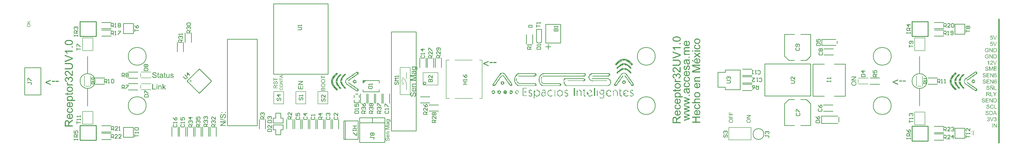
<source format=gto>
G04 Layer_Color=65535*
%FSLAX24Y24*%
%MOIN*%
G70*
G01*
G75*
%ADD58C,0.0118*%
%ADD59C,0.0197*%
%ADD74C,0.0100*%
%ADD75C,0.0079*%
%ADD76C,0.0098*%
%ADD77C,0.0059*%
G36*
X61608Y8750D02*
Y8274D01*
X61612D01*
X61619Y8275D01*
X61626D01*
X61635Y8277D01*
X61644Y8278D01*
X61669Y8283D01*
X61694Y8292D01*
X61721Y8301D01*
X61748Y8316D01*
X61771Y8333D01*
X61774Y8336D01*
X61779Y8343D01*
X61788Y8355D01*
X61798Y8370D01*
X61809Y8390D01*
X61818Y8413D01*
X61823Y8438D01*
X61826Y8466D01*
Y8468D01*
Y8469D01*
Y8477D01*
X61825Y8488D01*
X61822Y8501D01*
X61818Y8517D01*
X61813Y8535D01*
X61806Y8552D01*
X61795Y8569D01*
X61794Y8570D01*
X61788Y8575D01*
X61782Y8583D01*
X61770Y8593D01*
X61756Y8604D01*
X61739Y8614D01*
X61717Y8625D01*
X61693Y8636D01*
X61708Y8747D01*
X61709D01*
X61712Y8746D01*
X61717Y8745D01*
X61724Y8742D01*
X61732Y8739D01*
X61741Y8735D01*
X61764Y8725D01*
X61788Y8711D01*
X61814Y8695D01*
X61839Y8673D01*
X61861Y8649D01*
Y8648D01*
X61864Y8647D01*
X61866Y8643D01*
X61869Y8636D01*
X61873Y8629D01*
X61878Y8621D01*
X61883Y8612D01*
X61888Y8600D01*
X61897Y8574D01*
X61907Y8542D01*
X61912Y8507D01*
X61915Y8466D01*
Y8465D01*
Y8460D01*
Y8453D01*
X61913Y8443D01*
X61912Y8431D01*
X61911Y8418D01*
X61908Y8403D01*
X61904Y8386D01*
X61893Y8351D01*
X61887Y8332D01*
X61878Y8314D01*
X61869Y8296D01*
X61857Y8278D01*
X61844Y8261D01*
X61829Y8244D01*
X61827Y8243D01*
X61825Y8240D01*
X61819Y8236D01*
X61813Y8232D01*
X61804Y8226D01*
X61794Y8219D01*
X61780Y8211D01*
X61765Y8204D01*
X61749Y8196D01*
X61732Y8188D01*
X61712Y8181D01*
X61690Y8176D01*
X61667Y8170D01*
X61642Y8166D01*
X61615Y8164D01*
X61587Y8162D01*
X61570D01*
X61560Y8164D01*
X61546Y8165D01*
X61530Y8166D01*
X61513Y8169D01*
X61494Y8173D01*
X61453Y8183D01*
X61433Y8189D01*
X61412Y8197D01*
X61392Y8207D01*
X61371Y8218D01*
X61353Y8230D01*
X61335Y8244D01*
X61334Y8246D01*
X61331Y8248D01*
X61327Y8253D01*
X61320Y8259D01*
X61314Y8267D01*
X61307Y8278D01*
X61299Y8289D01*
X61289Y8302D01*
X61281Y8317D01*
X61273Y8333D01*
X61266Y8351D01*
X61258Y8371D01*
X61253Y8391D01*
X61249Y8413D01*
X61246Y8435D01*
X61245Y8460D01*
Y8461D01*
Y8465D01*
Y8472D01*
X61246Y8481D01*
X61248Y8492D01*
X61249Y8505D01*
X61252Y8519D01*
X61256Y8535D01*
X61266Y8567D01*
X61273Y8585D01*
X61283Y8602D01*
X61292Y8620D01*
X61304Y8637D01*
X61318Y8653D01*
X61334Y8669D01*
X61335Y8671D01*
X61338Y8673D01*
X61343Y8678D01*
X61350Y8683D01*
X61359Y8688D01*
X61370Y8695D01*
X61382Y8703D01*
X61397Y8711D01*
X61414Y8718D01*
X61432Y8726D01*
X61452Y8733D01*
X61475Y8739D01*
X61498Y8743D01*
X61523Y8747D01*
X61550Y8750D01*
X61580Y8751D01*
X61596D01*
X61608Y8750D01*
D02*
G37*
G36*
X105300Y5739D02*
Y5580D01*
X104754Y5435D01*
X104597Y5399D01*
X105300Y5213D01*
Y5047D01*
X104385Y4772D01*
Y4936D01*
X104914Y5080D01*
X105110Y5132D01*
X105108D01*
X105104Y5134D01*
X105096Y5136D01*
X105091Y5138D01*
X105081Y5139D01*
X105071Y5141D01*
X105058Y5145D01*
X105042Y5149D01*
X105025Y5153D01*
X105004Y5159D01*
X104979Y5164D01*
X104952Y5172D01*
X104921Y5180D01*
X104385Y5326D01*
Y5483D01*
X104918Y5622D01*
X105092Y5666D01*
X104916Y5718D01*
X104385Y5878D01*
Y6027D01*
X105300Y5739D01*
D02*
G37*
G36*
X61900Y9295D02*
X61488D01*
X61474Y9294D01*
X61459Y9292D01*
X61441Y9289D01*
X61427Y9285D01*
X61413Y9281D01*
X61412D01*
X61408Y9279D01*
X61401Y9276D01*
X61394Y9272D01*
X61385Y9265D01*
X61377Y9257D01*
X61367Y9248D01*
X61359Y9237D01*
X61358Y9236D01*
X61357Y9232D01*
X61353Y9225D01*
X61349Y9216D01*
X61346Y9205D01*
X61342Y9191D01*
X61340Y9178D01*
X61339Y9162D01*
Y9160D01*
Y9159D01*
Y9155D01*
Y9150D01*
X61342Y9137D01*
X61345Y9120D01*
X61350Y9101D01*
X61358Y9082D01*
X61369Y9061D01*
X61384Y9042D01*
X61386Y9039D01*
X61393Y9034D01*
X61404Y9026D01*
X61412Y9022D01*
X61421Y9018D01*
X61432Y9012D01*
X61444Y9008D01*
X61457Y9004D01*
X61472Y9000D01*
X61490Y8996D01*
X61509Y8995D01*
X61529Y8992D01*
X61900D01*
Y8883D01*
X61260D01*
Y8981D01*
X61351D01*
X61350Y8983D01*
X61347Y8984D01*
X61342Y8988D01*
X61335Y8995D01*
X61327Y9002D01*
X61318Y9011D01*
X61308Y9020D01*
X61297Y9033D01*
X61288Y9047D01*
X61279Y9062D01*
X61269Y9078D01*
X61261Y9097D01*
X61254Y9116D01*
X61249Y9137D01*
X61246Y9160D01*
X61245Y9185D01*
Y9186D01*
Y9187D01*
Y9194D01*
X61246Y9206D01*
X61248Y9220D01*
X61250Y9236D01*
X61254Y9255D01*
X61260Y9272D01*
X61266Y9291D01*
X61268Y9294D01*
X61271Y9299D01*
X61275Y9307D01*
X61281Y9318D01*
X61289Y9330D01*
X61299Y9342D01*
X61310Y9354D01*
X61322Y9363D01*
X61323Y9365D01*
X61327Y9367D01*
X61335Y9372D01*
X61345Y9377D01*
X61355Y9382D01*
X61369Y9388D01*
X61385Y9393D01*
X61401Y9397D01*
X61402D01*
X61406Y9398D01*
X61414Y9400D01*
X61425Y9401D01*
X61440D01*
X61459Y9402D01*
X61480Y9404D01*
X61900D01*
Y9295D01*
D02*
G37*
G36*
X61677Y8049D02*
X61694Y8047D01*
X61714Y8043D01*
X61737Y8035D01*
X61761Y8025D01*
X61784Y8012D01*
X61787Y8010D01*
X61795Y8004D01*
X61806Y7996D01*
X61819Y7982D01*
X61835Y7966D01*
X61852Y7946D01*
X61866Y7922D01*
X61881Y7895D01*
Y7893D01*
X61883Y7891D01*
X61884Y7887D01*
X61887Y7881D01*
X61889Y7875D01*
X61892Y7866D01*
X61897Y7845D01*
X61904Y7821D01*
X61909Y7791D01*
X61913Y7760D01*
X61915Y7725D01*
Y7724D01*
Y7720D01*
Y7713D01*
Y7705D01*
X61913Y7696D01*
Y7684D01*
X61912Y7670D01*
X61911Y7655D01*
X61907Y7624D01*
X61900Y7591D01*
X61892Y7557D01*
X61881Y7525D01*
Y7524D01*
X61880Y7521D01*
X61877Y7517D01*
X61874Y7511D01*
X61866Y7497D01*
X61854Y7479D01*
X61839Y7458D01*
X61822Y7437D01*
X61800Y7416D01*
X61776Y7397D01*
X61775D01*
X61774Y7396D01*
X61770Y7393D01*
X61764Y7390D01*
X61757Y7386D01*
X61749Y7382D01*
X61729Y7374D01*
X61706Y7366D01*
X61678Y7358D01*
X61648Y7353D01*
X61616Y7350D01*
X61607Y7460D01*
X61609D01*
X61618Y7462D01*
X61630Y7464D01*
X61646Y7467D01*
X61663Y7472D01*
X61682Y7478D01*
X61700Y7486D01*
X61717Y7495D01*
X61718Y7497D01*
X61724Y7501D01*
X61732Y7507D01*
X61741Y7518D01*
X61752Y7530D01*
X61764Y7545D01*
X61775Y7564D01*
X61786Y7584D01*
Y7585D01*
X61787Y7587D01*
X61790Y7595D01*
X61794Y7607D01*
X61798Y7624D01*
X61803Y7643D01*
X61807Y7667D01*
X61810Y7693D01*
X61811Y7720D01*
Y7721D01*
Y7723D01*
Y7731D01*
X61810Y7744D01*
X61809Y7759D01*
X61807Y7778D01*
X61803Y7797D01*
X61799Y7817D01*
X61792Y7837D01*
X61791Y7840D01*
X61788Y7845D01*
X61784Y7854D01*
X61778Y7865D01*
X61770Y7879D01*
X61760Y7891D01*
X61749Y7903D01*
X61737Y7914D01*
X61736Y7915D01*
X61731Y7918D01*
X61724Y7922D01*
X61714Y7927D01*
X61704Y7931D01*
X61690Y7935D01*
X61677Y7938D01*
X61662Y7939D01*
X61655D01*
X61647Y7938D01*
X61638Y7936D01*
X61626Y7934D01*
X61614Y7928D01*
X61601Y7923D01*
X61589Y7915D01*
X61588Y7914D01*
X61584Y7911D01*
X61579Y7904D01*
X61570Y7896D01*
X61562Y7885D01*
X61554Y7872D01*
X61545Y7854D01*
X61537Y7836D01*
X61536Y7834D01*
X61534Y7829D01*
X61531Y7818D01*
X61529Y7811D01*
X61526Y7803D01*
X61523Y7793D01*
X61521Y7782D01*
X61517Y7768D01*
X61513Y7755D01*
X61509Y7739D01*
X61505Y7720D01*
X61499Y7700D01*
X61494Y7678D01*
Y7677D01*
X61492Y7673D01*
X61491Y7666D01*
X61488Y7658D01*
X61486Y7649D01*
X61483Y7638D01*
X61476Y7612D01*
X61467Y7584D01*
X61457Y7556D01*
X61448Y7530D01*
X61444Y7518D01*
X61439Y7509D01*
Y7507D01*
X61437Y7506D01*
X61432Y7498D01*
X61425Y7487D01*
X61416Y7474D01*
X61404Y7458D01*
X61390Y7443D01*
X61374Y7428D01*
X61357Y7415D01*
X61354Y7413D01*
X61347Y7409D01*
X61338Y7405D01*
X61324Y7400D01*
X61308Y7393D01*
X61289Y7389D01*
X61268Y7385D01*
X61246Y7384D01*
X61234D01*
X61222Y7386D01*
X61206Y7389D01*
X61186Y7393D01*
X61166Y7400D01*
X61143Y7409D01*
X61121Y7421D01*
X61120D01*
X61119Y7423D01*
X61112Y7428D01*
X61101Y7437D01*
X61088Y7450D01*
X61074Y7464D01*
X61059Y7483D01*
X61045Y7506D01*
X61032Y7532D01*
Y7533D01*
X61031Y7534D01*
X61030Y7538D01*
X61027Y7545D01*
X61026Y7552D01*
X61023Y7560D01*
X61016Y7579D01*
X61011Y7603D01*
X61007Y7630D01*
X61003Y7661D01*
X61002Y7693D01*
Y7694D01*
Y7697D01*
Y7702D01*
Y7709D01*
X61003Y7719D01*
Y7728D01*
X61006Y7751D01*
X61010Y7778D01*
X61015Y7807D01*
X61023Y7837D01*
X61034Y7865D01*
Y7866D01*
X61035Y7868D01*
X61037Y7872D01*
X61039Y7877D01*
X61047Y7891D01*
X61057Y7908D01*
X61070Y7927D01*
X61086Y7946D01*
X61105Y7965D01*
X61127Y7981D01*
X61129Y7982D01*
X61137Y7988D01*
X61151Y7994D01*
X61167Y8001D01*
X61187Y8009D01*
X61211Y8017D01*
X61237Y8023D01*
X61265Y8025D01*
X61273Y7914D01*
X61269D01*
X61265Y7912D01*
X61260Y7911D01*
X61245Y7908D01*
X61226Y7903D01*
X61206Y7895D01*
X61186Y7884D01*
X61166Y7869D01*
X61148Y7852D01*
X61147Y7849D01*
X61141Y7842D01*
X61135Y7830D01*
X61127Y7814D01*
X61119Y7793D01*
X61112Y7766D01*
X61106Y7735D01*
X61105Y7698D01*
Y7697D01*
Y7694D01*
Y7689D01*
Y7681D01*
X61106Y7673D01*
Y7662D01*
X61110Y7639D01*
X61115Y7614D01*
X61121Y7588D01*
X61131Y7564D01*
X61137Y7553D01*
X61144Y7544D01*
X61145Y7542D01*
X61151Y7537D01*
X61159Y7529D01*
X61171Y7521D01*
X61184Y7511D01*
X61201Y7505D01*
X61218Y7499D01*
X61238Y7497D01*
X61246D01*
X61256Y7498D01*
X61266Y7501D01*
X61279Y7505D01*
X61292Y7511D01*
X61304Y7519D01*
X61316Y7530D01*
X61318Y7532D01*
X61322Y7538D01*
X61324Y7542D01*
X61328Y7548D01*
X61331Y7556D01*
X61335Y7565D01*
X61340Y7576D01*
X61346Y7588D01*
X61350Y7602D01*
X61355Y7618D01*
X61362Y7636D01*
X61367Y7657D01*
X61373Y7680D01*
X61379Y7705D01*
Y7706D01*
X61381Y7712D01*
X61382Y7719D01*
X61385Y7728D01*
X61388Y7740D01*
X61392Y7753D01*
X61398Y7783D01*
X61408Y7815D01*
X61417Y7848D01*
X61421Y7864D01*
X61427Y7877D01*
X61432Y7891D01*
X61436Y7901D01*
Y7903D01*
X61437Y7905D01*
X61440Y7908D01*
X61443Y7914D01*
X61451Y7927D01*
X61460Y7944D01*
X61474Y7963D01*
X61490Y7982D01*
X61507Y8000D01*
X61526Y8014D01*
X61529Y8016D01*
X61536Y8020D01*
X61546Y8027D01*
X61562Y8033D01*
X61580Y8040D01*
X61601Y8047D01*
X61626Y8051D01*
X61651Y8052D01*
X61663D01*
X61677Y8049D01*
D02*
G37*
G36*
X105300Y7011D02*
Y6852D01*
X104754Y6708D01*
X104597Y6671D01*
X105300Y6485D01*
Y6320D01*
X104385Y6045D01*
Y6208D01*
X104914Y6352D01*
X105110Y6404D01*
X105108D01*
X105104Y6406D01*
X105096Y6408D01*
X105091Y6410D01*
X105081Y6412D01*
X105071Y6414D01*
X105058Y6418D01*
X105042Y6421D01*
X105025Y6425D01*
X105004Y6431D01*
X104979Y6437D01*
X104952Y6445D01*
X104921Y6452D01*
X104385Y6598D01*
Y6756D01*
X104918Y6894D01*
X105092Y6938D01*
X104916Y6990D01*
X104385Y7150D01*
Y7300D01*
X105300Y7011D01*
D02*
G37*
G36*
X111593Y3999D02*
X111790D01*
Y4295D01*
X111864D01*
Y3999D01*
X112150D01*
Y3915D01*
X111519D01*
Y4341D01*
X111593D01*
Y3999D01*
D02*
G37*
G36*
Y4537D02*
X111790D01*
Y4833D01*
X111864D01*
Y4537D01*
X112150D01*
Y4453D01*
X111519D01*
Y4879D01*
X111593D01*
Y4537D01*
D02*
G37*
G36*
X31750Y3276D02*
X31056Y2812D01*
X31750D01*
Y2700D01*
X30866D01*
Y2818D01*
X31560Y3284D01*
X30866D01*
Y3395D01*
X31750D01*
Y3276D01*
D02*
G37*
G36*
X31765Y3582D02*
Y3496D01*
X30852Y3752D01*
Y3838D01*
X31765Y3582D01*
D02*
G37*
G36*
X31527Y4595D02*
X31544Y4592D01*
X31564Y4588D01*
X31587Y4580D01*
X31611Y4571D01*
X31634Y4557D01*
X31637Y4556D01*
X31645Y4549D01*
X31656Y4541D01*
X31669Y4528D01*
X31685Y4512D01*
X31702Y4492D01*
X31716Y4467D01*
X31731Y4440D01*
Y4439D01*
X31733Y4436D01*
X31734Y4432D01*
X31737Y4427D01*
X31739Y4420D01*
X31742Y4412D01*
X31747Y4391D01*
X31754Y4366D01*
X31759Y4337D01*
X31763Y4306D01*
X31765Y4271D01*
Y4270D01*
Y4266D01*
Y4259D01*
Y4251D01*
X31763Y4241D01*
Y4229D01*
X31762Y4216D01*
X31761Y4201D01*
X31757Y4170D01*
X31750Y4136D01*
X31742Y4103D01*
X31731Y4071D01*
Y4069D01*
X31730Y4067D01*
X31727Y4062D01*
X31724Y4057D01*
X31716Y4042D01*
X31704Y4025D01*
X31689Y4003D01*
X31672Y3983D01*
X31650Y3962D01*
X31626Y3943D01*
X31625D01*
X31624Y3941D01*
X31620Y3939D01*
X31614Y3936D01*
X31607Y3932D01*
X31599Y3928D01*
X31579Y3920D01*
X31556Y3912D01*
X31528Y3904D01*
X31498Y3898D01*
X31466Y3896D01*
X31457Y4006D01*
X31459D01*
X31468Y4007D01*
X31480Y4010D01*
X31496Y4013D01*
X31513Y4018D01*
X31532Y4023D01*
X31550Y4032D01*
X31567Y4041D01*
X31568Y4042D01*
X31574Y4046D01*
X31582Y4053D01*
X31591Y4064D01*
X31602Y4076D01*
X31614Y4091D01*
X31625Y4110D01*
X31636Y4130D01*
Y4131D01*
X31637Y4132D01*
X31640Y4141D01*
X31644Y4153D01*
X31648Y4170D01*
X31653Y4189D01*
X31657Y4213D01*
X31660Y4239D01*
X31661Y4266D01*
Y4267D01*
Y4268D01*
Y4276D01*
X31660Y4290D01*
X31659Y4305D01*
X31657Y4323D01*
X31653Y4342D01*
X31649Y4362D01*
X31642Y4383D01*
X31641Y4385D01*
X31638Y4391D01*
X31634Y4400D01*
X31628Y4411D01*
X31620Y4424D01*
X31610Y4436D01*
X31599Y4448D01*
X31587Y4459D01*
X31586Y4461D01*
X31581Y4463D01*
X31574Y4467D01*
X31564Y4473D01*
X31554Y4477D01*
X31540Y4481D01*
X31527Y4483D01*
X31512Y4485D01*
X31505D01*
X31497Y4483D01*
X31488Y4482D01*
X31476Y4479D01*
X31464Y4474D01*
X31451Y4469D01*
X31439Y4461D01*
X31438Y4459D01*
X31434Y4457D01*
X31429Y4450D01*
X31420Y4442D01*
X31412Y4431D01*
X31404Y4418D01*
X31395Y4400D01*
X31387Y4381D01*
X31386Y4380D01*
X31384Y4375D01*
X31381Y4364D01*
X31379Y4357D01*
X31376Y4349D01*
X31373Y4338D01*
X31371Y4327D01*
X31367Y4314D01*
X31363Y4301D01*
X31359Y4284D01*
X31355Y4266D01*
X31349Y4245D01*
X31344Y4224D01*
Y4223D01*
X31342Y4219D01*
X31341Y4212D01*
X31338Y4204D01*
X31336Y4194D01*
X31333Y4184D01*
X31326Y4158D01*
X31317Y4130D01*
X31307Y4101D01*
X31298Y4076D01*
X31294Y4064D01*
X31289Y4054D01*
Y4053D01*
X31287Y4052D01*
X31282Y4044D01*
X31275Y4033D01*
X31266Y4019D01*
X31254Y4003D01*
X31240Y3989D01*
X31224Y3974D01*
X31207Y3960D01*
X31204Y3959D01*
X31197Y3955D01*
X31188Y3951D01*
X31174Y3945D01*
X31158Y3939D01*
X31139Y3935D01*
X31118Y3931D01*
X31096Y3929D01*
X31084D01*
X31072Y3932D01*
X31056Y3935D01*
X31036Y3939D01*
X31016Y3945D01*
X30993Y3955D01*
X30971Y3967D01*
X30970D01*
X30969Y3968D01*
X30962Y3974D01*
X30951Y3983D01*
X30938Y3995D01*
X30924Y4010D01*
X30909Y4029D01*
X30895Y4052D01*
X30882Y4077D01*
Y4079D01*
X30881Y4080D01*
X30880Y4084D01*
X30877Y4091D01*
X30876Y4097D01*
X30873Y4106D01*
X30866Y4124D01*
X30861Y4149D01*
X30857Y4175D01*
X30853Y4206D01*
X30852Y4239D01*
Y4240D01*
Y4243D01*
Y4248D01*
Y4255D01*
X30853Y4264D01*
Y4274D01*
X30856Y4297D01*
X30860Y4323D01*
X30865Y4353D01*
X30873Y4383D01*
X30884Y4411D01*
Y4412D01*
X30885Y4414D01*
X30887Y4418D01*
X30889Y4423D01*
X30897Y4436D01*
X30907Y4454D01*
X30920Y4473D01*
X30936Y4492D01*
X30955Y4510D01*
X30977Y4527D01*
X30979Y4528D01*
X30987Y4533D01*
X31001Y4540D01*
X31017Y4547D01*
X31037Y4555D01*
X31061Y4563D01*
X31087Y4568D01*
X31115Y4571D01*
X31123Y4459D01*
X31119D01*
X31115Y4458D01*
X31110Y4457D01*
X31095Y4454D01*
X31076Y4448D01*
X31056Y4440D01*
X31036Y4430D01*
X31016Y4415D01*
X30998Y4397D01*
X30997Y4395D01*
X30991Y4388D01*
X30985Y4376D01*
X30977Y4360D01*
X30969Y4338D01*
X30962Y4311D01*
X30956Y4280D01*
X30955Y4244D01*
Y4243D01*
Y4240D01*
Y4235D01*
Y4227D01*
X30956Y4219D01*
Y4208D01*
X30960Y4185D01*
X30965Y4159D01*
X30971Y4134D01*
X30981Y4110D01*
X30987Y4099D01*
X30994Y4089D01*
X30995Y4088D01*
X31001Y4083D01*
X31009Y4075D01*
X31021Y4067D01*
X31034Y4057D01*
X31051Y4050D01*
X31068Y4045D01*
X31088Y4042D01*
X31096D01*
X31106Y4044D01*
X31117Y4046D01*
X31129Y4050D01*
X31142Y4057D01*
X31154Y4065D01*
X31166Y4076D01*
X31168Y4077D01*
X31172Y4084D01*
X31174Y4088D01*
X31178Y4093D01*
X31181Y4101D01*
X31185Y4111D01*
X31190Y4122D01*
X31196Y4134D01*
X31200Y4147D01*
X31205Y4163D01*
X31212Y4182D01*
X31217Y4202D01*
X31223Y4225D01*
X31229Y4251D01*
Y4252D01*
X31231Y4258D01*
X31232Y4264D01*
X31235Y4274D01*
X31238Y4286D01*
X31242Y4299D01*
X31248Y4329D01*
X31258Y4361D01*
X31267Y4393D01*
X31271Y4410D01*
X31277Y4423D01*
X31282Y4436D01*
X31286Y4447D01*
Y4448D01*
X31287Y4451D01*
X31290Y4454D01*
X31293Y4459D01*
X31301Y4473D01*
X31310Y4490D01*
X31324Y4509D01*
X31340Y4528D01*
X31357Y4545D01*
X31376Y4560D01*
X31379Y4561D01*
X31386Y4566D01*
X31396Y4572D01*
X31412Y4579D01*
X31430Y4586D01*
X31451Y4592D01*
X31476Y4596D01*
X31501Y4598D01*
X31513D01*
X31527Y4595D01*
D02*
G37*
G36*
X61850Y12146D02*
X61864D01*
X61880Y12145D01*
X61896Y12144D01*
X61930Y12140D01*
X61965Y12134D01*
X61997Y12127D01*
X62012Y12122D01*
X62024Y12117D01*
X62025D01*
X62026Y12115D01*
X62035Y12111D01*
X62045Y12103D01*
X62060Y12094D01*
X62076Y12080D01*
X62092Y12064D01*
X62108Y12044D01*
X62123Y12021D01*
Y12020D01*
X62125Y12019D01*
X62126Y12014D01*
X62129Y12009D01*
X62135Y11996D01*
X62141Y11977D01*
X62147Y11953D01*
X62154Y11924D01*
X62158Y11893D01*
X62160Y11858D01*
Y11857D01*
Y11853D01*
Y11848D01*
X62158Y11840D01*
Y11830D01*
X62157Y11818D01*
X62153Y11793D01*
X62146Y11763D01*
X62138Y11732D01*
X62125Y11701D01*
X62107Y11673D01*
Y11671D01*
X62104Y11670D01*
X62098Y11662D01*
X62086Y11651D01*
X62068Y11638D01*
X62047Y11626D01*
X62020Y11615D01*
X61989Y11608D01*
X61971Y11606D01*
X61952D01*
X61967Y11710D01*
X61970D01*
X61975Y11712D01*
X61983Y11715D01*
X61994Y11717D01*
X62006Y11723D01*
X62018Y11729D01*
X62029Y11737D01*
X62039Y11748D01*
X62040Y11749D01*
X62044Y11756D01*
X62048Y11764D01*
X62053Y11778D01*
X62060Y11793D01*
X62064Y11811D01*
X62068Y11834D01*
X62069Y11858D01*
Y11860D01*
Y11861D01*
Y11865D01*
Y11871D01*
X62068Y11884D01*
X62065Y11901D01*
X62061Y11920D01*
X62056Y11939D01*
X62049Y11958D01*
X62039Y11974D01*
X62037Y11975D01*
X62033Y11981D01*
X62026Y11988D01*
X62017Y11997D01*
X62005Y12006D01*
X61991Y12014D01*
X61974Y12023D01*
X61955Y12029D01*
X61954D01*
X61948Y12031D01*
X61939Y12032D01*
X61926Y12033D01*
X61907Y12036D01*
X61895D01*
X61883Y12037D01*
X61817D01*
X61818Y12036D01*
X61821Y12035D01*
X61825Y12031D01*
X61830Y12025D01*
X61835Y12017D01*
X61844Y12009D01*
X61858Y11989D01*
X61873Y11963D01*
X61887Y11932D01*
X61892Y11916D01*
X61896Y11899D01*
X61899Y11880D01*
X61900Y11861D01*
Y11860D01*
Y11856D01*
Y11849D01*
X61899Y11840D01*
X61897Y11829D01*
X61895Y11815D01*
X61892Y11802D01*
X61888Y11786D01*
X61884Y11770D01*
X61877Y11754D01*
X61869Y11736D01*
X61860Y11720D01*
X61849Y11702D01*
X61837Y11686D01*
X61822Y11671D01*
X61806Y11657D01*
X61804Y11655D01*
X61802Y11654D01*
X61796Y11650D01*
X61788Y11646D01*
X61779Y11641D01*
X61768Y11634D01*
X61756Y11627D01*
X61741Y11620D01*
X61725Y11614D01*
X61708Y11607D01*
X61689Y11602D01*
X61669Y11595D01*
X61626Y11587D01*
X61601Y11585D01*
X61577Y11584D01*
X61561D01*
X61553Y11585D01*
X61544D01*
X61522Y11588D01*
X61495Y11592D01*
X61467Y11598D01*
X61437Y11606D01*
X61408Y11616D01*
X61406D01*
X61404Y11618D01*
X61400Y11620D01*
X61394Y11623D01*
X61381Y11630D01*
X61363Y11641D01*
X61345Y11655D01*
X61324Y11671D01*
X61306Y11690D01*
X61288Y11713D01*
Y11715D01*
X61287Y11716D01*
X61284Y11720D01*
X61281Y11724D01*
X61275Y11737D01*
X61266Y11755D01*
X61258Y11778D01*
X61252Y11802D01*
X61246Y11830D01*
X61245Y11861D01*
Y11862D01*
Y11867D01*
Y11872D01*
X61246Y11880D01*
X61248Y11889D01*
X61250Y11901D01*
X61257Y11927D01*
X61261Y11942D01*
X61268Y11957D01*
X61275Y11973D01*
X61284Y11989D01*
X61295Y12004D01*
X61307Y12020D01*
X61322Y12035D01*
X61338Y12048D01*
X61260D01*
Y12148D01*
X61838D01*
X61850Y12146D01*
D02*
G37*
G36*
X61900Y10653D02*
X61160D01*
X61900Y10395D01*
Y10290D01*
X61148Y10036D01*
X61900D01*
Y9923D01*
X61016D01*
Y10098D01*
X61642Y10308D01*
X61643D01*
X61646Y10309D01*
X61650Y10310D01*
X61657Y10312D01*
X61671Y10317D01*
X61690Y10324D01*
X61712Y10331D01*
X61733Y10337D01*
X61755Y10344D01*
X61772Y10349D01*
X61770Y10351D01*
X61763Y10352D01*
X61752Y10356D01*
X61737Y10361D01*
X61717Y10367D01*
X61693Y10375D01*
X61665Y10386D01*
X61631Y10396D01*
X61016Y10608D01*
Y10766D01*
X61900D01*
Y10653D01*
D02*
G37*
G36*
Y11380D02*
X61899Y11378D01*
X61895Y11377D01*
X61887Y11374D01*
X61877Y11370D01*
X61865Y11366D01*
X61852Y11363D01*
X61837Y11361D01*
X61819Y11358D01*
X61822Y11355D01*
X61827Y11347D01*
X61837Y11337D01*
X61848Y11320D01*
X61861Y11303D01*
X61873Y11283D01*
X61884Y11263D01*
X61893Y11241D01*
X61895Y11238D01*
X61896Y11232D01*
X61900Y11221D01*
X61904Y11206D01*
X61908Y11187D01*
X61911Y11167D01*
X61913Y11146D01*
X61915Y11121D01*
Y11120D01*
Y11117D01*
Y11112D01*
X61913Y11104D01*
Y11096D01*
X61912Y11085D01*
X61908Y11062D01*
X61903Y11035D01*
X61893Y11010D01*
X61881Y10983D01*
X61864Y10960D01*
X61861Y10957D01*
X61854Y10951D01*
X61844Y10942D01*
X61827Y10932D01*
X61809Y10921D01*
X61787Y10913D01*
X61760Y10906D01*
X61732Y10903D01*
X61724D01*
X61714Y10905D01*
X61704Y10906D01*
X61690Y10909D01*
X61675Y10912D01*
X61661Y10917D01*
X61646Y10924D01*
X61644Y10925D01*
X61639Y10928D01*
X61632Y10932D01*
X61623Y10938D01*
X61614Y10947D01*
X61603Y10957D01*
X61593Y10968D01*
X61584Y10980D01*
X61583Y10982D01*
X61580Y10987D01*
X61576Y10994D01*
X61570Y11003D01*
X61564Y11015D01*
X61558Y11027D01*
X61553Y11042D01*
X61548Y11058D01*
Y11060D01*
X61546Y11065D01*
X61545Y11072D01*
X61542Y11082D01*
X61540Y11096D01*
X61537Y11113D01*
X61534Y11132D01*
X61531Y11155D01*
Y11156D01*
X61530Y11160D01*
Y11167D01*
X61529Y11177D01*
X61527Y11187D01*
X61526Y11199D01*
X61521Y11229D01*
X61515Y11260D01*
X61510Y11292D01*
X61502Y11323D01*
X61498Y11337D01*
X61494Y11349D01*
X61490D01*
X61482Y11350D01*
X61455D01*
X61443Y11349D01*
X61429Y11346D01*
X61414Y11342D01*
X61398Y11337D01*
X61385Y11330D01*
X61373Y11319D01*
X61371Y11318D01*
X61367Y11311D01*
X61361Y11302D01*
X61354Y11288D01*
X61347Y11271D01*
X61340Y11249D01*
X61336Y11224D01*
X61335Y11195D01*
Y11194D01*
Y11193D01*
Y11189D01*
Y11183D01*
X61336Y11170D01*
X61338Y11152D01*
X61342Y11133D01*
X61346Y11116D01*
X61353Y11097D01*
X61362Y11082D01*
X61363Y11081D01*
X61367Y11077D01*
X61374Y11070D01*
X61384Y11062D01*
X61397Y11053D01*
X61413Y11045D01*
X61433Y11035D01*
X61456Y11029D01*
X61441Y10922D01*
X61440D01*
X61439Y10924D01*
X61431Y10925D01*
X61418Y10929D01*
X61402Y10933D01*
X61385Y10940D01*
X61367Y10948D01*
X61349Y10957D01*
X61332Y10969D01*
X61331Y10971D01*
X61326Y10976D01*
X61318Y10983D01*
X61308Y10994D01*
X61299Y11007D01*
X61288Y11025D01*
X61277Y11043D01*
X61268Y11065D01*
Y11066D01*
X61266Y11068D01*
X61265Y11072D01*
X61264Y11076D01*
X61261Y11089D01*
X61256Y11107D01*
X61252Y11128D01*
X61249Y11152D01*
X61246Y11181D01*
X61245Y11210D01*
Y11211D01*
Y11214D01*
Y11218D01*
Y11224D01*
X61246Y11238D01*
X61248Y11257D01*
X61250Y11279D01*
X61253Y11302D01*
X61258Y11323D01*
X61265Y11343D01*
X61266Y11346D01*
X61268Y11351D01*
X61273Y11361D01*
X61279Y11372D01*
X61285Y11384D01*
X61293Y11397D01*
X61303Y11408D01*
X61314Y11419D01*
X61315Y11420D01*
X61319Y11423D01*
X61324Y11427D01*
X61334Y11432D01*
X61345Y11437D01*
X61357Y11443D01*
X61371Y11448D01*
X61388Y11452D01*
X61389D01*
X61393Y11454D01*
X61400Y11455D01*
X61410Y11456D01*
X61424D01*
X61441Y11458D01*
X61462Y11459D01*
X61682D01*
X61713Y11460D01*
X61747D01*
X61778Y11462D01*
X61792Y11463D01*
X61804D01*
X61815Y11464D01*
X61825Y11466D01*
X61826D01*
X61831Y11467D01*
X61839Y11468D01*
X61849Y11471D01*
X61860Y11475D01*
X61873Y11480D01*
X61900Y11493D01*
Y11380D01*
D02*
G37*
G36*
X105300Y4467D02*
Y4307D01*
X104754Y4163D01*
X104597Y4127D01*
X105300Y3940D01*
Y3775D01*
X104385Y3500D01*
Y3663D01*
X104914Y3808D01*
X105110Y3859D01*
X105108D01*
X105104Y3861D01*
X105096Y3863D01*
X105091Y3865D01*
X105081Y3867D01*
X105071Y3869D01*
X105058Y3873D01*
X105042Y3877D01*
X105025Y3881D01*
X105004Y3886D01*
X104979Y3892D01*
X104952Y3900D01*
X104921Y3907D01*
X104385Y4054D01*
Y4211D01*
X104918Y4350D01*
X105092Y4394D01*
X104916Y4446D01*
X104385Y4605D01*
Y4755D01*
X105300Y4467D01*
D02*
G37*
G36*
X111852Y3803D02*
X111861D01*
X111870Y3802D01*
X111881Y3801D01*
X111893Y3799D01*
X111920Y3794D01*
X111949Y3787D01*
X111979Y3778D01*
X112008Y3764D01*
X112009D01*
X112011Y3762D01*
X112015Y3760D01*
X112020Y3757D01*
X112026Y3753D01*
X112034Y3748D01*
X112050Y3736D01*
X112068Y3721D01*
X112088Y3702D01*
X112106Y3680D01*
X112122Y3655D01*
Y3654D01*
X112124Y3652D01*
X112126Y3648D01*
X112128Y3642D01*
X112131Y3635D01*
X112135Y3628D01*
X112138Y3619D01*
X112141Y3608D01*
X112148Y3586D01*
X112155Y3560D01*
X112159Y3532D01*
X112161Y3502D01*
Y3501D01*
Y3498D01*
Y3493D01*
X112160Y3486D01*
Y3479D01*
X112159Y3470D01*
X112157Y3459D01*
X112155Y3448D01*
X112150Y3424D01*
X112142Y3397D01*
X112132Y3369D01*
X112126Y3356D01*
X112118Y3342D01*
X112117Y3341D01*
X112116Y3339D01*
X112113Y3336D01*
X112111Y3331D01*
X112106Y3325D01*
X112101Y3318D01*
X112088Y3303D01*
X112070Y3286D01*
X112051Y3267D01*
X112027Y3251D01*
X112001Y3236D01*
X112000D01*
X111997Y3234D01*
X111993Y3233D01*
X111988Y3230D01*
X111981Y3227D01*
X111973Y3224D01*
X111964Y3221D01*
X111953Y3218D01*
X111941Y3214D01*
X111930Y3212D01*
X111903Y3206D01*
X111874Y3202D01*
X111843Y3200D01*
X111837D01*
X111828Y3201D01*
X111817D01*
X111804Y3203D01*
X111789Y3205D01*
X111772Y3207D01*
X111753Y3211D01*
X111734Y3215D01*
X111714Y3220D01*
X111694Y3227D01*
X111673Y3236D01*
X111653Y3245D01*
X111633Y3256D01*
X111615Y3269D01*
X111597Y3284D01*
X111596Y3285D01*
X111594Y3287D01*
X111589Y3292D01*
X111583Y3299D01*
X111576Y3308D01*
X111570Y3317D01*
X111561Y3329D01*
X111552Y3342D01*
X111545Y3358D01*
X111536Y3374D01*
X111529Y3392D01*
X111522Y3411D01*
X111517Y3432D01*
X111512Y3454D01*
X111509Y3478D01*
X111508Y3502D01*
Y3503D01*
Y3506D01*
Y3510D01*
X111509Y3516D01*
Y3524D01*
X111510Y3533D01*
X111512Y3543D01*
X111513Y3555D01*
X111519Y3579D01*
X111526Y3606D01*
X111536Y3632D01*
X111543Y3646D01*
X111550Y3659D01*
Y3660D01*
X111552Y3662D01*
X111554Y3666D01*
X111558Y3671D01*
X111562Y3677D01*
X111568Y3683D01*
X111580Y3699D01*
X111596Y3716D01*
X111617Y3734D01*
X111640Y3751D01*
X111667Y3766D01*
X111668D01*
X111670Y3768D01*
X111674Y3770D01*
X111680Y3772D01*
X111687Y3775D01*
X111695Y3778D01*
X111705Y3781D01*
X111716Y3785D01*
X111728Y3788D01*
X111741Y3792D01*
X111769Y3798D01*
X111801Y3802D01*
X111836Y3804D01*
X111845D01*
X111852Y3803D01*
D02*
G37*
G36*
X105300Y8547D02*
X105298Y8545D01*
X105292Y8543D01*
X105281Y8539D01*
X105267Y8534D01*
X105250Y8528D01*
X105231Y8524D01*
X105210Y8520D01*
X105185Y8516D01*
X105189Y8513D01*
X105196Y8501D01*
X105210Y8486D01*
X105225Y8463D01*
X105244Y8438D01*
X105262Y8409D01*
X105277Y8380D01*
X105290Y8349D01*
X105292Y8345D01*
X105294Y8336D01*
X105300Y8320D01*
X105306Y8299D01*
X105312Y8272D01*
X105315Y8243D01*
X105319Y8213D01*
X105321Y8178D01*
Y8176D01*
Y8172D01*
Y8165D01*
X105319Y8153D01*
Y8142D01*
X105317Y8126D01*
X105312Y8094D01*
X105304Y8055D01*
X105290Y8019D01*
X105273Y7980D01*
X105248Y7948D01*
X105244Y7944D01*
X105235Y7934D01*
X105219Y7923D01*
X105196Y7907D01*
X105169Y7892D01*
X105139Y7880D01*
X105100Y7871D01*
X105060Y7867D01*
X105048D01*
X105035Y7869D01*
X105019Y7871D01*
X105000Y7874D01*
X104979Y7878D01*
X104958Y7886D01*
X104937Y7896D01*
X104935Y7898D01*
X104927Y7901D01*
X104918Y7907D01*
X104904Y7917D01*
X104891Y7928D01*
X104875Y7944D01*
X104862Y7959D01*
X104848Y7976D01*
X104846Y7978D01*
X104843Y7986D01*
X104837Y7996D01*
X104829Y8009D01*
X104819Y8026D01*
X104812Y8044D01*
X104804Y8065D01*
X104796Y8088D01*
Y8090D01*
X104795Y8097D01*
X104793Y8107D01*
X104789Y8122D01*
X104785Y8142D01*
X104781Y8167D01*
X104777Y8194D01*
X104773Y8226D01*
Y8228D01*
X104771Y8234D01*
Y8243D01*
X104770Y8257D01*
X104768Y8272D01*
X104766Y8290D01*
X104758Y8332D01*
X104750Y8376D01*
X104743Y8422D01*
X104731Y8466D01*
X104725Y8486D01*
X104720Y8503D01*
X104714D01*
X104702Y8505D01*
X104664D01*
X104647Y8503D01*
X104627Y8499D01*
X104606Y8493D01*
X104583Y8486D01*
X104564Y8476D01*
X104547Y8461D01*
X104545Y8459D01*
X104539Y8449D01*
X104529Y8436D01*
X104520Y8416D01*
X104510Y8391D01*
X104500Y8361D01*
X104495Y8324D01*
X104493Y8284D01*
Y8282D01*
Y8280D01*
Y8274D01*
Y8267D01*
X104495Y8247D01*
X104497Y8222D01*
X104502Y8195D01*
X104508Y8170D01*
X104518Y8144D01*
X104531Y8122D01*
X104533Y8120D01*
X104539Y8115D01*
X104549Y8105D01*
X104562Y8094D01*
X104581Y8080D01*
X104604Y8069D01*
X104633Y8055D01*
X104666Y8046D01*
X104645Y7894D01*
X104643D01*
X104641Y7896D01*
X104629Y7898D01*
X104612Y7903D01*
X104589Y7909D01*
X104564Y7919D01*
X104539Y7930D01*
X104512Y7944D01*
X104489Y7961D01*
X104487Y7963D01*
X104479Y7971D01*
X104468Y7980D01*
X104454Y7996D01*
X104441Y8015D01*
X104425Y8040D01*
X104410Y8067D01*
X104397Y8097D01*
Y8099D01*
X104395Y8101D01*
X104393Y8107D01*
X104391Y8113D01*
X104387Y8132D01*
X104379Y8157D01*
X104374Y8188D01*
X104370Y8222D01*
X104366Y8263D01*
X104364Y8305D01*
Y8307D01*
Y8311D01*
Y8317D01*
Y8324D01*
X104366Y8345D01*
X104368Y8372D01*
X104372Y8403D01*
X104376Y8436D01*
X104383Y8466D01*
X104393Y8495D01*
X104395Y8499D01*
X104397Y8507D01*
X104404Y8520D01*
X104412Y8536D01*
X104422Y8553D01*
X104433Y8572D01*
X104447Y8588D01*
X104462Y8603D01*
X104464Y8605D01*
X104470Y8609D01*
X104477Y8614D01*
X104491Y8622D01*
X104506Y8630D01*
X104524Y8638D01*
X104545Y8645D01*
X104568Y8651D01*
X104570D01*
X104575Y8653D01*
X104585Y8655D01*
X104600Y8657D01*
X104620D01*
X104645Y8659D01*
X104673Y8661D01*
X104989D01*
X105033Y8662D01*
X105081D01*
X105125Y8664D01*
X105146Y8666D01*
X105164D01*
X105179Y8668D01*
X105192Y8670D01*
X105194D01*
X105202Y8672D01*
X105214Y8674D01*
X105227Y8678D01*
X105242Y8684D01*
X105262Y8691D01*
X105300Y8709D01*
Y8547D01*
D02*
G37*
G36*
X153315Y14450D02*
X153230D01*
X152898Y14946D01*
Y14450D01*
X152819D01*
Y15081D01*
X152903D01*
X153236Y14585D01*
Y15081D01*
X153315D01*
Y14450D01*
D02*
G37*
G36*
X152446Y15091D02*
X152453D01*
X152470Y15089D01*
X152488Y15086D01*
X152509Y15082D01*
X152530Y15077D01*
X152551Y15069D01*
X152552D01*
X152554Y15068D01*
X152557Y15067D01*
X152561Y15065D01*
X152571Y15060D01*
X152583Y15053D01*
X152598Y15044D01*
X152612Y15033D01*
X152626Y15022D01*
X152639Y15007D01*
X152640Y15005D01*
X152644Y15001D01*
X152649Y14992D01*
X152657Y14980D01*
X152665Y14965D01*
X152673Y14948D01*
X152680Y14928D01*
X152687Y14905D01*
X152611Y14883D01*
Y14884D01*
X152610Y14885D01*
X152609Y14891D01*
X152605Y14900D01*
X152601Y14911D01*
X152597Y14923D01*
X152591Y14935D01*
X152584Y14948D01*
X152576Y14959D01*
X152576Y14960D01*
X152573Y14964D01*
X152568Y14969D01*
X152561Y14976D01*
X152552Y14982D01*
X152542Y14990D01*
X152530Y14997D01*
X152516Y15004D01*
X152514Y15005D01*
X152509Y15006D01*
X152501Y15009D01*
X152490Y15012D01*
X152477Y15015D01*
X152463Y15018D01*
X152447Y15020D01*
X152429Y15021D01*
X152420D01*
X152409Y15020D01*
X152396Y15019D01*
X152380Y15016D01*
X152363Y15013D01*
X152347Y15008D01*
X152330Y15003D01*
X152329Y15002D01*
X152324Y15000D01*
X152316Y14996D01*
X152306Y14990D01*
X152296Y14983D01*
X152284Y14976D01*
X152274Y14967D01*
X152263Y14956D01*
X152262Y14955D01*
X152259Y14952D01*
X152255Y14946D01*
X152249Y14938D01*
X152242Y14929D01*
X152235Y14918D01*
X152230Y14906D01*
X152224Y14894D01*
Y14893D01*
X152223Y14891D01*
X152222Y14888D01*
X152220Y14883D01*
X152218Y14879D01*
X152216Y14872D01*
X152212Y14856D01*
X152207Y14837D01*
X152204Y14816D01*
X152201Y14792D01*
X152200Y14767D01*
Y14766D01*
Y14763D01*
Y14759D01*
X152201Y14753D01*
Y14746D01*
X152202Y14737D01*
X152203Y14728D01*
X152204Y14718D01*
X152206Y14695D01*
X152212Y14671D01*
X152219Y14648D01*
X152229Y14625D01*
Y14624D01*
X152230Y14622D01*
X152231Y14619D01*
X152234Y14615D01*
X152241Y14606D01*
X152250Y14593D01*
X152261Y14580D01*
X152276Y14565D01*
X152293Y14552D01*
X152312Y14540D01*
X152313D01*
X152315Y14539D01*
X152318Y14537D01*
X152322Y14536D01*
X152327Y14535D01*
X152333Y14532D01*
X152348Y14527D01*
X152366Y14522D01*
X152385Y14517D01*
X152407Y14514D01*
X152430Y14513D01*
X152440D01*
X152451Y14514D01*
X152464Y14516D01*
X152479Y14518D01*
X152498Y14522D01*
X152517Y14527D01*
X152536Y14534D01*
X152537D01*
X152538Y14535D01*
X152541Y14536D01*
X152545Y14537D01*
X152554Y14541D01*
X152566Y14547D01*
X152578Y14554D01*
X152591Y14561D01*
X152603Y14570D01*
X152615Y14579D01*
Y14698D01*
X152429D01*
Y14772D01*
X152697D01*
Y14537D01*
X152696Y14536D01*
X152694Y14536D01*
X152691Y14533D01*
X152686Y14530D01*
X152680Y14525D01*
X152674Y14521D01*
X152657Y14510D01*
X152638Y14498D01*
X152617Y14486D01*
X152593Y14474D01*
X152569Y14463D01*
X152568D01*
X152566Y14462D01*
X152562Y14462D01*
X152557Y14460D01*
X152551Y14458D01*
X152545Y14456D01*
X152536Y14454D01*
X152527Y14452D01*
X152507Y14447D01*
X152485Y14443D01*
X152460Y14440D01*
X152435Y14439D01*
X152427D01*
X152420Y14440D01*
X152411D01*
X152402Y14441D01*
X152391Y14442D01*
X152379Y14444D01*
X152353Y14449D01*
X152325Y14456D01*
X152295Y14465D01*
X152266Y14479D01*
X152265Y14480D01*
X152263Y14481D01*
X152258Y14483D01*
X152254Y14487D01*
X152247Y14490D01*
X152240Y14495D01*
X152224Y14508D01*
X152205Y14524D01*
X152186Y14544D01*
X152168Y14567D01*
X152152Y14593D01*
Y14594D01*
X152150Y14597D01*
X152148Y14601D01*
X152146Y14607D01*
X152143Y14613D01*
X152139Y14622D01*
X152136Y14632D01*
X152132Y14643D01*
X152129Y14655D01*
X152126Y14668D01*
X152119Y14697D01*
X152115Y14729D01*
X152113Y14762D01*
Y14763D01*
Y14766D01*
Y14771D01*
X152114Y14778D01*
Y14786D01*
X152115Y14796D01*
X152116Y14807D01*
X152118Y14818D01*
X152123Y14845D01*
X152130Y14874D01*
X152139Y14905D01*
X152152Y14934D01*
Y14935D01*
X152154Y14938D01*
X152156Y14942D01*
X152158Y14948D01*
X152163Y14955D01*
X152168Y14961D01*
X152180Y14980D01*
X152196Y14999D01*
X152214Y15018D01*
X152237Y15036D01*
X152249Y15045D01*
X152262Y15053D01*
X152263D01*
X152265Y15054D01*
X152270Y15056D01*
X152275Y15058D01*
X152281Y15062D01*
X152290Y15065D01*
X152300Y15069D01*
X152310Y15073D01*
X152322Y15076D01*
X152334Y15079D01*
X152363Y15086D01*
X152394Y15090D01*
X152428Y15092D01*
X152440D01*
X152446Y15091D01*
D02*
G37*
G36*
X153714Y15080D02*
X153732Y15079D01*
X153751Y15078D01*
X153769Y15075D01*
X153784Y15072D01*
X153785D01*
X153787Y15071D01*
X153789D01*
X153793Y15069D01*
X153804Y15066D01*
X153816Y15061D01*
X153831Y15055D01*
X153846Y15048D01*
X153861Y15038D01*
X153877Y15027D01*
X153878D01*
X153879Y15025D01*
X153885Y15019D01*
X153894Y15009D01*
X153905Y14997D01*
X153917Y14981D01*
X153930Y14963D01*
X153941Y14942D01*
X153952Y14918D01*
Y14917D01*
X153953Y14915D01*
X153954Y14911D01*
X153955Y14906D01*
X153957Y14901D01*
X153959Y14893D01*
X153962Y14884D01*
X153964Y14875D01*
X153966Y14864D01*
X153969Y14853D01*
X153973Y14828D01*
X153976Y14800D01*
X153977Y14769D01*
Y14768D01*
Y14766D01*
Y14762D01*
Y14757D01*
X153976Y14751D01*
Y14743D01*
X153975Y14726D01*
X153973Y14707D01*
X153969Y14684D01*
X153965Y14662D01*
X153959Y14641D01*
Y14640D01*
X153958Y14638D01*
X153957Y14635D01*
X153956Y14632D01*
X153953Y14622D01*
X153948Y14609D01*
X153942Y14594D01*
X153934Y14579D01*
X153926Y14563D01*
X153916Y14549D01*
X153915Y14547D01*
X153911Y14543D01*
X153906Y14536D01*
X153899Y14528D01*
X153891Y14519D01*
X153881Y14510D01*
X153870Y14500D01*
X153858Y14491D01*
X153857Y14490D01*
X153853Y14488D01*
X153846Y14485D01*
X153837Y14480D01*
X153827Y14475D01*
X153814Y14470D01*
X153800Y14465D01*
X153783Y14461D01*
X153782D01*
X153776Y14459D01*
X153767Y14458D01*
X153755Y14456D01*
X153740Y14454D01*
X153723Y14452D01*
X153704Y14451D01*
X153683Y14450D01*
X153456D01*
Y15081D01*
X153698D01*
X153714Y15080D01*
D02*
G37*
G36*
Y14080D02*
X153732Y14079D01*
X153751Y14078D01*
X153769Y14075D01*
X153784Y14072D01*
X153785D01*
X153787Y14071D01*
X153789D01*
X153793Y14069D01*
X153804Y14066D01*
X153816Y14061D01*
X153831Y14055D01*
X153846Y14048D01*
X153861Y14038D01*
X153877Y14027D01*
X153878D01*
X153879Y14025D01*
X153885Y14019D01*
X153894Y14009D01*
X153905Y13997D01*
X153917Y13981D01*
X153930Y13963D01*
X153941Y13942D01*
X153952Y13918D01*
Y13917D01*
X153953Y13915D01*
X153954Y13911D01*
X153955Y13906D01*
X153957Y13901D01*
X153959Y13893D01*
X153962Y13884D01*
X153964Y13875D01*
X153966Y13864D01*
X153969Y13853D01*
X153973Y13828D01*
X153976Y13800D01*
X153977Y13769D01*
Y13768D01*
Y13766D01*
Y13762D01*
Y13757D01*
X153976Y13751D01*
Y13743D01*
X153975Y13726D01*
X153973Y13707D01*
X153969Y13684D01*
X153965Y13662D01*
X153959Y13641D01*
Y13640D01*
X153958Y13638D01*
X153957Y13635D01*
X153956Y13632D01*
X153953Y13622D01*
X153948Y13609D01*
X153942Y13594D01*
X153934Y13579D01*
X153926Y13563D01*
X153916Y13549D01*
X153915Y13547D01*
X153911Y13543D01*
X153906Y13536D01*
X153899Y13528D01*
X153891Y13519D01*
X153881Y13510D01*
X153870Y13500D01*
X153858Y13491D01*
X153857Y13490D01*
X153853Y13488D01*
X153846Y13485D01*
X153837Y13480D01*
X153827Y13475D01*
X153814Y13470D01*
X153800Y13465D01*
X153783Y13461D01*
X153782D01*
X153776Y13459D01*
X153767Y13458D01*
X153755Y13456D01*
X153740Y13454D01*
X153723Y13452D01*
X153704Y13451D01*
X153683Y13450D01*
X153456D01*
Y14081D01*
X153698D01*
X153714Y14080D01*
D02*
G37*
G36*
X153315Y13450D02*
X153230D01*
X152898Y13946D01*
Y13450D01*
X152819D01*
Y14081D01*
X152903D01*
X153236Y13585D01*
Y14081D01*
X153315D01*
Y13450D01*
D02*
G37*
G36*
X152446Y14091D02*
X152453D01*
X152470Y14089D01*
X152488Y14086D01*
X152509Y14082D01*
X152530Y14077D01*
X152551Y14069D01*
X152552D01*
X152554Y14068D01*
X152557Y14067D01*
X152561Y14065D01*
X152571Y14060D01*
X152583Y14053D01*
X152598Y14044D01*
X152612Y14033D01*
X152626Y14022D01*
X152639Y14007D01*
X152640Y14005D01*
X152644Y14001D01*
X152649Y13992D01*
X152657Y13980D01*
X152665Y13965D01*
X152673Y13948D01*
X152680Y13928D01*
X152687Y13905D01*
X152611Y13883D01*
Y13884D01*
X152610Y13885D01*
X152609Y13891D01*
X152605Y13900D01*
X152601Y13911D01*
X152597Y13923D01*
X152591Y13935D01*
X152584Y13948D01*
X152576Y13959D01*
X152576Y13960D01*
X152573Y13964D01*
X152568Y13969D01*
X152561Y13976D01*
X152552Y13982D01*
X152542Y13990D01*
X152530Y13997D01*
X152516Y14004D01*
X152514Y14004D01*
X152509Y14006D01*
X152501Y14009D01*
X152490Y14012D01*
X152477Y14015D01*
X152463Y14018D01*
X152447Y14020D01*
X152429Y14021D01*
X152420D01*
X152409Y14020D01*
X152396Y14019D01*
X152380Y14016D01*
X152363Y14013D01*
X152347Y14008D01*
X152330Y14003D01*
X152329Y14002D01*
X152324Y14000D01*
X152316Y13996D01*
X152306Y13990D01*
X152296Y13983D01*
X152284Y13976D01*
X152274Y13967D01*
X152263Y13956D01*
X152262Y13955D01*
X152259Y13952D01*
X152255Y13946D01*
X152249Y13938D01*
X152242Y13929D01*
X152235Y13918D01*
X152230Y13906D01*
X152224Y13894D01*
Y13893D01*
X152223Y13891D01*
X152222Y13888D01*
X152220Y13883D01*
X152218Y13879D01*
X152216Y13872D01*
X152212Y13857D01*
X152207Y13837D01*
X152204Y13816D01*
X152201Y13792D01*
X152200Y13767D01*
Y13766D01*
Y13763D01*
Y13759D01*
X152201Y13753D01*
Y13746D01*
X152202Y13737D01*
X152203Y13728D01*
X152204Y13718D01*
X152206Y13695D01*
X152212Y13671D01*
X152219Y13648D01*
X152229Y13625D01*
Y13624D01*
X152230Y13622D01*
X152231Y13619D01*
X152234Y13615D01*
X152241Y13606D01*
X152250Y13593D01*
X152261Y13580D01*
X152276Y13565D01*
X152293Y13552D01*
X152312Y13540D01*
X152313D01*
X152315Y13539D01*
X152318Y13537D01*
X152322Y13536D01*
X152327Y13535D01*
X152333Y13532D01*
X152348Y13527D01*
X152366Y13522D01*
X152385Y13517D01*
X152407Y13514D01*
X152430Y13513D01*
X152440D01*
X152451Y13514D01*
X152464Y13516D01*
X152479Y13518D01*
X152498Y13522D01*
X152517Y13527D01*
X152536Y13534D01*
X152537D01*
X152538Y13535D01*
X152541Y13536D01*
X152545Y13537D01*
X152554Y13541D01*
X152566Y13547D01*
X152578Y13554D01*
X152591Y13561D01*
X152603Y13570D01*
X152615Y13579D01*
Y13698D01*
X152429D01*
Y13772D01*
X152697D01*
Y13537D01*
X152696Y13536D01*
X152694Y13536D01*
X152691Y13533D01*
X152686Y13530D01*
X152680Y13525D01*
X152674Y13521D01*
X152657Y13510D01*
X152638Y13498D01*
X152617Y13486D01*
X152593Y13474D01*
X152569Y13463D01*
X152568D01*
X152566Y13462D01*
X152562Y13462D01*
X152557Y13460D01*
X152551Y13458D01*
X152545Y13456D01*
X152536Y13454D01*
X152527Y13452D01*
X152507Y13447D01*
X152485Y13443D01*
X152460Y13440D01*
X152435Y13439D01*
X152427D01*
X152420Y13440D01*
X152411D01*
X152402Y13441D01*
X152391Y13442D01*
X152379Y13444D01*
X152353Y13449D01*
X152325Y13456D01*
X152295Y13465D01*
X152266Y13479D01*
X152265Y13480D01*
X152263Y13481D01*
X152258Y13483D01*
X152254Y13487D01*
X152247Y13490D01*
X152240Y13495D01*
X152224Y13508D01*
X152205Y13524D01*
X152186Y13544D01*
X152168Y13567D01*
X152152Y13593D01*
Y13594D01*
X152150Y13597D01*
X152148Y13601D01*
X152146Y13607D01*
X152143Y13613D01*
X152139Y13622D01*
X152136Y13632D01*
X152132Y13643D01*
X152129Y13655D01*
X152126Y13668D01*
X152119Y13697D01*
X152115Y13729D01*
X152113Y13762D01*
Y13763D01*
Y13766D01*
Y13771D01*
X152114Y13778D01*
Y13786D01*
X152115Y13796D01*
X152116Y13807D01*
X152118Y13818D01*
X152123Y13845D01*
X152130Y13874D01*
X152139Y13905D01*
X152152Y13934D01*
Y13935D01*
X152154Y13938D01*
X152156Y13942D01*
X152158Y13948D01*
X152163Y13955D01*
X152168Y13961D01*
X152180Y13980D01*
X152196Y13999D01*
X152214Y14018D01*
X152237Y14036D01*
X152249Y14045D01*
X152262Y14053D01*
X152263D01*
X152265Y14054D01*
X152270Y14056D01*
X152275Y14058D01*
X152281Y14062D01*
X152290Y14065D01*
X152300Y14069D01*
X152310Y14073D01*
X152322Y14076D01*
X152334Y14079D01*
X152363Y14086D01*
X152394Y14090D01*
X152428Y14092D01*
X152440D01*
X152446Y14091D01*
D02*
G37*
G36*
X131343Y9823D02*
X131353D01*
X131364Y9822D01*
X131377Y9821D01*
X131392Y9818D01*
X131424Y9813D01*
X131459Y9804D01*
X131495Y9793D01*
X131529Y9777D01*
X131531D01*
X131533Y9775D01*
X131537Y9772D01*
X131544Y9769D01*
X131551Y9763D01*
X131560Y9757D01*
X131580Y9743D01*
X131602Y9725D01*
X131625Y9702D01*
X131647Y9675D01*
X131667Y9645D01*
Y9644D01*
X131669Y9642D01*
X131671Y9637D01*
X131673Y9630D01*
X131677Y9622D01*
X131682Y9613D01*
X131685Y9603D01*
X131690Y9590D01*
X131698Y9564D01*
X131706Y9532D01*
X131710Y9498D01*
X131713Y9462D01*
Y9461D01*
Y9457D01*
Y9452D01*
X131712Y9444D01*
Y9434D01*
X131710Y9424D01*
X131708Y9411D01*
X131706Y9397D01*
X131700Y9369D01*
X131691Y9336D01*
X131678Y9303D01*
X131671Y9287D01*
X131662Y9271D01*
X131661Y9269D01*
X131660Y9267D01*
X131656Y9263D01*
X131653Y9257D01*
X131647Y9250D01*
X131641Y9242D01*
X131625Y9223D01*
X131604Y9203D01*
X131581Y9181D01*
X131552Y9161D01*
X131521Y9143D01*
X131520D01*
X131517Y9140D01*
X131512Y9139D01*
X131505Y9136D01*
X131497Y9132D01*
X131488Y9129D01*
X131476Y9125D01*
X131464Y9122D01*
X131450Y9117D01*
X131436Y9114D01*
X131404Y9107D01*
X131369Y9102D01*
X131332Y9100D01*
X131324D01*
X131314Y9101D01*
X131301D01*
X131285Y9103D01*
X131266Y9106D01*
X131247Y9108D01*
X131224Y9113D01*
X131201Y9118D01*
X131177Y9124D01*
X131152Y9132D01*
X131128Y9143D01*
X131104Y9154D01*
X131080Y9167D01*
X131058Y9183D01*
X131037Y9200D01*
X131036Y9201D01*
X131032Y9205D01*
X131027Y9211D01*
X131020Y9219D01*
X131012Y9229D01*
X131004Y9241D01*
X130993Y9255D01*
X130983Y9271D01*
X130974Y9289D01*
X130963Y9309D01*
X130955Y9331D01*
X130946Y9354D01*
X130940Y9378D01*
X130934Y9404D01*
X130931Y9433D01*
X130930Y9462D01*
Y9463D01*
Y9467D01*
Y9472D01*
X130931Y9479D01*
Y9489D01*
X130932Y9500D01*
X130934Y9512D01*
X130936Y9525D01*
X130942Y9554D01*
X130952Y9587D01*
X130963Y9619D01*
X130971Y9635D01*
X130981Y9651D01*
Y9652D01*
X130983Y9655D01*
X130985Y9659D01*
X130990Y9665D01*
X130994Y9672D01*
X131001Y9680D01*
X131016Y9698D01*
X131036Y9719D01*
X131060Y9741D01*
X131088Y9761D01*
X131120Y9779D01*
X131121D01*
X131125Y9781D01*
X131129Y9784D01*
X131136Y9786D01*
X131144Y9789D01*
X131155Y9793D01*
X131166Y9798D01*
X131179Y9802D01*
X131194Y9806D01*
X131209Y9810D01*
X131243Y9817D01*
X131281Y9822D01*
X131323Y9824D01*
X131334D01*
X131343Y9823D01*
D02*
G37*
G36*
X105300Y7473D02*
X105123D01*
Y7650D01*
X105300D01*
Y7473D01*
D02*
G37*
G36*
X131700Y10446D02*
X131105Y10048D01*
X131700D01*
Y9952D01*
X130942D01*
Y10054D01*
X131537Y10452D01*
X130942D01*
Y10548D01*
X131700D01*
Y10446D01*
D02*
G37*
G36*
X153730Y16450D02*
X153644D01*
X153399Y17081D01*
X153490D01*
X153654Y16623D01*
Y16622D01*
X153655Y16620D01*
X153656Y16617D01*
X153658Y16613D01*
X153660Y16603D01*
X153665Y16589D01*
X153671Y16573D01*
X153677Y16556D01*
X153687Y16519D01*
Y16520D01*
X153688Y16521D01*
X153689Y16524D01*
X153690Y16528D01*
X153693Y16538D01*
X153697Y16552D01*
X153702Y16567D01*
X153708Y16585D01*
X153714Y16604D01*
X153721Y16623D01*
X153892Y17081D01*
X153977D01*
X153730Y16450D01*
D02*
G37*
G36*
X153331Y15998D02*
X153079D01*
X153044Y15828D01*
X153045Y15829D01*
X153047Y15830D01*
X153050Y15832D01*
X153054Y15834D01*
X153060Y15837D01*
X153066Y15840D01*
X153081Y15848D01*
X153098Y15856D01*
X153118Y15861D01*
X153141Y15866D01*
X153164Y15868D01*
X153171D01*
X153177Y15867D01*
X153185Y15866D01*
X153192Y15865D01*
X153202Y15863D01*
X153212Y15861D01*
X153234Y15854D01*
X153245Y15850D01*
X153257Y15844D01*
X153269Y15837D01*
X153281Y15830D01*
X153292Y15821D01*
X153303Y15810D01*
X153304Y15809D01*
X153306Y15807D01*
X153309Y15805D01*
X153312Y15800D01*
X153316Y15794D01*
X153321Y15787D01*
X153326Y15780D01*
X153332Y15771D01*
X153338Y15760D01*
X153342Y15750D01*
X153347Y15737D01*
X153352Y15725D01*
X153355Y15710D01*
X153358Y15696D01*
X153360Y15680D01*
X153361Y15663D01*
Y15662D01*
Y15660D01*
Y15655D01*
X153360Y15649D01*
X153359Y15641D01*
X153358Y15633D01*
X153357Y15623D01*
X153355Y15612D01*
X153348Y15589D01*
X153339Y15565D01*
X153334Y15552D01*
X153327Y15539D01*
X153319Y15527D01*
X153311Y15515D01*
X153310Y15514D01*
X153308Y15512D01*
X153304Y15509D01*
X153299Y15504D01*
X153293Y15498D01*
X153286Y15491D01*
X153277Y15485D01*
X153266Y15478D01*
X153256Y15470D01*
X153243Y15463D01*
X153229Y15457D01*
X153215Y15451D01*
X153198Y15446D01*
X153182Y15442D01*
X153164Y15440D01*
X153144Y15439D01*
X153136D01*
X153130Y15440D01*
X153123Y15441D01*
X153115Y15442D01*
X153105Y15443D01*
X153094Y15445D01*
X153072Y15451D01*
X153049Y15460D01*
X153038Y15465D01*
X153026Y15472D01*
X153015Y15479D01*
X153004Y15487D01*
X153003Y15488D01*
X153002Y15489D01*
X152999Y15492D01*
X152995Y15496D01*
X152992Y15501D01*
X152987Y15507D01*
X152982Y15513D01*
X152976Y15521D01*
X152966Y15539D01*
X152955Y15561D01*
X152947Y15586D01*
X152945Y15601D01*
X152943Y15615D01*
X153024Y15621D01*
Y15620D01*
Y15618D01*
X153025Y15615D01*
X153026Y15611D01*
X153029Y15601D01*
X153033Y15587D01*
X153038Y15573D01*
X153045Y15559D01*
X153054Y15544D01*
X153066Y15532D01*
X153068Y15531D01*
X153071Y15527D01*
X153078Y15523D01*
X153088Y15517D01*
X153099Y15512D01*
X153113Y15508D01*
X153128Y15504D01*
X153144Y15503D01*
X153150D01*
X153154Y15504D01*
X153165Y15505D01*
X153178Y15508D01*
X153192Y15513D01*
X153209Y15520D01*
X153224Y15531D01*
X153232Y15536D01*
X153240Y15544D01*
Y15545D01*
X153241Y15546D01*
X153245Y15552D01*
X153252Y15561D01*
X153259Y15574D01*
X153265Y15590D01*
X153272Y15610D01*
X153276Y15632D01*
X153278Y15657D01*
Y15658D01*
Y15660D01*
Y15663D01*
X153277Y15667D01*
Y15673D01*
X153276Y15680D01*
X153273Y15695D01*
X153269Y15711D01*
X153263Y15729D01*
X153253Y15746D01*
X153241Y15761D01*
X153239Y15763D01*
X153234Y15767D01*
X153226Y15774D01*
X153215Y15781D01*
X153201Y15787D01*
X153184Y15794D01*
X153165Y15798D01*
X153143Y15800D01*
X153137D01*
X153130Y15799D01*
X153120Y15798D01*
X153110Y15795D01*
X153098Y15792D01*
X153087Y15787D01*
X153075Y15782D01*
X153074Y15781D01*
X153070Y15779D01*
X153065Y15775D01*
X153058Y15770D01*
X153051Y15763D01*
X153044Y15756D01*
X153036Y15747D01*
X153029Y15737D01*
X152956Y15748D01*
X153018Y16072D01*
X153331D01*
Y15998D01*
D02*
G37*
G36*
X153730Y15450D02*
X153644D01*
X153399Y16081D01*
X153490D01*
X153654Y15623D01*
Y15622D01*
X153655Y15620D01*
X153656Y15617D01*
X153658Y15613D01*
X153660Y15603D01*
X153665Y15589D01*
X153671Y15573D01*
X153677Y15556D01*
X153687Y15519D01*
Y15520D01*
X153688Y15521D01*
X153689Y15524D01*
X153690Y15528D01*
X153693Y15538D01*
X153697Y15552D01*
X153702Y15567D01*
X153708Y15585D01*
X153714Y15604D01*
X153721Y15623D01*
X153892Y16081D01*
X153977D01*
X153730Y15450D01*
D02*
G37*
G36*
X153331Y16998D02*
X153079D01*
X153044Y16828D01*
X153045Y16829D01*
X153047Y16830D01*
X153050Y16832D01*
X153054Y16834D01*
X153060Y16837D01*
X153066Y16840D01*
X153081Y16848D01*
X153098Y16856D01*
X153118Y16861D01*
X153141Y16866D01*
X153164Y16868D01*
X153171D01*
X153177Y16867D01*
X153185Y16866D01*
X153192Y16865D01*
X153202Y16863D01*
X153212Y16861D01*
X153234Y16854D01*
X153245Y16850D01*
X153257Y16844D01*
X153269Y16837D01*
X153281Y16830D01*
X153292Y16821D01*
X153303Y16810D01*
X153304Y16809D01*
X153306Y16807D01*
X153309Y16805D01*
X153312Y16800D01*
X153316Y16794D01*
X153321Y16787D01*
X153326Y16780D01*
X153332Y16771D01*
X153338Y16760D01*
X153342Y16750D01*
X153347Y16737D01*
X153352Y16725D01*
X153355Y16710D01*
X153358Y16696D01*
X153360Y16680D01*
X153361Y16663D01*
Y16662D01*
Y16659D01*
Y16655D01*
X153360Y16649D01*
X153359Y16641D01*
X153358Y16633D01*
X153357Y16623D01*
X153355Y16612D01*
X153348Y16589D01*
X153339Y16565D01*
X153334Y16552D01*
X153327Y16539D01*
X153319Y16527D01*
X153311Y16515D01*
X153310Y16514D01*
X153308Y16512D01*
X153304Y16509D01*
X153299Y16504D01*
X153293Y16498D01*
X153286Y16491D01*
X153277Y16485D01*
X153266Y16478D01*
X153256Y16470D01*
X153243Y16463D01*
X153229Y16457D01*
X153215Y16451D01*
X153198Y16446D01*
X153182Y16442D01*
X153164Y16440D01*
X153144Y16439D01*
X153136D01*
X153130Y16440D01*
X153123Y16441D01*
X153115Y16442D01*
X153105Y16443D01*
X153094Y16445D01*
X153072Y16451D01*
X153049Y16460D01*
X153038Y16465D01*
X153026Y16472D01*
X153015Y16479D01*
X153004Y16487D01*
X153003Y16488D01*
X153002Y16489D01*
X152999Y16492D01*
X152995Y16496D01*
X152992Y16501D01*
X152987Y16507D01*
X152982Y16513D01*
X152976Y16521D01*
X152966Y16539D01*
X152955Y16561D01*
X152947Y16586D01*
X152945Y16601D01*
X152943Y16615D01*
X153024Y16621D01*
Y16620D01*
Y16618D01*
X153025Y16615D01*
X153026Y16611D01*
X153029Y16601D01*
X153033Y16587D01*
X153038Y16573D01*
X153045Y16559D01*
X153054Y16544D01*
X153066Y16532D01*
X153068Y16531D01*
X153071Y16527D01*
X153078Y16523D01*
X153088Y16517D01*
X153099Y16512D01*
X153113Y16508D01*
X153128Y16504D01*
X153144Y16503D01*
X153150D01*
X153154Y16504D01*
X153165Y16505D01*
X153178Y16508D01*
X153192Y16513D01*
X153209Y16520D01*
X153224Y16531D01*
X153232Y16536D01*
X153240Y16544D01*
Y16545D01*
X153241Y16546D01*
X153245Y16552D01*
X153252Y16561D01*
X153259Y16574D01*
X153265Y16590D01*
X153272Y16610D01*
X153276Y16632D01*
X153278Y16657D01*
Y16658D01*
Y16659D01*
Y16663D01*
X153277Y16667D01*
Y16673D01*
X153276Y16680D01*
X153273Y16695D01*
X153269Y16711D01*
X153263Y16729D01*
X153253Y16746D01*
X153241Y16761D01*
X153239Y16763D01*
X153234Y16767D01*
X153226Y16774D01*
X153215Y16781D01*
X153201Y16787D01*
X153184Y16794D01*
X153165Y16798D01*
X153143Y16800D01*
X153137D01*
X153130Y16799D01*
X153120Y16798D01*
X153110Y16795D01*
X153098Y16792D01*
X153087Y16787D01*
X153075Y16782D01*
X153074Y16781D01*
X153070Y16779D01*
X153065Y16775D01*
X153058Y16770D01*
X153051Y16763D01*
X153044Y16756D01*
X153036Y16747D01*
X153029Y16737D01*
X152956Y16748D01*
X153018Y17072D01*
X153331D01*
Y16998D01*
D02*
G37*
G36*
X31234Y4774D02*
X31110D01*
Y4898D01*
X31234D01*
Y4774D01*
D02*
G37*
G36*
X106950Y14542D02*
X106035D01*
Y14697D01*
X106950D01*
Y14542D01*
D02*
G37*
G36*
X105864D02*
X105687D01*
Y14697D01*
X105864D01*
Y14542D01*
D02*
G37*
G36*
X47334Y8776D02*
X47344Y8775D01*
X47357Y8772D01*
X47371Y8769D01*
X47386Y8764D01*
X47400Y8757D01*
X47402Y8756D01*
X47407Y8755D01*
X47414Y8750D01*
X47422Y8745D01*
X47432Y8738D01*
X47441Y8731D01*
X47451Y8721D01*
X47460Y8711D01*
X47461Y8710D01*
X47463Y8706D01*
X47466Y8701D01*
X47471Y8692D01*
X47476Y8682D01*
X47481Y8670D01*
X47486Y8657D01*
X47490Y8642D01*
Y8640D01*
X47492Y8634D01*
X47493Y8626D01*
X47495Y8614D01*
X47497Y8599D01*
X47498Y8582D01*
X47500Y8562D01*
Y8540D01*
Y8300D01*
X46869D01*
Y8536D01*
Y8537D01*
Y8539D01*
Y8543D01*
Y8548D01*
X46870Y8555D01*
Y8561D01*
X46871Y8578D01*
X46873Y8596D01*
X46876Y8615D01*
X46881Y8634D01*
X46888Y8652D01*
Y8653D01*
X46889Y8654D01*
X46892Y8659D01*
X46896Y8667D01*
X46902Y8677D01*
X46911Y8688D01*
X46921Y8700D01*
X46933Y8710D01*
X46947Y8721D01*
X46949Y8722D01*
X46954Y8725D01*
X46963Y8729D01*
X46973Y8733D01*
X46986Y8738D01*
X46999Y8742D01*
X47015Y8745D01*
X47031Y8746D01*
X47038D01*
X47045Y8745D01*
X47056Y8743D01*
X47068Y8740D01*
X47080Y8736D01*
X47094Y8731D01*
X47108Y8724D01*
X47110Y8723D01*
X47114Y8720D01*
X47120Y8714D01*
X47128Y8707D01*
X47138Y8698D01*
X47146Y8686D01*
X47156Y8673D01*
X47165Y8657D01*
Y8657D01*
X47166Y8659D01*
X47167Y8662D01*
X47167Y8666D01*
X47172Y8677D01*
X47178Y8689D01*
X47187Y8704D01*
X47196Y8718D01*
X47208Y8732D01*
X47222Y8745D01*
X47224Y8746D01*
X47229Y8750D01*
X47238Y8755D01*
X47249Y8761D01*
X47264Y8767D01*
X47279Y8772D01*
X47297Y8776D01*
X47317Y8777D01*
X47325D01*
X47334Y8776D01*
D02*
G37*
G36*
X44000Y9746D02*
X43405Y9348D01*
X44000D01*
Y9252D01*
X43242D01*
Y9354D01*
X43837Y9753D01*
X43242D01*
Y9848D01*
X44000D01*
Y9746D01*
D02*
G37*
G36*
X39790Y9807D02*
X39803Y9805D01*
X39817Y9802D01*
X39834Y9797D01*
X39851Y9790D01*
X39867Y9780D01*
X39869Y9779D01*
X39875Y9774D01*
X39883Y9769D01*
X39892Y9759D01*
X39904Y9747D01*
X39915Y9733D01*
X39926Y9716D01*
X39937Y9697D01*
Y9696D01*
X39938Y9694D01*
X39938Y9691D01*
X39940Y9687D01*
X39942Y9682D01*
X39944Y9676D01*
X39948Y9661D01*
X39953Y9644D01*
X39957Y9623D01*
X39960Y9600D01*
X39961Y9575D01*
Y9575D01*
Y9572D01*
Y9567D01*
Y9561D01*
X39960Y9554D01*
Y9546D01*
X39959Y9536D01*
X39958Y9525D01*
X39955Y9503D01*
X39950Y9479D01*
X39944Y9455D01*
X39937Y9432D01*
Y9431D01*
X39936Y9429D01*
X39934Y9427D01*
X39932Y9423D01*
X39926Y9412D01*
X39917Y9400D01*
X39907Y9384D01*
X39894Y9370D01*
X39879Y9354D01*
X39862Y9341D01*
X39861D01*
X39860Y9340D01*
X39857Y9338D01*
X39853Y9336D01*
X39848Y9333D01*
X39842Y9330D01*
X39828Y9325D01*
X39812Y9319D01*
X39791Y9313D01*
X39770Y9309D01*
X39747Y9307D01*
X39741Y9386D01*
X39742D01*
X39748Y9387D01*
X39757Y9389D01*
X39768Y9391D01*
X39781Y9395D01*
X39794Y9399D01*
X39807Y9404D01*
X39819Y9411D01*
X39820Y9412D01*
X39824Y9415D01*
X39830Y9420D01*
X39837Y9427D01*
X39844Y9436D01*
X39853Y9447D01*
X39861Y9460D01*
X39868Y9475D01*
Y9476D01*
X39869Y9476D01*
X39871Y9482D01*
X39874Y9491D01*
X39877Y9503D01*
X39881Y9517D01*
X39884Y9534D01*
X39886Y9552D01*
X39887Y9572D01*
Y9573D01*
Y9574D01*
Y9579D01*
X39886Y9589D01*
X39885Y9599D01*
X39884Y9613D01*
X39881Y9626D01*
X39878Y9641D01*
X39873Y9655D01*
X39872Y9657D01*
X39870Y9661D01*
X39867Y9668D01*
X39863Y9675D01*
X39857Y9685D01*
X39850Y9694D01*
X39842Y9702D01*
X39834Y9710D01*
X39833Y9711D01*
X39829Y9713D01*
X39824Y9716D01*
X39817Y9720D01*
X39810Y9722D01*
X39800Y9725D01*
X39790Y9727D01*
X39780Y9728D01*
X39775D01*
X39769Y9727D01*
X39763Y9726D01*
X39754Y9724D01*
X39745Y9721D01*
X39737Y9717D01*
X39728Y9711D01*
X39727Y9710D01*
X39724Y9708D01*
X39720Y9703D01*
X39715Y9698D01*
X39709Y9690D01*
X39703Y9680D01*
X39696Y9668D01*
X39691Y9654D01*
X39690Y9653D01*
X39689Y9649D01*
X39687Y9642D01*
X39685Y9637D01*
X39683Y9631D01*
X39681Y9624D01*
X39679Y9616D01*
X39676Y9606D01*
X39673Y9597D01*
X39670Y9585D01*
X39667Y9572D01*
X39664Y9557D01*
X39660Y9542D01*
Y9541D01*
X39659Y9538D01*
X39658Y9533D01*
X39656Y9527D01*
X39654Y9521D01*
X39652Y9513D01*
X39647Y9495D01*
X39641Y9475D01*
X39634Y9454D01*
X39627Y9436D01*
X39624Y9427D01*
X39620Y9421D01*
Y9420D01*
X39619Y9419D01*
X39616Y9413D01*
X39611Y9405D01*
X39604Y9396D01*
X39595Y9384D01*
X39586Y9374D01*
X39574Y9363D01*
X39562Y9353D01*
X39560Y9353D01*
X39555Y9350D01*
X39548Y9347D01*
X39539Y9343D01*
X39527Y9338D01*
X39514Y9335D01*
X39498Y9332D01*
X39483Y9331D01*
X39474D01*
X39466Y9333D01*
X39454Y9335D01*
X39440Y9338D01*
X39425Y9343D01*
X39409Y9350D01*
X39394Y9358D01*
X39393D01*
X39392Y9359D01*
X39387Y9363D01*
X39379Y9370D01*
X39370Y9378D01*
X39360Y9389D01*
X39349Y9402D01*
X39339Y9419D01*
X39330Y9437D01*
Y9438D01*
X39329Y9439D01*
X39328Y9442D01*
X39326Y9447D01*
X39325Y9452D01*
X39323Y9457D01*
X39319Y9471D01*
X39315Y9488D01*
X39312Y9507D01*
X39309Y9529D01*
X39308Y9552D01*
Y9553D01*
Y9555D01*
Y9559D01*
Y9564D01*
X39309Y9571D01*
Y9577D01*
X39311Y9594D01*
X39314Y9613D01*
X39318Y9634D01*
X39323Y9655D01*
X39331Y9675D01*
Y9676D01*
X39332Y9677D01*
X39333Y9680D01*
X39335Y9684D01*
X39341Y9694D01*
X39347Y9706D01*
X39357Y9720D01*
X39369Y9733D01*
X39382Y9747D01*
X39397Y9758D01*
X39399Y9759D01*
X39405Y9763D01*
X39415Y9768D01*
X39426Y9772D01*
X39441Y9778D01*
X39458Y9784D01*
X39476Y9788D01*
X39496Y9790D01*
X39502Y9710D01*
X39499D01*
X39496Y9709D01*
X39493Y9708D01*
X39482Y9706D01*
X39469Y9702D01*
X39454Y9697D01*
X39440Y9689D01*
X39425Y9678D01*
X39413Y9666D01*
X39412Y9664D01*
X39408Y9659D01*
X39403Y9650D01*
X39397Y9639D01*
X39392Y9624D01*
X39387Y9604D01*
X39383Y9582D01*
X39382Y9556D01*
Y9555D01*
Y9553D01*
Y9550D01*
Y9544D01*
X39383Y9538D01*
Y9530D01*
X39386Y9514D01*
X39389Y9496D01*
X39394Y9477D01*
X39400Y9460D01*
X39405Y9452D01*
X39410Y9446D01*
X39411Y9445D01*
X39415Y9441D01*
X39420Y9435D01*
X39429Y9429D01*
X39439Y9423D01*
X39450Y9418D01*
X39463Y9414D01*
X39477Y9412D01*
X39483D01*
X39490Y9413D01*
X39497Y9415D01*
X39506Y9418D01*
X39516Y9423D01*
X39524Y9428D01*
X39533Y9436D01*
X39534Y9437D01*
X39537Y9442D01*
X39539Y9445D01*
X39542Y9449D01*
X39543Y9454D01*
X39546Y9461D01*
X39550Y9469D01*
X39554Y9477D01*
X39557Y9487D01*
X39561Y9499D01*
X39566Y9512D01*
X39569Y9526D01*
X39573Y9543D01*
X39578Y9561D01*
Y9562D01*
X39579Y9566D01*
X39580Y9571D01*
X39582Y9577D01*
X39584Y9586D01*
X39587Y9596D01*
X39592Y9617D01*
X39598Y9640D01*
X39605Y9663D01*
X39608Y9674D01*
X39612Y9684D01*
X39616Y9694D01*
X39618Y9701D01*
Y9702D01*
X39619Y9704D01*
X39621Y9706D01*
X39623Y9710D01*
X39629Y9720D01*
X39636Y9732D01*
X39645Y9746D01*
X39657Y9759D01*
X39669Y9772D01*
X39683Y9782D01*
X39685Y9783D01*
X39690Y9786D01*
X39697Y9791D01*
X39709Y9796D01*
X39721Y9800D01*
X39737Y9805D01*
X39754Y9808D01*
X39772Y9809D01*
X39781D01*
X39790Y9807D01*
D02*
G37*
G36*
X39393Y10167D02*
X39950D01*
Y10084D01*
X39393D01*
Y9876D01*
X39319D01*
Y10375D01*
X39393D01*
Y10167D01*
D02*
G37*
G36*
X44000Y8550D02*
X43242D01*
Y9098D01*
X43331D01*
Y8650D01*
X43564D01*
Y9069D01*
X43653D01*
Y8650D01*
X43911D01*
Y9115D01*
X44000D01*
Y8550D01*
D02*
G37*
G36*
X46943Y10506D02*
X47500D01*
Y10423D01*
X46943D01*
Y10215D01*
X46869D01*
Y10714D01*
X46943D01*
Y10506D01*
D02*
G37*
G36*
X40644Y8845D02*
X40648Y8843D01*
X40654Y8842D01*
X40660Y8839D01*
X40669Y8835D01*
X40677Y8832D01*
X40686Y8828D01*
X40707Y8818D01*
X40728Y8804D01*
X40748Y8789D01*
X40757Y8779D01*
X40765Y8769D01*
X40766Y8769D01*
X40767Y8767D01*
X40769Y8764D01*
X40772Y8759D01*
X40775Y8754D01*
X40779Y8748D01*
X40783Y8741D01*
X40787Y8733D01*
X40791Y8723D01*
X40795Y8713D01*
X40798Y8702D01*
X40802Y8690D01*
X40807Y8665D01*
X40808Y8651D01*
X40808Y8637D01*
Y8636D01*
Y8633D01*
Y8629D01*
X40808Y8623D01*
Y8616D01*
X40807Y8608D01*
X40805Y8599D01*
X40805Y8590D01*
X40800Y8568D01*
X40795Y8546D01*
X40786Y8524D01*
X40782Y8514D01*
X40775Y8504D01*
X40775Y8503D01*
X40774Y8501D01*
X40772Y8499D01*
X40769Y8495D01*
X40762Y8486D01*
X40751Y8475D01*
X40738Y8462D01*
X40721Y8450D01*
X40702Y8437D01*
X40679Y8426D01*
X40679D01*
X40676Y8425D01*
X40673Y8424D01*
X40669Y8422D01*
X40663Y8420D01*
X40656Y8418D01*
X40648Y8415D01*
X40639Y8413D01*
X40630Y8411D01*
X40619Y8408D01*
X40596Y8404D01*
X40571Y8401D01*
X40544Y8400D01*
X40537D01*
X40531Y8401D01*
X40524D01*
X40516Y8402D01*
X40507Y8402D01*
X40497Y8404D01*
X40476Y8408D01*
X40453Y8412D01*
X40429Y8420D01*
X40407Y8430D01*
X40406D01*
X40404Y8431D01*
X40401Y8433D01*
X40397Y8435D01*
X40392Y8438D01*
X40387Y8442D01*
X40374Y8452D01*
X40359Y8464D01*
X40345Y8478D01*
X40330Y8496D01*
X40318Y8515D01*
Y8516D01*
X40316Y8518D01*
X40315Y8521D01*
X40313Y8525D01*
X40311Y8530D01*
X40308Y8536D01*
X40305Y8544D01*
X40302Y8551D01*
X40299Y8560D01*
X40297Y8569D01*
X40292Y8590D01*
X40289Y8613D01*
X40287Y8637D01*
Y8638D01*
Y8640D01*
Y8645D01*
X40288Y8650D01*
X40289Y8657D01*
X40289Y8664D01*
X40290Y8673D01*
X40292Y8682D01*
X40296Y8702D01*
X40303Y8723D01*
X40308Y8734D01*
X40313Y8745D01*
X40319Y8755D01*
X40326Y8765D01*
X40327Y8766D01*
X40328Y8767D01*
X40330Y8769D01*
X40333Y8773D01*
X40337Y8777D01*
X40342Y8782D01*
X40348Y8788D01*
X40354Y8793D01*
X40361Y8799D01*
X40369Y8805D01*
X40378Y8811D01*
X40388Y8817D01*
X40398Y8822D01*
X40410Y8828D01*
X40434Y8837D01*
X40450Y8771D01*
X40449D01*
X40447Y8770D01*
X40444Y8769D01*
X40441Y8768D01*
X40436Y8766D01*
X40431Y8763D01*
X40419Y8758D01*
X40406Y8751D01*
X40392Y8742D01*
X40380Y8732D01*
X40369Y8719D01*
X40368Y8718D01*
X40365Y8713D01*
X40361Y8706D01*
X40356Y8696D01*
X40351Y8685D01*
X40348Y8670D01*
X40345Y8654D01*
X40344Y8636D01*
Y8635D01*
Y8633D01*
Y8630D01*
X40345Y8627D01*
Y8621D01*
X40345Y8616D01*
X40348Y8602D01*
X40351Y8587D01*
X40356Y8571D01*
X40363Y8554D01*
X40372Y8539D01*
Y8538D01*
X40374Y8537D01*
X40378Y8533D01*
X40384Y8526D01*
X40392Y8518D01*
X40403Y8509D01*
X40415Y8500D01*
X40431Y8491D01*
X40447Y8484D01*
X40448D01*
X40450Y8484D01*
X40452Y8483D01*
X40456Y8482D01*
X40460Y8481D01*
X40465Y8480D01*
X40477Y8477D01*
X40492Y8474D01*
X40508Y8471D01*
X40526Y8470D01*
X40544Y8469D01*
X40555D01*
X40560Y8470D01*
X40567D01*
X40574Y8471D01*
X40582Y8471D01*
X40600Y8474D01*
X40619Y8477D01*
X40638Y8481D01*
X40656Y8488D01*
X40657D01*
X40659Y8488D01*
X40661Y8490D01*
X40664Y8491D01*
X40673Y8495D01*
X40683Y8501D01*
X40696Y8510D01*
X40707Y8520D01*
X40719Y8531D01*
X40729Y8545D01*
Y8546D01*
X40729Y8547D01*
X40731Y8549D01*
X40732Y8552D01*
X40735Y8561D01*
X40740Y8571D01*
X40744Y8584D01*
X40748Y8598D01*
X40751Y8614D01*
X40752Y8631D01*
Y8632D01*
Y8633D01*
Y8637D01*
X40751Y8640D01*
Y8645D01*
X40750Y8651D01*
X40748Y8664D01*
X40744Y8679D01*
X40738Y8695D01*
X40730Y8710D01*
X40719Y8726D01*
X40719Y8726D01*
X40718Y8727D01*
X40713Y8732D01*
X40706Y8739D01*
X40696Y8747D01*
X40682Y8756D01*
X40666Y8765D01*
X40646Y8772D01*
X40623Y8779D01*
X40640Y8845D01*
X40641D01*
X40644Y8845D01*
D02*
G37*
G36*
X40562Y9388D02*
X40569D01*
X40577Y9388D01*
X40585Y9387D01*
X40595Y9385D01*
X40616Y9381D01*
X40639Y9376D01*
X40663Y9368D01*
X40686Y9358D01*
X40687D01*
X40689Y9356D01*
X40692Y9355D01*
X40696Y9352D01*
X40701Y9348D01*
X40707Y9345D01*
X40720Y9335D01*
X40735Y9323D01*
X40750Y9308D01*
X40765Y9290D01*
X40778Y9270D01*
Y9269D01*
X40779Y9268D01*
X40781Y9265D01*
X40782Y9260D01*
X40785Y9255D01*
X40788Y9249D01*
X40790Y9242D01*
X40793Y9233D01*
X40798Y9216D01*
X40804Y9195D01*
X40807Y9172D01*
X40808Y9148D01*
Y9147D01*
Y9145D01*
Y9141D01*
X40808Y9136D01*
Y9130D01*
X40807Y9123D01*
X40805Y9114D01*
X40804Y9105D01*
X40800Y9086D01*
X40794Y9064D01*
X40785Y9042D01*
X40781Y9031D01*
X40775Y9021D01*
X40774Y9020D01*
X40773Y9018D01*
X40771Y9015D01*
X40769Y9011D01*
X40765Y9007D01*
X40761Y9001D01*
X40750Y8989D01*
X40736Y8975D01*
X40721Y8961D01*
X40702Y8948D01*
X40681Y8935D01*
X40680D01*
X40678Y8934D01*
X40675Y8933D01*
X40670Y8931D01*
X40665Y8928D01*
X40659Y8926D01*
X40651Y8924D01*
X40643Y8921D01*
X40633Y8918D01*
X40624Y8916D01*
X40603Y8911D01*
X40580Y8908D01*
X40555Y8907D01*
X40550D01*
X40543Y8908D01*
X40534D01*
X40524Y8909D01*
X40511Y8911D01*
X40498Y8912D01*
X40483Y8915D01*
X40467Y8919D01*
X40451Y8923D01*
X40435Y8928D01*
X40419Y8935D01*
X40403Y8943D01*
X40387Y8951D01*
X40372Y8962D01*
X40358Y8974D01*
X40358Y8974D01*
X40355Y8977D01*
X40351Y8981D01*
X40347Y8986D01*
X40342Y8993D01*
X40336Y9001D01*
X40329Y9010D01*
X40322Y9021D01*
X40316Y9033D01*
X40309Y9046D01*
X40304Y9060D01*
X40298Y9076D01*
X40294Y9092D01*
X40290Y9110D01*
X40288Y9129D01*
X40287Y9148D01*
Y9149D01*
Y9151D01*
Y9155D01*
X40288Y9160D01*
Y9166D01*
X40289Y9173D01*
X40290Y9181D01*
X40291Y9190D01*
X40295Y9209D01*
X40302Y9231D01*
X40309Y9252D01*
X40315Y9263D01*
X40321Y9274D01*
Y9275D01*
X40322Y9276D01*
X40324Y9279D01*
X40327Y9283D01*
X40330Y9288D01*
X40335Y9293D01*
X40345Y9305D01*
X40358Y9319D01*
X40374Y9334D01*
X40392Y9347D01*
X40414Y9359D01*
X40414D01*
X40417Y9361D01*
X40420Y9362D01*
X40424Y9364D01*
X40430Y9366D01*
X40437Y9368D01*
X40444Y9372D01*
X40453Y9375D01*
X40463Y9377D01*
X40473Y9380D01*
X40496Y9385D01*
X40521Y9388D01*
X40549Y9389D01*
X40557D01*
X40562Y9388D01*
D02*
G37*
G36*
X105922Y13054D02*
Y12925D01*
X105681Y13041D01*
Y13244D01*
X105922Y13054D01*
D02*
G37*
G36*
X47202Y9469D02*
X47211D01*
X47220Y9468D01*
X47231Y9467D01*
X47243Y9465D01*
X47270Y9460D01*
X47299Y9453D01*
X47329Y9444D01*
X47358Y9430D01*
X47359D01*
X47361Y9428D01*
X47365Y9426D01*
X47370Y9423D01*
X47376Y9419D01*
X47384Y9414D01*
X47400Y9402D01*
X47418Y9387D01*
X47438Y9368D01*
X47456Y9346D01*
X47472Y9321D01*
Y9320D01*
X47474Y9318D01*
X47476Y9314D01*
X47478Y9308D01*
X47481Y9301D01*
X47485Y9294D01*
X47488Y9285D01*
X47491Y9274D01*
X47498Y9252D01*
X47505Y9226D01*
X47509Y9198D01*
X47511Y9168D01*
Y9167D01*
Y9164D01*
Y9159D01*
X47510Y9152D01*
Y9145D01*
X47509Y9136D01*
X47507Y9125D01*
X47505Y9114D01*
X47500Y9090D01*
X47492Y9063D01*
X47482Y9035D01*
X47476Y9022D01*
X47468Y9008D01*
X47467Y9007D01*
X47466Y9005D01*
X47463Y9002D01*
X47461Y8997D01*
X47456Y8991D01*
X47451Y8984D01*
X47438Y8969D01*
X47420Y8952D01*
X47401Y8933D01*
X47377Y8917D01*
X47351Y8902D01*
X47350D01*
X47347Y8900D01*
X47343Y8899D01*
X47338Y8896D01*
X47331Y8893D01*
X47323Y8890D01*
X47314Y8887D01*
X47303Y8884D01*
X47291Y8880D01*
X47280Y8878D01*
X47253Y8872D01*
X47224Y8868D01*
X47193Y8866D01*
X47187D01*
X47178Y8867D01*
X47167D01*
X47154Y8869D01*
X47139Y8871D01*
X47122Y8873D01*
X47103Y8877D01*
X47084Y8881D01*
X47064Y8886D01*
X47044Y8893D01*
X47023Y8902D01*
X47003Y8911D01*
X46983Y8922D01*
X46965Y8935D01*
X46947Y8950D01*
X46946Y8951D01*
X46944Y8953D01*
X46939Y8958D01*
X46933Y8965D01*
X46926Y8974D01*
X46920Y8983D01*
X46911Y8995D01*
X46902Y9008D01*
X46895Y9024D01*
X46886Y9040D01*
X46879Y9058D01*
X46872Y9077D01*
X46867Y9098D01*
X46862Y9120D01*
X46859Y9144D01*
X46858Y9168D01*
Y9169D01*
Y9172D01*
Y9176D01*
X46859Y9182D01*
Y9190D01*
X46860Y9200D01*
X46862Y9209D01*
X46863Y9221D01*
X46869Y9245D01*
X46876Y9272D01*
X46886Y9298D01*
X46893Y9312D01*
X46900Y9325D01*
Y9326D01*
X46902Y9328D01*
X46904Y9332D01*
X46908Y9337D01*
X46912Y9343D01*
X46918Y9349D01*
X46930Y9365D01*
X46946Y9382D01*
X46967Y9400D01*
X46990Y9417D01*
X47017Y9432D01*
X47018D01*
X47020Y9434D01*
X47024Y9436D01*
X47030Y9438D01*
X47037Y9441D01*
X47045Y9444D01*
X47055Y9447D01*
X47066Y9451D01*
X47078Y9454D01*
X47091Y9458D01*
X47119Y9464D01*
X47151Y9468D01*
X47186Y9470D01*
X47195D01*
X47202Y9469D01*
D02*
G37*
G36*
X106950Y14219D02*
X106667Y14030D01*
X106600Y13988D01*
X106950Y13742D01*
Y13554D01*
X106477Y13886D01*
X106035Y13579D01*
Y13769D01*
X106252Y13913D01*
X106254Y13915D01*
X106262Y13921D01*
X106273Y13927D01*
X106287Y13936D01*
X106320Y13957D01*
X106352Y13977D01*
X106350Y13979D01*
X106343Y13982D01*
X106333Y13990D01*
X106320Y14000D01*
X106304Y14011D01*
X106287Y14023D01*
X106252Y14046D01*
X106035Y14200D01*
Y14388D01*
X106477Y14077D01*
X106950Y14409D01*
Y14219D01*
D02*
G37*
G36*
X47202Y10154D02*
X47211D01*
X47220Y10153D01*
X47231Y10152D01*
X47243Y10150D01*
X47270Y10145D01*
X47299Y10138D01*
X47329Y10129D01*
X47358Y10115D01*
X47359D01*
X47361Y10113D01*
X47365Y10111D01*
X47370Y10109D01*
X47376Y10104D01*
X47384Y10099D01*
X47400Y10087D01*
X47418Y10072D01*
X47438Y10053D01*
X47456Y10031D01*
X47472Y10006D01*
Y10005D01*
X47474Y10003D01*
X47476Y9999D01*
X47478Y9993D01*
X47481Y9987D01*
X47485Y9979D01*
X47488Y9970D01*
X47491Y9960D01*
X47498Y9938D01*
X47505Y9912D01*
X47509Y9883D01*
X47511Y9853D01*
Y9852D01*
Y9849D01*
Y9844D01*
X47510Y9838D01*
Y9830D01*
X47509Y9821D01*
X47507Y9811D01*
X47505Y9799D01*
X47500Y9775D01*
X47492Y9748D01*
X47482Y9720D01*
X47476Y9707D01*
X47468Y9693D01*
X47467Y9692D01*
X47466Y9691D01*
X47463Y9687D01*
X47461Y9682D01*
X47456Y9676D01*
X47451Y9669D01*
X47438Y9654D01*
X47420Y9637D01*
X47401Y9618D01*
X47377Y9602D01*
X47351Y9587D01*
X47350D01*
X47347Y9585D01*
X47343Y9584D01*
X47338Y9581D01*
X47331Y9578D01*
X47323Y9575D01*
X47314Y9572D01*
X47303Y9569D01*
X47291Y9566D01*
X47280Y9563D01*
X47253Y9557D01*
X47224Y9553D01*
X47193Y9551D01*
X47187D01*
X47178Y9552D01*
X47167D01*
X47154Y9554D01*
X47139Y9556D01*
X47122Y9558D01*
X47103Y9562D01*
X47084Y9567D01*
X47064Y9571D01*
X47044Y9578D01*
X47023Y9587D01*
X47003Y9596D01*
X46983Y9607D01*
X46965Y9620D01*
X46947Y9635D01*
X46946Y9636D01*
X46944Y9639D01*
X46939Y9643D01*
X46933Y9650D01*
X46926Y9659D01*
X46920Y9668D01*
X46911Y9680D01*
X46902Y9693D01*
X46895Y9709D01*
X46886Y9725D01*
X46879Y9743D01*
X46872Y9763D01*
X46867Y9783D01*
X46862Y9805D01*
X46859Y9829D01*
X46858Y9853D01*
Y9854D01*
Y9857D01*
Y9862D01*
X46859Y9867D01*
Y9875D01*
X46860Y9885D01*
X46862Y9894D01*
X46863Y9906D01*
X46869Y9930D01*
X46876Y9957D01*
X46886Y9984D01*
X46893Y9997D01*
X46900Y10011D01*
Y10012D01*
X46902Y10013D01*
X46904Y10017D01*
X46908Y10022D01*
X46912Y10028D01*
X46918Y10035D01*
X46930Y10050D01*
X46946Y10067D01*
X46967Y10086D01*
X46990Y10102D01*
X47017Y10117D01*
X47018D01*
X47020Y10119D01*
X47024Y10121D01*
X47030Y10123D01*
X47037Y10126D01*
X47045Y10129D01*
X47055Y10133D01*
X47066Y10136D01*
X47078Y10139D01*
X47091Y10143D01*
X47119Y10149D01*
X47151Y10153D01*
X47186Y10155D01*
X47195D01*
X47202Y10154D01*
D02*
G37*
G36*
X39950Y9151D02*
X39819Y9067D01*
X39818D01*
X39816Y9065D01*
X39814Y9063D01*
X39810Y9061D01*
X39800Y9055D01*
X39788Y9046D01*
X39773Y9036D01*
X39759Y9026D01*
X39745Y9016D01*
X39733Y9007D01*
X39732Y9006D01*
X39728Y9003D01*
X39722Y8998D01*
X39716Y8993D01*
X39702Y8979D01*
X39695Y8972D01*
X39691Y8964D01*
X39690Y8963D01*
X39689Y8961D01*
X39687Y8958D01*
X39684Y8953D01*
X39678Y8941D01*
X39673Y8927D01*
Y8926D01*
X39672Y8924D01*
Y8920D01*
X39671Y8915D01*
X39670Y8909D01*
Y8901D01*
X39669Y8891D01*
Y8880D01*
Y8784D01*
X39950D01*
Y8700D01*
X39319D01*
Y8980D01*
Y8981D01*
Y8984D01*
Y8987D01*
Y8993D01*
X39320Y9001D01*
Y9008D01*
X39321Y9028D01*
X39322Y9048D01*
X39326Y9069D01*
X39330Y9089D01*
X39333Y9099D01*
X39336Y9107D01*
Y9108D01*
X39337Y9109D01*
X39339Y9115D01*
X39344Y9123D01*
X39350Y9132D01*
X39358Y9144D01*
X39369Y9156D01*
X39381Y9167D01*
X39396Y9178D01*
X39398Y9179D01*
X39404Y9181D01*
X39413Y9186D01*
X39424Y9191D01*
X39439Y9196D01*
X39455Y9201D01*
X39472Y9204D01*
X39492Y9205D01*
X39498D01*
X39503Y9204D01*
X39509D01*
X39516Y9203D01*
X39531Y9199D01*
X39549Y9194D01*
X39568Y9186D01*
X39587Y9175D01*
X39596Y9168D01*
X39605Y9160D01*
X39607Y9158D01*
X39609Y9156D01*
X39613Y9153D01*
X39616Y9148D01*
X39620Y9142D01*
X39624Y9135D01*
X39629Y9128D01*
X39634Y9119D01*
X39639Y9108D01*
X39643Y9098D01*
X39648Y9085D01*
X39653Y9073D01*
X39657Y9058D01*
X39660Y9043D01*
X39663Y9027D01*
X39664Y9029D01*
X39666Y9033D01*
X39668Y9038D01*
X39672Y9045D01*
X39683Y9061D01*
X39689Y9070D01*
X39694Y9077D01*
X39696Y9079D01*
X39700Y9083D01*
X39708Y9090D01*
X39717Y9099D01*
X39730Y9109D01*
X39744Y9121D01*
X39761Y9133D01*
X39779Y9146D01*
X39950Y9255D01*
Y9151D01*
D02*
G37*
G36*
X21374Y9154D02*
X21387Y9152D01*
X21403Y9150D01*
X21422Y9146D01*
X21440Y9140D01*
X21458Y9133D01*
X21461Y9132D01*
X21467Y9129D01*
X21475Y9125D01*
X21485Y9119D01*
X21497Y9111D01*
X21510Y9101D01*
X21522Y9090D01*
X21531Y9078D01*
X21532Y9077D01*
X21535Y9073D01*
X21539Y9065D01*
X21545Y9055D01*
X21550Y9045D01*
X21555Y9031D01*
X21561Y9015D01*
X21565Y8999D01*
Y8998D01*
X21566Y8994D01*
X21567Y8986D01*
X21569Y8975D01*
Y8960D01*
X21570Y8941D01*
X21571Y8920D01*
Y8893D01*
Y8500D01*
X21462D01*
Y8889D01*
Y8890D01*
Y8891D01*
Y8899D01*
Y8912D01*
X21461Y8926D01*
X21460Y8941D01*
X21457Y8959D01*
X21453Y8973D01*
X21449Y8987D01*
Y8988D01*
X21446Y8992D01*
X21444Y8999D01*
X21440Y9006D01*
X21433Y9015D01*
X21425Y9023D01*
X21415Y9033D01*
X21405Y9041D01*
X21403Y9042D01*
X21399Y9043D01*
X21393Y9047D01*
X21383Y9051D01*
X21372Y9054D01*
X21359Y9058D01*
X21345Y9060D01*
X21329Y9061D01*
X21317D01*
X21305Y9058D01*
X21288Y9055D01*
X21269Y9050D01*
X21250Y9042D01*
X21228Y9031D01*
X21210Y9016D01*
X21207Y9014D01*
X21202Y9007D01*
X21193Y8996D01*
X21189Y8988D01*
X21185Y8979D01*
X21180Y8968D01*
X21176Y8956D01*
X21172Y8942D01*
X21168Y8928D01*
X21164Y8910D01*
X21163Y8891D01*
X21160Y8871D01*
Y8850D01*
Y8500D01*
X21051D01*
Y9140D01*
X21149D01*
Y9049D01*
X21150Y9050D01*
X21152Y9053D01*
X21156Y9058D01*
X21163Y9065D01*
X21169Y9073D01*
X21179Y9082D01*
X21188Y9092D01*
X21200Y9103D01*
X21215Y9112D01*
X21230Y9121D01*
X21246Y9131D01*
X21265Y9139D01*
X21284Y9146D01*
X21305Y9151D01*
X21328Y9154D01*
X21352Y9155D01*
X21362D01*
X21374Y9154D01*
D02*
G37*
G36*
X20887Y9260D02*
X20778D01*
Y9384D01*
X20887D01*
Y9260D01*
D02*
G37*
G36*
X21075Y10990D02*
X21184D01*
Y10905D01*
X21075D01*
Y10530D01*
Y10529D01*
Y10524D01*
Y10515D01*
X21076Y10506D01*
X21078Y10486D01*
X21079Y10478D01*
X21081Y10471D01*
X21082Y10468D01*
X21085Y10463D01*
X21090Y10456D01*
X21098Y10450D01*
X21101Y10448D01*
X21107Y10447D01*
X21120Y10444D01*
X21136Y10443D01*
X21149D01*
X21156Y10444D01*
X21164D01*
X21184Y10447D01*
X21199Y10351D01*
X21196D01*
X21191Y10350D01*
X21183Y10349D01*
X21171Y10347D01*
X21159Y10345D01*
X21145Y10343D01*
X21117Y10342D01*
X21107D01*
X21097Y10343D01*
X21083Y10345D01*
X21068Y10346D01*
X21052Y10350D01*
X21037Y10354D01*
X21024Y10359D01*
X21023Y10361D01*
X21019Y10363D01*
X21013Y10367D01*
X21007Y10373D01*
X20998Y10380D01*
X20992Y10388D01*
X20984Y10397D01*
X20978Y10408D01*
Y10409D01*
X20977Y10415D01*
X20974Y10423D01*
X20973Y10436D01*
X20970Y10454D01*
X20969Y10463D01*
X20968Y10475D01*
Y10489D01*
X20966Y10503D01*
Y10519D01*
Y10537D01*
Y10905D01*
X20885D01*
Y10990D01*
X20966D01*
Y11148D01*
X21075Y11213D01*
Y10990D01*
D02*
G37*
G36*
X21846Y8881D02*
X22103Y9140D01*
X22244D01*
X21999Y8902D01*
X22268Y8500D01*
X22134D01*
X21921Y8827D01*
X21846Y8754D01*
Y8500D01*
X21737D01*
Y9384D01*
X21846D01*
Y8881D01*
D02*
G37*
G36*
X31750Y4774D02*
X31626D01*
Y4898D01*
X31750D01*
Y4774D01*
D02*
G37*
G36*
X20217Y8604D02*
X20651D01*
Y8500D01*
X20100D01*
Y9384D01*
X20217D01*
Y8604D01*
D02*
G37*
G36*
X20887Y8500D02*
X20778D01*
Y9140D01*
X20887D01*
Y8500D01*
D02*
G37*
G36*
X23242Y11004D02*
X23259Y11002D01*
X23281Y11000D01*
X23302Y10996D01*
X23325Y10990D01*
X23347Y10982D01*
X23348D01*
X23350Y10981D01*
X23356Y10978D01*
X23367Y10973D01*
X23379Y10967D01*
X23393Y10958D01*
X23407Y10949D01*
X23421Y10936D01*
X23432Y10923D01*
X23433Y10922D01*
X23436Y10916D01*
X23441Y10908D01*
X23448Y10897D01*
X23453Y10884D01*
X23460Y10866D01*
X23465Y10848D01*
X23471Y10826D01*
X23364Y10811D01*
Y10814D01*
X23363Y10819D01*
X23360Y10829D01*
X23356Y10840D01*
X23351Y10852D01*
X23343Y10864D01*
X23333Y10877D01*
X23321Y10888D01*
X23320Y10889D01*
X23315Y10892D01*
X23306Y10897D01*
X23296Y10903D01*
X23282Y10907D01*
X23265Y10912D01*
X23246Y10915D01*
X23223Y10916D01*
X23211D01*
X23198Y10915D01*
X23181Y10914D01*
X23164Y10910D01*
X23146Y10905D01*
X23129Y10899D01*
X23115Y10891D01*
X23114Y10889D01*
X23110Y10887D01*
X23106Y10881D01*
X23101Y10875D01*
X23094Y10866D01*
X23090Y10856D01*
X23086Y10845D01*
X23085Y10833D01*
Y10832D01*
Y10829D01*
X23086Y10825D01*
Y10819D01*
X23090Y10807D01*
X23097Y10794D01*
X23098Y10793D01*
X23099Y10791D01*
X23107Y10784D01*
X23113Y10779D01*
X23120Y10775D01*
X23129Y10770D01*
X23138Y10766D01*
X23140D01*
X23142Y10764D01*
X23148Y10763D01*
X23157Y10760D01*
X23169Y10756D01*
X23187Y10751D01*
X23208Y10745D01*
X23220Y10741D01*
X23235Y10737D01*
X23237D01*
X23241Y10736D01*
X23246Y10735D01*
X23254Y10732D01*
X23263Y10729D01*
X23274Y10727D01*
X23298Y10720D01*
X23325Y10712D01*
X23352Y10702D01*
X23376Y10694D01*
X23387Y10690D01*
X23397Y10686D01*
X23399Y10685D01*
X23405Y10682D01*
X23413Y10678D01*
X23422Y10673D01*
X23434Y10665D01*
X23446Y10654D01*
X23457Y10643D01*
X23468Y10630D01*
X23469Y10628D01*
X23472Y10623D01*
X23476Y10615D01*
X23481Y10604D01*
X23487Y10591D01*
X23491Y10575D01*
X23493Y10557D01*
X23495Y10537D01*
Y10534D01*
Y10528D01*
X23493Y10517D01*
X23491Y10505D01*
X23487Y10489D01*
X23481Y10471D01*
X23473Y10454D01*
X23463Y10435D01*
X23461Y10432D01*
X23457Y10427D01*
X23449Y10419D01*
X23438Y10408D01*
X23426Y10396D01*
X23410Y10384D01*
X23391Y10372D01*
X23370Y10361D01*
X23367Y10359D01*
X23359Y10357D01*
X23347Y10353D01*
X23331Y10349D01*
X23311Y10343D01*
X23288Y10339D01*
X23262Y10337D01*
X23235Y10335D01*
X23223D01*
X23215Y10337D01*
X23204D01*
X23192Y10338D01*
X23164Y10342D01*
X23133Y10347D01*
X23102Y10357D01*
X23071Y10369D01*
X23058Y10377D01*
X23044Y10386D01*
X23043D01*
X23042Y10389D01*
X23033Y10396D01*
X23023Y10408D01*
X23009Y10425D01*
X22996Y10447D01*
X22982Y10474D01*
X22970Y10505D01*
X22962Y10541D01*
X23070Y10558D01*
Y10557D01*
Y10556D01*
X23071Y10548D01*
X23075Y10536D01*
X23079Y10521D01*
X23086Y10505D01*
X23094Y10489D01*
X23106Y10472D01*
X23120Y10458D01*
X23121Y10456D01*
X23128Y10452D01*
X23137Y10447D01*
X23149Y10441D01*
X23167Y10435D01*
X23185Y10429D01*
X23210Y10425D01*
X23235Y10424D01*
X23247D01*
X23261Y10425D01*
X23277Y10428D01*
X23296Y10431D01*
X23315Y10436D01*
X23332Y10444D01*
X23347Y10454D01*
X23348Y10455D01*
X23352Y10459D01*
X23359Y10466D01*
X23366Y10474D01*
X23371Y10484D01*
X23378Y10498D01*
X23382Y10511D01*
X23383Y10526D01*
Y10528D01*
Y10533D01*
X23382Y10538D01*
X23379Y10548D01*
X23375Y10556D01*
X23370Y10567D01*
X23362Y10576D01*
X23351Y10584D01*
X23350Y10585D01*
X23345Y10587D01*
X23339Y10589D01*
X23328Y10595D01*
X23313Y10599D01*
X23294Y10606D01*
X23282Y10610D01*
X23270Y10612D01*
X23255Y10616D01*
X23239Y10620D01*
X23238D01*
X23234Y10622D01*
X23228Y10623D01*
X23220Y10626D01*
X23210Y10628D01*
X23199Y10631D01*
X23173Y10639D01*
X23146Y10647D01*
X23118Y10655D01*
X23093Y10665D01*
X23082Y10669D01*
X23072Y10673D01*
X23071Y10674D01*
X23064Y10677D01*
X23056Y10682D01*
X23047Y10689D01*
X23035Y10697D01*
X23024Y10708D01*
X23012Y10720D01*
X23003Y10733D01*
X23001Y10735D01*
X22998Y10740D01*
X22996Y10748D01*
X22992Y10759D01*
X22986Y10771D01*
X22984Y10786D01*
X22981Y10802D01*
X22980Y10819D01*
Y10821D01*
Y10826D01*
X22981Y10836D01*
X22982Y10845D01*
X22984Y10857D01*
X22988Y10871D01*
X22992Y10885D01*
X22998Y10899D01*
X23000Y10900D01*
X23003Y10905D01*
X23007Y10912D01*
X23013Y10920D01*
X23020Y10930D01*
X23029Y10939D01*
X23040Y10950D01*
X23052Y10959D01*
X23054Y10961D01*
X23058Y10962D01*
X23063Y10966D01*
X23071Y10970D01*
X23081Y10975D01*
X23093Y10981D01*
X23106Y10986D01*
X23121Y10992D01*
X23124D01*
X23129Y10994D01*
X23137Y10996D01*
X23149Y10998D01*
X23164Y11001D01*
X23179Y11002D01*
X23196Y11005D01*
X23227D01*
X23242Y11004D01*
D02*
G37*
G36*
X20469Y11247D02*
X20478D01*
X20501Y11244D01*
X20528Y11240D01*
X20557Y11235D01*
X20587Y11227D01*
X20615Y11216D01*
X20616D01*
X20618Y11215D01*
X20622Y11213D01*
X20627Y11211D01*
X20641Y11203D01*
X20658Y11193D01*
X20677Y11180D01*
X20696Y11164D01*
X20715Y11145D01*
X20731Y11123D01*
X20732Y11121D01*
X20738Y11113D01*
X20744Y11099D01*
X20751Y11083D01*
X20759Y11063D01*
X20767Y11039D01*
X20773Y11013D01*
X20775Y10985D01*
X20664Y10977D01*
Y10978D01*
Y10981D01*
X20662Y10985D01*
X20661Y10990D01*
X20658Y11005D01*
X20653Y11024D01*
X20645Y11044D01*
X20634Y11064D01*
X20619Y11084D01*
X20602Y11102D01*
X20599Y11103D01*
X20592Y11109D01*
X20580Y11115D01*
X20564Y11123D01*
X20543Y11131D01*
X20516Y11138D01*
X20485Y11144D01*
X20448Y11145D01*
X20431D01*
X20423Y11144D01*
X20412D01*
X20389Y11140D01*
X20364Y11135D01*
X20338Y11129D01*
X20314Y11119D01*
X20303Y11113D01*
X20294Y11106D01*
X20292Y11105D01*
X20287Y11099D01*
X20279Y11091D01*
X20271Y11079D01*
X20261Y11066D01*
X20255Y11049D01*
X20249Y11032D01*
X20247Y11012D01*
Y11009D01*
Y11004D01*
X20248Y10994D01*
X20251Y10984D01*
X20255Y10971D01*
X20261Y10958D01*
X20269Y10946D01*
X20280Y10934D01*
X20282Y10932D01*
X20288Y10928D01*
X20292Y10926D01*
X20298Y10922D01*
X20306Y10919D01*
X20315Y10915D01*
X20326Y10910D01*
X20338Y10904D01*
X20352Y10900D01*
X20368Y10895D01*
X20386Y10888D01*
X20407Y10883D01*
X20430Y10877D01*
X20455Y10871D01*
X20456D01*
X20462Y10869D01*
X20469Y10868D01*
X20478Y10865D01*
X20490Y10862D01*
X20503Y10858D01*
X20533Y10852D01*
X20565Y10842D01*
X20598Y10833D01*
X20614Y10829D01*
X20627Y10823D01*
X20641Y10818D01*
X20651Y10814D01*
X20653D01*
X20655Y10813D01*
X20658Y10810D01*
X20664Y10807D01*
X20677Y10799D01*
X20694Y10790D01*
X20713Y10776D01*
X20732Y10760D01*
X20750Y10743D01*
X20764Y10724D01*
X20766Y10721D01*
X20770Y10714D01*
X20777Y10704D01*
X20783Y10688D01*
X20790Y10670D01*
X20797Y10649D01*
X20801Y10624D01*
X20802Y10599D01*
Y10597D01*
Y10596D01*
Y10592D01*
Y10587D01*
X20799Y10573D01*
X20797Y10556D01*
X20793Y10536D01*
X20785Y10513D01*
X20775Y10489D01*
X20762Y10466D01*
X20760Y10463D01*
X20754Y10455D01*
X20746Y10444D01*
X20732Y10431D01*
X20716Y10415D01*
X20696Y10398D01*
X20672Y10384D01*
X20645Y10369D01*
X20643D01*
X20641Y10367D01*
X20637Y10366D01*
X20631Y10363D01*
X20625Y10361D01*
X20616Y10358D01*
X20595Y10353D01*
X20571Y10346D01*
X20541Y10341D01*
X20510Y10337D01*
X20475Y10335D01*
X20455D01*
X20446Y10337D01*
X20434D01*
X20420Y10338D01*
X20405Y10339D01*
X20374Y10343D01*
X20341Y10350D01*
X20307Y10358D01*
X20275Y10369D01*
X20274D01*
X20271Y10370D01*
X20267Y10373D01*
X20261Y10376D01*
X20247Y10384D01*
X20229Y10396D01*
X20208Y10411D01*
X20187Y10428D01*
X20166Y10450D01*
X20147Y10474D01*
Y10475D01*
X20146Y10476D01*
X20143Y10480D01*
X20140Y10486D01*
X20136Y10493D01*
X20132Y10501D01*
X20124Y10521D01*
X20116Y10544D01*
X20108Y10572D01*
X20103Y10602D01*
X20100Y10634D01*
X20210Y10643D01*
Y10642D01*
Y10641D01*
X20212Y10632D01*
X20214Y10620D01*
X20217Y10604D01*
X20222Y10587D01*
X20228Y10568D01*
X20236Y10550D01*
X20245Y10533D01*
X20247Y10532D01*
X20251Y10526D01*
X20257Y10518D01*
X20268Y10509D01*
X20280Y10498D01*
X20295Y10486D01*
X20314Y10475D01*
X20334Y10464D01*
X20335D01*
X20337Y10463D01*
X20345Y10460D01*
X20357Y10456D01*
X20374Y10452D01*
X20393Y10447D01*
X20417Y10443D01*
X20443Y10440D01*
X20470Y10439D01*
X20481D01*
X20494Y10440D01*
X20509Y10441D01*
X20528Y10443D01*
X20547Y10447D01*
X20567Y10451D01*
X20587Y10458D01*
X20590Y10459D01*
X20595Y10462D01*
X20604Y10466D01*
X20615Y10472D01*
X20629Y10480D01*
X20641Y10490D01*
X20653Y10501D01*
X20664Y10513D01*
X20665Y10514D01*
X20668Y10519D01*
X20672Y10526D01*
X20677Y10536D01*
X20681Y10546D01*
X20685Y10560D01*
X20688Y10573D01*
X20689Y10588D01*
Y10589D01*
Y10595D01*
X20688Y10603D01*
X20686Y10612D01*
X20684Y10624D01*
X20678Y10636D01*
X20673Y10649D01*
X20665Y10661D01*
X20664Y10662D01*
X20661Y10666D01*
X20654Y10671D01*
X20646Y10680D01*
X20635Y10688D01*
X20622Y10696D01*
X20604Y10705D01*
X20586Y10713D01*
X20584Y10714D01*
X20579Y10716D01*
X20568Y10719D01*
X20561Y10721D01*
X20553Y10724D01*
X20543Y10727D01*
X20532Y10729D01*
X20518Y10733D01*
X20505Y10737D01*
X20489Y10741D01*
X20470Y10745D01*
X20450Y10751D01*
X20428Y10756D01*
X20427D01*
X20423Y10758D01*
X20416Y10759D01*
X20408Y10762D01*
X20399Y10764D01*
X20388Y10767D01*
X20362Y10774D01*
X20334Y10783D01*
X20306Y10793D01*
X20280Y10802D01*
X20268Y10806D01*
X20259Y10811D01*
X20257D01*
X20256Y10813D01*
X20248Y10818D01*
X20237Y10825D01*
X20224Y10834D01*
X20208Y10846D01*
X20193Y10860D01*
X20178Y10876D01*
X20165Y10893D01*
X20163Y10896D01*
X20159Y10903D01*
X20155Y10912D01*
X20150Y10926D01*
X20143Y10942D01*
X20139Y10961D01*
X20135Y10982D01*
X20134Y11004D01*
Y11005D01*
Y11006D01*
Y11010D01*
Y11016D01*
X20136Y11028D01*
X20139Y11044D01*
X20143Y11064D01*
X20150Y11084D01*
X20159Y11107D01*
X20171Y11129D01*
Y11130D01*
X20173Y11131D01*
X20178Y11138D01*
X20187Y11149D01*
X20200Y11162D01*
X20214Y11176D01*
X20233Y11191D01*
X20256Y11205D01*
X20282Y11218D01*
X20283D01*
X20284Y11219D01*
X20288Y11220D01*
X20295Y11223D01*
X20302Y11224D01*
X20310Y11227D01*
X20329Y11234D01*
X20353Y11239D01*
X20380Y11243D01*
X20411Y11247D01*
X20443Y11248D01*
X20459D01*
X20469Y11247D01*
D02*
G37*
G36*
X106644Y15680D02*
X106652Y15678D01*
X106662Y15676D01*
X106675Y15672D01*
X106691Y15668D01*
X106727Y15656D01*
X106765Y15639D01*
X106808Y15616D01*
X106846Y15587D01*
X106883Y15553D01*
Y15551D01*
X106887Y15549D01*
X106890Y15543D01*
X106896Y15535D01*
X106904Y15524D01*
X106912Y15512D01*
X106927Y15483D01*
X106942Y15447D01*
X106958Y15403D01*
X106967Y15355D01*
X106969Y15328D01*
X106971Y15301D01*
Y15299D01*
Y15293D01*
Y15284D01*
X106969Y15270D01*
X106967Y15255D01*
X106965Y15236D01*
X106962Y15216D01*
X106956Y15193D01*
X106942Y15145D01*
X106931Y15120D01*
X106919Y15095D01*
X106906Y15070D01*
X106890Y15047D01*
X106871Y15024D01*
X106850Y15001D01*
X106848Y14999D01*
X106844Y14995D01*
X106837Y14991D01*
X106827Y14984D01*
X106814Y14974D01*
X106798Y14965D01*
X106781Y14955D01*
X106760Y14945D01*
X106737Y14934D01*
X106710Y14924D01*
X106681Y14915D01*
X106648Y14905D01*
X106616Y14897D01*
X106577Y14893D01*
X106539Y14890D01*
X106496Y14888D01*
X106471D01*
X106458Y14890D01*
X106445D01*
X106408Y14893D01*
X106368Y14899D01*
X106325Y14909D01*
X106279Y14920D01*
X106237Y14936D01*
X106235D01*
X106231Y14938D01*
X106225Y14942D01*
X106218Y14945D01*
X106199Y14957D01*
X106174Y14972D01*
X106147Y14993D01*
X106120Y15018D01*
X106093Y15049D01*
X106070Y15084D01*
Y15086D01*
X106068Y15088D01*
X106064Y15093D01*
X106060Y15101D01*
X106052Y15122D01*
X106041Y15149D01*
X106031Y15180D01*
X106022Y15218D01*
X106016Y15259D01*
X106014Y15301D01*
Y15303D01*
Y15307D01*
Y15316D01*
X106016Y15326D01*
Y15339D01*
X106018Y15353D01*
X106024Y15387D01*
X106033Y15426D01*
X106047Y15468D01*
X106066Y15508D01*
X106091Y15545D01*
Y15547D01*
X106095Y15549D01*
X106104Y15560D01*
X106122Y15576D01*
X106145Y15595D01*
X106175Y15616D01*
X106212Y15635D01*
X106256Y15653D01*
X106304Y15666D01*
X106327Y15516D01*
X106325D01*
X106323Y15514D01*
X106312Y15512D01*
X106297Y15507D01*
X106275Y15499D01*
X106252Y15487D01*
X106229Y15474D01*
X106208Y15459D01*
X106189Y15439D01*
X106187Y15437D01*
X106181Y15430D01*
X106174Y15418D01*
X106164Y15403D01*
X106156Y15384D01*
X106149Y15362D01*
X106143Y15336D01*
X106141Y15309D01*
Y15307D01*
Y15303D01*
Y15297D01*
X106143Y15289D01*
X106145Y15268D01*
X106150Y15241D01*
X106162Y15211D01*
X106177Y15180D01*
X106197Y15147D01*
X106210Y15132D01*
X106225Y15118D01*
X106229Y15114D01*
X106235Y15113D01*
X106241Y15107D01*
X106250Y15101D01*
X106262Y15095D01*
X106275Y15089D01*
X106291Y15084D01*
X106308Y15076D01*
X106327Y15070D01*
X106350Y15065D01*
X106373Y15059D01*
X106400Y15053D01*
X106429Y15051D01*
X106460Y15047D01*
X106510D01*
X106523Y15049D01*
X106539D01*
X106556Y15051D01*
X106594Y15057D01*
X106639Y15065D01*
X106685Y15076D01*
X106725Y15093D01*
X106744Y15105D01*
X106762Y15116D01*
X106765Y15120D01*
X106775Y15130D01*
X106789Y15145D01*
X106802Y15166D01*
X106817Y15191D01*
X106831Y15224D01*
X106840Y15259D01*
X106842Y15278D01*
X106844Y15299D01*
Y15301D01*
Y15303D01*
Y15314D01*
X106840Y15332D01*
X106837Y15353D01*
X106831Y15376D01*
X106821Y15403D01*
X106808Y15428D01*
X106789Y15451D01*
X106787Y15453D01*
X106777Y15460D01*
X106765Y15472D01*
X106746Y15483D01*
X106721Y15497D01*
X106692Y15510D01*
X106656Y15522D01*
X106616Y15530D01*
X106637Y15681D01*
X106639D01*
X106644Y15680D01*
D02*
G37*
G36*
X22836Y10350D02*
X22739D01*
Y10443D01*
X22738Y10441D01*
X22735Y10439D01*
X22731Y10433D01*
X22725Y10427D01*
X22717Y10417D01*
X22708Y10409D01*
X22697Y10398D01*
X22685Y10389D01*
X22672Y10380D01*
X22657Y10369D01*
X22639Y10361D01*
X22622Y10353D01*
X22602Y10345D01*
X22582Y10339D01*
X22559Y10337D01*
X22536Y10335D01*
X22526D01*
X22516Y10337D01*
X22501Y10338D01*
X22485Y10341D01*
X22467Y10345D01*
X22448Y10350D01*
X22430Y10357D01*
X22427Y10358D01*
X22421Y10361D01*
X22413Y10365D01*
X22403Y10372D01*
X22391Y10380D01*
X22378Y10389D01*
X22368Y10398D01*
X22357Y10411D01*
X22356Y10412D01*
X22353Y10416D01*
X22349Y10424D01*
X22345Y10433D01*
X22338Y10445D01*
X22333Y10459D01*
X22327Y10474D01*
X22323Y10491D01*
Y10493D01*
X22322Y10498D01*
Y10505D01*
X22321Y10515D01*
X22319Y10530D01*
Y10548D01*
X22318Y10568D01*
Y10592D01*
Y10990D01*
X22427D01*
Y10634D01*
Y10632D01*
Y10630D01*
Y10626D01*
Y10620D01*
Y10606D01*
X22428Y10588D01*
Y10569D01*
X22430Y10550D01*
X22431Y10533D01*
X22432Y10519D01*
Y10518D01*
X22435Y10513D01*
X22438Y10505D01*
X22442Y10495D01*
X22447Y10484D01*
X22455Y10472D01*
X22465Y10462D01*
X22475Y10452D01*
X22477Y10451D01*
X22482Y10448D01*
X22489Y10444D01*
X22498Y10440D01*
X22510Y10436D01*
X22524Y10432D01*
X22540Y10429D01*
X22557Y10428D01*
X22565D01*
X22575Y10429D01*
X22587Y10431D01*
X22600Y10433D01*
X22615Y10439D01*
X22631Y10444D01*
X22647Y10452D01*
X22649Y10454D01*
X22654Y10458D01*
X22662Y10463D01*
X22672Y10471D01*
X22681Y10480D01*
X22692Y10493D01*
X22700Y10506D01*
X22708Y10521D01*
X22709Y10524D01*
X22711Y10529D01*
X22713Y10538D01*
X22717Y10553D01*
X22721Y10571D01*
X22724Y10592D01*
X22725Y10618D01*
X22727Y10646D01*
Y10990D01*
X22836D01*
Y10350D01*
D02*
G37*
G36*
X22104Y10990D02*
X22213D01*
Y10905D01*
X22104D01*
Y10530D01*
Y10529D01*
Y10524D01*
Y10515D01*
X22105Y10506D01*
X22107Y10486D01*
X22108Y10478D01*
X22109Y10471D01*
X22111Y10468D01*
X22113Y10463D01*
X22119Y10456D01*
X22127Y10450D01*
X22130Y10448D01*
X22136Y10447D01*
X22148Y10444D01*
X22165Y10443D01*
X22178D01*
X22185Y10444D01*
X22193D01*
X22213Y10447D01*
X22228Y10351D01*
X22225D01*
X22220Y10350D01*
X22212Y10349D01*
X22200Y10347D01*
X22187Y10345D01*
X22174Y10343D01*
X22146Y10342D01*
X22136D01*
X22126Y10343D01*
X22112Y10345D01*
X22097Y10346D01*
X22081Y10350D01*
X22066Y10354D01*
X22053Y10359D01*
X22052Y10361D01*
X22048Y10363D01*
X22042Y10367D01*
X22035Y10373D01*
X22027Y10380D01*
X22021Y10388D01*
X22013Y10397D01*
X22007Y10408D01*
Y10409D01*
X22006Y10415D01*
X22003Y10423D01*
X22002Y10436D01*
X21999Y10454D01*
X21998Y10463D01*
X21996Y10475D01*
Y10489D01*
X21995Y10503D01*
Y10519D01*
Y10537D01*
Y10905D01*
X21914D01*
Y10990D01*
X21995D01*
Y11148D01*
X22104Y11213D01*
Y10990D01*
D02*
G37*
G36*
X21589Y11004D02*
X21608Y11002D01*
X21629Y11000D01*
X21652Y10997D01*
X21674Y10992D01*
X21694Y10985D01*
X21697Y10984D01*
X21702Y10982D01*
X21711Y10977D01*
X21722Y10971D01*
X21734Y10965D01*
X21748Y10957D01*
X21758Y10947D01*
X21769Y10936D01*
X21770Y10935D01*
X21773Y10931D01*
X21777Y10926D01*
X21783Y10916D01*
X21788Y10905D01*
X21793Y10893D01*
X21799Y10879D01*
X21803Y10862D01*
Y10861D01*
X21804Y10857D01*
X21805Y10850D01*
X21807Y10840D01*
Y10826D01*
X21808Y10809D01*
X21809Y10788D01*
Y10763D01*
Y10618D01*
Y10616D01*
Y10611D01*
Y10603D01*
Y10593D01*
Y10581D01*
Y10568D01*
X21811Y10537D01*
Y10503D01*
X21812Y10472D01*
X21814Y10458D01*
Y10445D01*
X21815Y10435D01*
X21816Y10425D01*
Y10424D01*
X21818Y10419D01*
X21819Y10411D01*
X21822Y10401D01*
X21826Y10390D01*
X21831Y10377D01*
X21843Y10350D01*
X21730D01*
X21729Y10351D01*
X21727Y10355D01*
X21725Y10363D01*
X21721Y10373D01*
X21717Y10385D01*
X21714Y10398D01*
X21711Y10413D01*
X21709Y10431D01*
X21706Y10428D01*
X21698Y10423D01*
X21687Y10413D01*
X21671Y10402D01*
X21653Y10389D01*
X21633Y10377D01*
X21613Y10366D01*
X21592Y10357D01*
X21589Y10355D01*
X21582Y10354D01*
X21571Y10350D01*
X21557Y10346D01*
X21538Y10342D01*
X21518Y10339D01*
X21496Y10337D01*
X21472Y10335D01*
X21462D01*
X21454Y10337D01*
X21446D01*
X21436Y10338D01*
X21413Y10342D01*
X21386Y10347D01*
X21360Y10357D01*
X21333Y10369D01*
X21311Y10386D01*
X21308Y10389D01*
X21301Y10396D01*
X21293Y10406D01*
X21282Y10423D01*
X21271Y10441D01*
X21263Y10463D01*
X21257Y10490D01*
X21254Y10518D01*
Y10521D01*
Y10526D01*
X21255Y10536D01*
X21257Y10546D01*
X21259Y10560D01*
X21262Y10575D01*
X21267Y10589D01*
X21274Y10604D01*
X21276Y10606D01*
X21278Y10611D01*
X21282Y10618D01*
X21289Y10627D01*
X21297Y10636D01*
X21308Y10647D01*
X21319Y10657D01*
X21331Y10666D01*
X21332Y10667D01*
X21337Y10670D01*
X21344Y10674D01*
X21354Y10680D01*
X21366Y10686D01*
X21378Y10692D01*
X21393Y10697D01*
X21409Y10702D01*
X21410D01*
X21415Y10704D01*
X21422Y10705D01*
X21433Y10708D01*
X21446Y10710D01*
X21464Y10713D01*
X21483Y10716D01*
X21506Y10719D01*
X21507D01*
X21511Y10720D01*
X21518D01*
X21527Y10721D01*
X21538Y10723D01*
X21550Y10724D01*
X21579Y10729D01*
X21610Y10735D01*
X21643Y10740D01*
X21674Y10748D01*
X21687Y10752D01*
X21699Y10756D01*
Y10758D01*
Y10760D01*
X21701Y10768D01*
Y10778D01*
Y10782D01*
Y10784D01*
Y10786D01*
Y10787D01*
Y10795D01*
X21699Y10807D01*
X21697Y10821D01*
X21692Y10836D01*
X21687Y10852D01*
X21680Y10865D01*
X21670Y10877D01*
X21668Y10879D01*
X21662Y10883D01*
X21652Y10889D01*
X21639Y10896D01*
X21621Y10903D01*
X21600Y10910D01*
X21574Y10914D01*
X21546Y10915D01*
X21534D01*
X21520Y10914D01*
X21503Y10912D01*
X21484Y10908D01*
X21467Y10904D01*
X21448Y10897D01*
X21433Y10888D01*
X21432Y10887D01*
X21428Y10883D01*
X21421Y10876D01*
X21413Y10866D01*
X21403Y10853D01*
X21395Y10837D01*
X21386Y10817D01*
X21379Y10794D01*
X21273Y10809D01*
Y10810D01*
X21274Y10811D01*
X21276Y10819D01*
X21280Y10832D01*
X21284Y10848D01*
X21290Y10865D01*
X21298Y10883D01*
X21308Y10901D01*
X21320Y10918D01*
X21321Y10919D01*
X21327Y10924D01*
X21333Y10932D01*
X21344Y10942D01*
X21358Y10951D01*
X21375Y10962D01*
X21394Y10973D01*
X21415Y10982D01*
X21417D01*
X21418Y10984D01*
X21422Y10985D01*
X21426Y10986D01*
X21440Y10989D01*
X21457Y10994D01*
X21479Y10998D01*
X21503Y11001D01*
X21531Y11004D01*
X21561Y11005D01*
X21574D01*
X21589Y11004D01*
D02*
G37*
G36*
X106525Y16612D02*
X106543D01*
X106562Y16610D01*
X106583Y16608D01*
X106627Y16600D01*
X106673Y16591D01*
X106719Y16577D01*
X106760Y16560D01*
X106762D01*
X106764Y16558D01*
X106777Y16550D01*
X106794Y16537D01*
X106817Y16519D01*
X106842Y16498D01*
X106867Y16471D01*
X106892Y16441D01*
X106915Y16404D01*
Y16402D01*
X106917Y16400D01*
X106921Y16395D01*
X106923Y16387D01*
X106933Y16366D01*
X106942Y16339D01*
X106954Y16306D01*
X106962Y16270D01*
X106969Y16229D01*
X106971Y16185D01*
Y16183D01*
Y16177D01*
Y16166D01*
X106969Y16152D01*
X106967Y16137D01*
X106965Y16118D01*
X106962Y16097D01*
X106956Y16074D01*
X106940Y16026D01*
X106931Y15999D01*
X106919Y15974D01*
X106906Y15947D01*
X106889Y15922D01*
X106869Y15897D01*
X106848Y15874D01*
X106846Y15872D01*
X106842Y15868D01*
X106835Y15862D01*
X106825Y15856D01*
X106812Y15847D01*
X106796Y15837D01*
X106779Y15826D01*
X106758Y15816D01*
X106733Y15804D01*
X106708Y15793D01*
X106677Y15783D01*
X106646Y15776D01*
X106612Y15768D01*
X106575Y15762D01*
X106535Y15758D01*
X106493Y15756D01*
X106481D01*
X106468Y15758D01*
X106450D01*
X106429Y15760D01*
X106406Y15764D01*
X106379Y15768D01*
X106350Y15774D01*
X106320Y15781D01*
X106289Y15791D01*
X106258Y15803D01*
X106227Y15816D01*
X106197Y15831D01*
X106168Y15851D01*
X106141Y15872D01*
X106116Y15897D01*
X106114Y15899D01*
X106112Y15903D01*
X106106Y15908D01*
X106100Y15918D01*
X106093Y15929D01*
X106083Y15943D01*
X106074Y15958D01*
X106064Y15977D01*
X106056Y15997D01*
X106047Y16018D01*
X106029Y16068D01*
X106018Y16124D01*
X106016Y16154D01*
X106014Y16185D01*
Y16187D01*
Y16193D01*
Y16202D01*
X106016Y16216D01*
X106018Y16233D01*
X106020Y16250D01*
X106024Y16272D01*
X106029Y16295D01*
X106045Y16343D01*
X106054Y16368D01*
X106066Y16395D01*
X106081Y16420D01*
X106099Y16444D01*
X106118Y16469D01*
X106139Y16493D01*
X106141Y16494D01*
X106145Y16498D01*
X106152Y16504D01*
X106162Y16512D01*
X106174Y16521D01*
X106189Y16531D01*
X106208Y16543D01*
X106227Y16554D01*
X106250Y16564D01*
X106277Y16575D01*
X106304Y16585D01*
X106335Y16594D01*
X106368Y16602D01*
X106404Y16608D01*
X106441Y16612D01*
X106481Y16614D01*
X106510D01*
X106525Y16612D01*
D02*
G37*
G36*
X153334Y2450D02*
X153250D01*
Y3081D01*
X153334D01*
Y2450D01*
D02*
G37*
G36*
X153977D02*
X153891D01*
X153560Y2946D01*
Y2450D01*
X153480D01*
Y3081D01*
X153564D01*
X153897Y2585D01*
Y3081D01*
X153977D01*
Y2450D01*
D02*
G37*
G36*
X153236Y3450D02*
X153151D01*
X152906Y4081D01*
X152997D01*
X153160Y3623D01*
Y3622D01*
X153161Y3620D01*
X153162Y3617D01*
X153164Y3613D01*
X153167Y3603D01*
X153172Y3589D01*
X153177Y3573D01*
X153183Y3556D01*
X153194Y3519D01*
Y3520D01*
X153195Y3521D01*
X153196Y3524D01*
X153197Y3528D01*
X153200Y3538D01*
X153203Y3552D01*
X153208Y3567D01*
X153214Y3585D01*
X153221Y3604D01*
X153227Y3623D01*
X153399Y4081D01*
X153483D01*
X153236Y3450D01*
D02*
G37*
G36*
X105300Y13154D02*
X105298Y13152D01*
X105292Y13150D01*
X105281Y13147D01*
X105267Y13141D01*
X105250Y13135D01*
X105231Y13131D01*
X105210Y13127D01*
X105185Y13123D01*
X105189Y13120D01*
X105196Y13108D01*
X105210Y13093D01*
X105225Y13070D01*
X105244Y13045D01*
X105262Y13016D01*
X105277Y12987D01*
X105290Y12956D01*
X105292Y12952D01*
X105294Y12943D01*
X105300Y12927D01*
X105306Y12906D01*
X105312Y12879D01*
X105315Y12851D01*
X105319Y12820D01*
X105321Y12785D01*
Y12783D01*
Y12779D01*
Y12772D01*
X105319Y12760D01*
Y12749D01*
X105317Y12733D01*
X105312Y12701D01*
X105304Y12662D01*
X105290Y12626D01*
X105273Y12587D01*
X105248Y12555D01*
X105244Y12551D01*
X105235Y12541D01*
X105219Y12530D01*
X105196Y12514D01*
X105169Y12499D01*
X105139Y12487D01*
X105100Y12478D01*
X105060Y12474D01*
X105048D01*
X105035Y12476D01*
X105019Y12478D01*
X105000Y12482D01*
X104979Y12485D01*
X104958Y12493D01*
X104937Y12503D01*
X104935Y12505D01*
X104927Y12508D01*
X104918Y12514D01*
X104904Y12524D01*
X104891Y12535D01*
X104875Y12551D01*
X104862Y12566D01*
X104848Y12583D01*
X104846Y12585D01*
X104843Y12593D01*
X104837Y12603D01*
X104829Y12616D01*
X104819Y12633D01*
X104812Y12651D01*
X104804Y12672D01*
X104796Y12695D01*
Y12697D01*
X104795Y12704D01*
X104793Y12714D01*
X104789Y12729D01*
X104785Y12749D01*
X104781Y12774D01*
X104777Y12801D01*
X104773Y12833D01*
Y12835D01*
X104771Y12841D01*
Y12851D01*
X104770Y12864D01*
X104768Y12879D01*
X104766Y12897D01*
X104758Y12939D01*
X104750Y12983D01*
X104743Y13029D01*
X104731Y13073D01*
X104725Y13093D01*
X104720Y13110D01*
X104714D01*
X104702Y13112D01*
X104664D01*
X104647Y13110D01*
X104627Y13106D01*
X104606Y13100D01*
X104583Y13093D01*
X104564Y13083D01*
X104547Y13068D01*
X104545Y13066D01*
X104539Y13056D01*
X104529Y13043D01*
X104520Y13024D01*
X104510Y12999D01*
X104500Y12968D01*
X104495Y12931D01*
X104493Y12891D01*
Y12889D01*
Y12887D01*
Y12881D01*
Y12874D01*
X104495Y12854D01*
X104497Y12829D01*
X104502Y12802D01*
X104508Y12777D01*
X104518Y12751D01*
X104531Y12729D01*
X104533Y12728D01*
X104539Y12722D01*
X104549Y12712D01*
X104562Y12701D01*
X104581Y12687D01*
X104604Y12676D01*
X104633Y12662D01*
X104666Y12653D01*
X104645Y12501D01*
X104643D01*
X104641Y12503D01*
X104629Y12505D01*
X104612Y12510D01*
X104589Y12516D01*
X104564Y12526D01*
X104539Y12537D01*
X104512Y12551D01*
X104489Y12568D01*
X104487Y12570D01*
X104479Y12578D01*
X104468Y12587D01*
X104454Y12603D01*
X104441Y12622D01*
X104425Y12647D01*
X104410Y12674D01*
X104397Y12704D01*
Y12706D01*
X104395Y12708D01*
X104393Y12714D01*
X104391Y12720D01*
X104387Y12739D01*
X104379Y12764D01*
X104374Y12795D01*
X104370Y12829D01*
X104366Y12870D01*
X104364Y12912D01*
Y12914D01*
Y12918D01*
Y12924D01*
Y12931D01*
X104366Y12952D01*
X104368Y12979D01*
X104372Y13010D01*
X104376Y13043D01*
X104383Y13073D01*
X104393Y13102D01*
X104395Y13106D01*
X104397Y13114D01*
X104404Y13127D01*
X104412Y13143D01*
X104422Y13160D01*
X104433Y13179D01*
X104447Y13195D01*
X104462Y13210D01*
X104464Y13212D01*
X104470Y13216D01*
X104477Y13221D01*
X104491Y13229D01*
X104506Y13237D01*
X104524Y13245D01*
X104545Y13252D01*
X104568Y13258D01*
X104570D01*
X104575Y13260D01*
X104585Y13262D01*
X104600Y13264D01*
X104620D01*
X104645Y13266D01*
X104673Y13268D01*
X104989D01*
X105033Y13270D01*
X105081D01*
X105125Y13271D01*
X105146Y13273D01*
X105164D01*
X105179Y13275D01*
X105192Y13277D01*
X105194D01*
X105202Y13279D01*
X105214Y13281D01*
X105227Y13285D01*
X105242Y13291D01*
X105262Y13298D01*
X105300Y13316D01*
Y13154D01*
D02*
G37*
G36*
X103850Y15074D02*
X102862D01*
X102864Y15072D01*
X102872Y15064D01*
X102881Y15051D01*
X102895Y15034D01*
X102912Y15013D01*
X102929Y14988D01*
X102950Y14959D01*
X102970Y14926D01*
Y14924D01*
X102972Y14922D01*
X102979Y14911D01*
X102989Y14893D01*
X103000Y14872D01*
X103014Y14847D01*
X103025Y14820D01*
X103039Y14792D01*
X103050Y14765D01*
X102899D01*
Y14767D01*
X102897Y14770D01*
X102893Y14778D01*
X102887Y14786D01*
X102881Y14797D01*
X102876Y14811D01*
X102858Y14842D01*
X102837Y14876D01*
X102812Y14915D01*
X102783Y14953D01*
X102753Y14990D01*
X102751Y14991D01*
X102749Y14993D01*
X102737Y15005D01*
X102720Y15022D01*
X102699Y15043D01*
X102672Y15066D01*
X102643Y15089D01*
X102612Y15111D01*
X102581Y15128D01*
Y15230D01*
X103850D01*
Y15074D01*
D02*
G37*
G36*
Y15712D02*
X103673D01*
Y15889D01*
X103850D01*
Y15712D01*
D02*
G37*
G36*
X103283Y16937D02*
X103304D01*
X103329Y16935D01*
X103356Y16933D01*
X103414Y16927D01*
X103473Y16919D01*
X103533Y16908D01*
X103560Y16900D01*
X103587Y16892D01*
X103589D01*
X103592Y16890D01*
X103600Y16888D01*
X103610Y16885D01*
X103621Y16879D01*
X103633Y16873D01*
X103664Y16858D01*
X103698Y16838D01*
X103733Y16815D01*
X103767Y16789D01*
X103798Y16756D01*
Y16754D01*
X103802Y16752D01*
X103804Y16746D01*
X103810Y16740D01*
X103821Y16719D01*
X103835Y16694D01*
X103848Y16660D01*
X103860Y16621D01*
X103867Y16577D01*
X103871Y16527D01*
Y16525D01*
Y16519D01*
Y16510D01*
X103869Y16496D01*
X103867Y16481D01*
X103863Y16464D01*
X103860Y16444D01*
X103856Y16423D01*
X103840Y16377D01*
X103829Y16352D01*
X103817Y16329D01*
X103802Y16304D01*
X103785Y16281D01*
X103765Y16260D01*
X103742Y16239D01*
X103740Y16237D01*
X103735Y16233D01*
X103725Y16227D01*
X103712Y16220D01*
X103694Y16210D01*
X103673Y16200D01*
X103648Y16189D01*
X103617Y16177D01*
X103585Y16166D01*
X103546Y16154D01*
X103504Y16145D01*
X103458Y16135D01*
X103406Y16127D01*
X103352Y16122D01*
X103291Y16118D01*
X103227Y16116D01*
X103191D01*
X103172Y16118D01*
X103150D01*
X103125Y16120D01*
X103098Y16122D01*
X103041Y16127D01*
X102981Y16135D01*
X102922Y16145D01*
X102895Y16152D01*
X102868Y16160D01*
X102866D01*
X102862Y16162D01*
X102854Y16166D01*
X102845Y16170D01*
X102833Y16173D01*
X102820Y16179D01*
X102789Y16195D01*
X102754Y16214D01*
X102720Y16237D01*
X102687Y16264D01*
X102656Y16296D01*
Y16298D01*
X102653Y16300D01*
X102649Y16306D01*
X102645Y16314D01*
X102633Y16333D01*
X102618Y16360D01*
X102605Y16393D01*
X102593Y16433D01*
X102585Y16477D01*
X102581Y16527D01*
Y16529D01*
Y16531D01*
Y16537D01*
Y16544D01*
X102583Y16564D01*
X102587Y16587D01*
X102591Y16614D01*
X102599Y16644D01*
X102610Y16675D01*
X102624Y16704D01*
X102626Y16708D01*
X102631Y16717D01*
X102641Y16731D01*
X102653Y16750D01*
X102670Y16769D01*
X102691Y16790D01*
X102714Y16812D01*
X102741Y16831D01*
X102745Y16833D01*
X102754Y16838D01*
X102772Y16848D01*
X102793Y16860D01*
X102820Y16871D01*
X102852Y16885D01*
X102889Y16898D01*
X102929Y16910D01*
X102931D01*
X102935Y16912D01*
X102941D01*
X102950Y16913D01*
X102960Y16917D01*
X102974Y16919D01*
X102991Y16921D01*
X103008Y16925D01*
X103029Y16927D01*
X103050Y16929D01*
X103075Y16933D01*
X103102Y16935D01*
X103131Y16937D01*
X103160D01*
X103227Y16938D01*
X103264D01*
X103283Y16937D01*
D02*
G37*
G36*
X105062Y12341D02*
X105079Y12337D01*
X105102Y12332D01*
X105127Y12324D01*
X105152Y12312D01*
X105179Y12297D01*
X105183Y12295D01*
X105190Y12289D01*
X105202Y12278D01*
X105217Y12262D01*
X105235Y12245D01*
X105252Y12222D01*
X105269Y12195D01*
X105285Y12164D01*
X105287Y12161D01*
X105290Y12149D01*
X105296Y12132D01*
X105302Y12109D01*
X105310Y12080D01*
X105315Y12047D01*
X105319Y12011D01*
X105321Y11972D01*
Y11970D01*
Y11964D01*
Y11955D01*
X105319Y11943D01*
Y11928D01*
X105317Y11911D01*
X105312Y11870D01*
X105304Y11826D01*
X105290Y11782D01*
X105273Y11738D01*
X105262Y11718D01*
X105248Y11699D01*
Y11697D01*
X105244Y11695D01*
X105235Y11684D01*
X105217Y11668D01*
X105192Y11649D01*
X105162Y11630D01*
X105123Y11611D01*
X105079Y11594D01*
X105027Y11582D01*
X105002Y11736D01*
X105006D01*
X105017Y11738D01*
X105035Y11743D01*
X105056Y11749D01*
X105079Y11759D01*
X105102Y11770D01*
X105125Y11788D01*
X105146Y11807D01*
X105148Y11809D01*
X105154Y11818D01*
X105162Y11832D01*
X105169Y11849D01*
X105179Y11874D01*
X105187Y11901D01*
X105192Y11936D01*
X105194Y11972D01*
Y11974D01*
Y11976D01*
Y11982D01*
Y11989D01*
X105192Y12009D01*
X105189Y12032D01*
X105185Y12059D01*
X105177Y12086D01*
X105165Y12111D01*
X105152Y12132D01*
X105150Y12134D01*
X105144Y12139D01*
X105135Y12149D01*
X105123Y12159D01*
X105108Y12166D01*
X105089Y12176D01*
X105069Y12182D01*
X105048Y12184D01*
X105039D01*
X105031Y12182D01*
X105017Y12178D01*
X105006Y12172D01*
X104991Y12164D01*
X104977Y12153D01*
X104966Y12137D01*
X104964Y12136D01*
X104962Y12130D01*
X104958Y12120D01*
X104950Y12105D01*
X104944Y12084D01*
X104935Y12057D01*
X104929Y12039D01*
X104925Y12022D01*
X104919Y12001D01*
X104914Y11978D01*
Y11976D01*
X104912Y11970D01*
X104910Y11963D01*
X104906Y11951D01*
X104902Y11936D01*
X104898Y11920D01*
X104887Y11884D01*
X104875Y11845D01*
X104864Y11805D01*
X104850Y11768D01*
X104844Y11753D01*
X104839Y11740D01*
X104837Y11738D01*
X104833Y11728D01*
X104825Y11717D01*
X104816Y11703D01*
X104804Y11686D01*
X104789Y11670D01*
X104771Y11653D01*
X104752Y11640D01*
X104750Y11638D01*
X104743Y11634D01*
X104731Y11630D01*
X104716Y11624D01*
X104698Y11617D01*
X104677Y11613D01*
X104654Y11609D01*
X104629Y11607D01*
X104620D01*
X104606Y11609D01*
X104593Y11611D01*
X104575Y11613D01*
X104556Y11619D01*
X104535Y11624D01*
X104516Y11634D01*
X104514Y11636D01*
X104506Y11640D01*
X104497Y11645D01*
X104485Y11655D01*
X104472Y11665D01*
X104458Y11678D01*
X104443Y11693D01*
X104429Y11711D01*
X104427Y11713D01*
X104425Y11718D01*
X104420Y11726D01*
X104414Y11738D01*
X104406Y11751D01*
X104399Y11768D01*
X104391Y11788D01*
X104383Y11809D01*
Y11813D01*
X104379Y11820D01*
X104377Y11832D01*
X104374Y11849D01*
X104370Y11870D01*
X104368Y11891D01*
X104364Y11916D01*
Y11943D01*
Y11945D01*
Y11949D01*
Y11953D01*
Y11961D01*
X104366Y11982D01*
X104368Y12007D01*
X104372Y12038D01*
X104377Y12068D01*
X104385Y12101D01*
X104397Y12132D01*
Y12134D01*
X104399Y12136D01*
X104402Y12145D01*
X104410Y12161D01*
X104418Y12178D01*
X104431Y12197D01*
X104445Y12218D01*
X104462Y12237D01*
X104481Y12253D01*
X104483Y12255D01*
X104491Y12259D01*
X104502Y12266D01*
X104518Y12276D01*
X104537Y12284D01*
X104562Y12293D01*
X104589Y12301D01*
X104620Y12309D01*
X104641Y12157D01*
X104637D01*
X104629Y12155D01*
X104616Y12151D01*
X104600Y12145D01*
X104583Y12137D01*
X104566Y12126D01*
X104547Y12112D01*
X104531Y12095D01*
X104529Y12093D01*
X104525Y12086D01*
X104518Y12074D01*
X104510Y12059D01*
X104504Y12039D01*
X104497Y12014D01*
X104493Y11988D01*
X104491Y11955D01*
Y11953D01*
Y11951D01*
Y11945D01*
Y11938D01*
X104493Y11918D01*
X104495Y11895D01*
X104500Y11870D01*
X104506Y11845D01*
X104516Y11820D01*
X104527Y11801D01*
X104529Y11799D01*
X104533Y11793D01*
X104541Y11788D01*
X104550Y11780D01*
X104562Y11770D01*
X104577Y11765D01*
X104593Y11759D01*
X104610Y11757D01*
X104616D01*
X104622Y11759D01*
X104629D01*
X104647Y11765D01*
X104666Y11774D01*
X104668Y11776D01*
X104670Y11778D01*
X104679Y11790D01*
X104687Y11797D01*
X104693Y11807D01*
X104700Y11820D01*
X104706Y11834D01*
Y11836D01*
X104708Y11840D01*
X104710Y11847D01*
X104714Y11861D01*
X104720Y11878D01*
X104727Y11903D01*
X104735Y11934D01*
X104741Y11951D01*
X104746Y11972D01*
Y11974D01*
X104748Y11980D01*
X104750Y11988D01*
X104754Y11999D01*
X104758Y12013D01*
X104762Y12028D01*
X104771Y12063D01*
X104783Y12101D01*
X104796Y12139D01*
X104808Y12174D01*
X104814Y12189D01*
X104819Y12203D01*
X104821Y12207D01*
X104825Y12214D01*
X104831Y12226D01*
X104839Y12239D01*
X104850Y12257D01*
X104866Y12274D01*
X104881Y12289D01*
X104900Y12305D01*
X104902Y12307D01*
X104910Y12310D01*
X104921Y12316D01*
X104937Y12324D01*
X104956Y12332D01*
X104979Y12337D01*
X105004Y12341D01*
X105033Y12343D01*
X105046D01*
X105062Y12341D01*
D02*
G37*
G36*
X152468Y5091D02*
X152475D01*
X152491Y5089D01*
X152510Y5086D01*
X152531Y5082D01*
X152552Y5077D01*
X152573Y5069D01*
X152574D01*
X152575Y5068D01*
X152577Y5067D01*
X152581Y5065D01*
X152591Y5059D01*
X152603Y5053D01*
X152617Y5043D01*
X152630Y5031D01*
X152644Y5018D01*
X152655Y5003D01*
X152656Y5001D01*
X152660Y4995D01*
X152665Y4985D01*
X152670Y4974D01*
X152675Y4959D01*
X152681Y4942D01*
X152685Y4924D01*
X152687Y4904D01*
X152607Y4898D01*
Y4899D01*
Y4901D01*
X152606Y4904D01*
X152605Y4907D01*
X152603Y4918D01*
X152600Y4931D01*
X152594Y4946D01*
X152586Y4960D01*
X152576Y4975D01*
X152563Y4987D01*
X152561Y4988D01*
X152556Y4992D01*
X152548Y4997D01*
X152536Y5003D01*
X152521Y5008D01*
X152501Y5013D01*
X152479Y5017D01*
X152453Y5018D01*
X152441D01*
X152435Y5017D01*
X152428D01*
X152411Y5014D01*
X152393Y5011D01*
X152375Y5006D01*
X152357Y5000D01*
X152350Y4995D01*
X152343Y4990D01*
X152342Y4989D01*
X152338Y4985D01*
X152332Y4980D01*
X152327Y4971D01*
X152320Y4961D01*
X152315Y4950D01*
X152311Y4937D01*
X152309Y4923D01*
Y4921D01*
Y4917D01*
X152310Y4910D01*
X152312Y4903D01*
X152315Y4894D01*
X152320Y4884D01*
X152326Y4876D01*
X152333Y4867D01*
X152334Y4866D01*
X152339Y4863D01*
X152342Y4861D01*
X152346Y4858D01*
X152352Y4857D01*
X152358Y4854D01*
X152366Y4850D01*
X152375Y4846D01*
X152384Y4843D01*
X152396Y4839D01*
X152409Y4834D01*
X152424Y4831D01*
X152440Y4827D01*
X152458Y4822D01*
X152459D01*
X152463Y4821D01*
X152468Y4820D01*
X152475Y4818D01*
X152483Y4816D01*
X152493Y4813D01*
X152514Y4808D01*
X152537Y4802D01*
X152560Y4795D01*
X152572Y4792D01*
X152581Y4788D01*
X152591Y4784D01*
X152599Y4782D01*
X152600D01*
X152601Y4781D01*
X152603Y4779D01*
X152607Y4777D01*
X152617Y4771D01*
X152629Y4764D01*
X152643Y4755D01*
X152656Y4743D01*
X152669Y4731D01*
X152679Y4717D01*
X152680Y4715D01*
X152683Y4710D01*
X152688Y4703D01*
X152693Y4691D01*
X152698Y4679D01*
X152702Y4663D01*
X152705Y4646D01*
X152706Y4628D01*
Y4627D01*
Y4626D01*
Y4623D01*
Y4619D01*
X152704Y4610D01*
X152702Y4597D01*
X152699Y4583D01*
X152694Y4566D01*
X152687Y4549D01*
X152677Y4533D01*
X152676Y4531D01*
X152672Y4525D01*
X152666Y4517D01*
X152656Y4508D01*
X152645Y4496D01*
X152630Y4485D01*
X152613Y4474D01*
X152594Y4463D01*
X152593D01*
X152591Y4462D01*
X152588Y4462D01*
X152584Y4460D01*
X152579Y4458D01*
X152574Y4456D01*
X152558Y4452D01*
X152541Y4447D01*
X152520Y4443D01*
X152498Y4440D01*
X152473Y4439D01*
X152458D01*
X152452Y4440D01*
X152443D01*
X152433Y4441D01*
X152423Y4442D01*
X152401Y4445D01*
X152377Y4450D01*
X152353Y4456D01*
X152329Y4463D01*
X152329D01*
X152327Y4464D01*
X152324Y4466D01*
X152320Y4468D01*
X152309Y4474D01*
X152297Y4483D01*
X152281Y4493D01*
X152267Y4506D01*
X152252Y4521D01*
X152238Y4538D01*
Y4539D01*
X152237Y4540D01*
X152235Y4543D01*
X152233Y4547D01*
X152231Y4552D01*
X152228Y4558D01*
X152222Y4572D01*
X152216Y4588D01*
X152210Y4609D01*
X152206Y4630D01*
X152205Y4653D01*
X152283Y4660D01*
Y4659D01*
Y4658D01*
X152284Y4652D01*
X152286Y4643D01*
X152288Y4632D01*
X152292Y4619D01*
X152296Y4606D01*
X152302Y4593D01*
X152308Y4581D01*
X152309Y4580D01*
X152312Y4576D01*
X152317Y4570D01*
X152325Y4563D01*
X152333Y4556D01*
X152344Y4547D01*
X152357Y4539D01*
X152372Y4532D01*
X152373D01*
X152374Y4531D01*
X152379Y4529D01*
X152388Y4526D01*
X152401Y4523D01*
X152414Y4519D01*
X152431Y4516D01*
X152450Y4514D01*
X152469Y4513D01*
X152477D01*
X152486Y4514D01*
X152497Y4515D01*
X152510Y4516D01*
X152524Y4519D01*
X152538Y4522D01*
X152552Y4527D01*
X152554Y4528D01*
X152558Y4530D01*
X152565Y4533D01*
X152573Y4537D01*
X152582Y4543D01*
X152591Y4550D01*
X152600Y4558D01*
X152607Y4566D01*
X152608Y4567D01*
X152610Y4571D01*
X152613Y4576D01*
X152617Y4583D01*
X152620Y4590D01*
X152623Y4600D01*
X152625Y4610D01*
X152625Y4620D01*
Y4621D01*
Y4625D01*
X152625Y4631D01*
X152624Y4637D01*
X152622Y4646D01*
X152618Y4655D01*
X152614Y4663D01*
X152608Y4672D01*
X152607Y4673D01*
X152605Y4676D01*
X152600Y4680D01*
X152595Y4685D01*
X152587Y4691D01*
X152577Y4697D01*
X152565Y4704D01*
X152551Y4709D01*
X152551Y4710D01*
X152547Y4711D01*
X152539Y4713D01*
X152534Y4715D01*
X152528Y4717D01*
X152521Y4719D01*
X152513Y4721D01*
X152503Y4724D01*
X152494Y4727D01*
X152482Y4730D01*
X152469Y4733D01*
X152454Y4736D01*
X152439Y4740D01*
X152438D01*
X152435Y4741D01*
X152430Y4742D01*
X152425Y4744D01*
X152418Y4746D01*
X152410Y4748D01*
X152392Y4753D01*
X152372Y4759D01*
X152352Y4766D01*
X152333Y4773D01*
X152325Y4776D01*
X152318Y4780D01*
X152317D01*
X152316Y4781D01*
X152310Y4784D01*
X152303Y4789D01*
X152293Y4796D01*
X152281Y4805D01*
X152271Y4814D01*
X152260Y4826D01*
X152251Y4838D01*
X152250Y4840D01*
X152247Y4845D01*
X152244Y4852D01*
X152240Y4861D01*
X152235Y4873D01*
X152232Y4886D01*
X152230Y4902D01*
X152229Y4917D01*
Y4918D01*
Y4919D01*
Y4922D01*
Y4926D01*
X152231Y4934D01*
X152232Y4946D01*
X152235Y4960D01*
X152240Y4975D01*
X152247Y4991D01*
X152255Y5006D01*
Y5007D01*
X152256Y5008D01*
X152260Y5013D01*
X152267Y5021D01*
X152276Y5030D01*
X152286Y5040D01*
X152300Y5051D01*
X152316Y5061D01*
X152334Y5070D01*
X152335D01*
X152336Y5071D01*
X152339Y5072D01*
X152344Y5074D01*
X152349Y5075D01*
X152354Y5077D01*
X152368Y5081D01*
X152385Y5085D01*
X152404Y5088D01*
X152427Y5091D01*
X152450Y5092D01*
X152461D01*
X152468Y5091D01*
D02*
G37*
G36*
X153666Y5524D02*
X153977D01*
Y5450D01*
X153583D01*
Y6081D01*
X153666D01*
Y5524D01*
D02*
G37*
G36*
X153977Y4450D02*
X153882D01*
X153809Y4641D01*
X153544D01*
X153476Y4450D01*
X153388D01*
X153629Y5081D01*
X153720D01*
X153977Y4450D01*
D02*
G37*
G36*
X152665Y4083D02*
X152678Y4081D01*
X152692Y4078D01*
X152709Y4075D01*
X152725Y4069D01*
X152741Y4061D01*
X152742D01*
X152743Y4060D01*
X152749Y4057D01*
X152757Y4053D01*
X152766Y4046D01*
X152777Y4037D01*
X152788Y4027D01*
X152799Y4014D01*
X152808Y4001D01*
X152809Y3999D01*
X152812Y3994D01*
X152816Y3986D01*
X152820Y3977D01*
X152824Y3964D01*
X152828Y3951D01*
X152831Y3936D01*
X152832Y3920D01*
Y3918D01*
Y3913D01*
X152831Y3906D01*
X152829Y3896D01*
X152826Y3884D01*
X152822Y3872D01*
X152817Y3858D01*
X152809Y3846D01*
X152808Y3844D01*
X152806Y3840D01*
X152800Y3834D01*
X152793Y3827D01*
X152783Y3818D01*
X152773Y3809D01*
X152759Y3800D01*
X152744Y3792D01*
X152745D01*
X152747Y3791D01*
X152750D01*
X152754Y3789D01*
X152763Y3786D01*
X152776Y3781D01*
X152789Y3774D01*
X152804Y3764D01*
X152818Y3753D01*
X152831Y3738D01*
X152832Y3736D01*
X152835Y3731D01*
X152840Y3722D01*
X152847Y3710D01*
X152853Y3696D01*
X152857Y3679D01*
X152861Y3659D01*
X152862Y3636D01*
Y3635D01*
Y3633D01*
Y3629D01*
X152861Y3623D01*
X152860Y3615D01*
X152859Y3608D01*
X152857Y3598D01*
X152855Y3588D01*
X152848Y3566D01*
X152843Y3554D01*
X152836Y3542D01*
X152830Y3531D01*
X152822Y3519D01*
X152812Y3508D01*
X152802Y3496D01*
X152801Y3495D01*
X152799Y3493D01*
X152796Y3491D01*
X152791Y3487D01*
X152785Y3483D01*
X152778Y3478D01*
X152769Y3473D01*
X152760Y3468D01*
X152750Y3462D01*
X152738Y3458D01*
X152726Y3453D01*
X152712Y3448D01*
X152698Y3444D01*
X152683Y3442D01*
X152666Y3440D01*
X152650Y3439D01*
X152642D01*
X152636Y3440D01*
X152629Y3441D01*
X152621Y3442D01*
X152611Y3443D01*
X152602Y3445D01*
X152580Y3451D01*
X152557Y3461D01*
X152545Y3465D01*
X152535Y3472D01*
X152523Y3480D01*
X152512Y3488D01*
X152512Y3489D01*
X152511Y3490D01*
X152508Y3493D01*
X152504Y3497D01*
X152500Y3503D01*
X152495Y3509D01*
X152489Y3515D01*
X152485Y3523D01*
X152473Y3542D01*
X152463Y3564D01*
X152455Y3589D01*
X152452Y3603D01*
X152450Y3617D01*
X152528Y3628D01*
Y3627D01*
X152529Y3625D01*
Y3621D01*
X152531Y3617D01*
X152534Y3606D01*
X152538Y3591D01*
X152544Y3576D01*
X152552Y3560D01*
X152561Y3545D01*
X152572Y3533D01*
X152574Y3532D01*
X152578Y3528D01*
X152585Y3524D01*
X152594Y3518D01*
X152605Y3513D01*
X152618Y3509D01*
X152634Y3505D01*
X152650Y3504D01*
X152656D01*
X152660Y3505D01*
X152669Y3506D01*
X152682Y3509D01*
X152697Y3513D01*
X152712Y3519D01*
X152728Y3529D01*
X152742Y3541D01*
X152744Y3543D01*
X152748Y3548D01*
X152754Y3556D01*
X152761Y3567D01*
X152768Y3581D01*
X152774Y3597D01*
X152778Y3615D01*
X152780Y3635D01*
Y3636D01*
Y3637D01*
Y3640D01*
X152779Y3644D01*
X152778Y3654D01*
X152775Y3666D01*
X152771Y3680D01*
X152764Y3695D01*
X152756Y3709D01*
X152744Y3723D01*
X152742Y3725D01*
X152738Y3729D01*
X152731Y3733D01*
X152720Y3740D01*
X152708Y3747D01*
X152692Y3752D01*
X152676Y3756D01*
X152657Y3758D01*
X152648D01*
X152641Y3757D01*
X152634Y3756D01*
X152624Y3755D01*
X152613Y3753D01*
X152602Y3750D01*
X152610Y3818D01*
X152615D01*
X152619Y3817D01*
X152632D01*
X152640Y3818D01*
X152653Y3820D01*
X152666Y3823D01*
X152681Y3828D01*
X152696Y3833D01*
X152711Y3842D01*
X152713Y3843D01*
X152718Y3847D01*
X152724Y3854D01*
X152732Y3862D01*
X152739Y3873D01*
X152745Y3886D01*
X152750Y3903D01*
X152752Y3922D01*
Y3923D01*
Y3924D01*
Y3929D01*
X152750Y3936D01*
X152748Y3947D01*
X152745Y3957D01*
X152739Y3969D01*
X152733Y3981D01*
X152723Y3992D01*
X152722Y3993D01*
X152718Y3997D01*
X152711Y4002D01*
X152703Y4006D01*
X152692Y4012D01*
X152680Y4016D01*
X152665Y4020D01*
X152649Y4021D01*
X152641D01*
X152633Y4019D01*
X152623Y4017D01*
X152610Y4014D01*
X152598Y4008D01*
X152585Y4002D01*
X152573Y3992D01*
X152572Y3991D01*
X152568Y3987D01*
X152563Y3980D01*
X152558Y3971D01*
X152551Y3959D01*
X152545Y3945D01*
X152539Y3928D01*
X152536Y3907D01*
X152458Y3921D01*
Y3922D01*
X152459Y3925D01*
X152460Y3929D01*
X152461Y3933D01*
X152462Y3940D01*
X152464Y3948D01*
X152471Y3965D01*
X152479Y3984D01*
X152490Y4004D01*
X152504Y4024D01*
X152521Y4041D01*
X152522Y4042D01*
X152523Y4043D01*
X152526Y4045D01*
X152531Y4048D01*
X152536Y4051D01*
X152541Y4054D01*
X152556Y4063D01*
X152574Y4071D01*
X152596Y4078D01*
X152620Y4082D01*
X152634Y4084D01*
X152656D01*
X152665Y4083D01*
D02*
G37*
G36*
X153744D02*
X153756Y4081D01*
X153770Y4078D01*
X153787Y4075D01*
X153803Y4069D01*
X153819Y4061D01*
X153820D01*
X153821Y4060D01*
X153827Y4057D01*
X153835Y4053D01*
X153844Y4046D01*
X153855Y4037D01*
X153867Y4027D01*
X153877Y4014D01*
X153887Y4001D01*
X153888Y3999D01*
X153891Y3994D01*
X153894Y3986D01*
X153898Y3977D01*
X153902Y3964D01*
X153906Y3951D01*
X153909Y3936D01*
X153910Y3920D01*
Y3918D01*
Y3913D01*
X153909Y3906D01*
X153907Y3896D01*
X153904Y3884D01*
X153900Y3872D01*
X153895Y3858D01*
X153888Y3846D01*
X153887Y3844D01*
X153884Y3840D01*
X153878Y3834D01*
X153871Y3827D01*
X153862Y3818D01*
X153851Y3809D01*
X153838Y3800D01*
X153822Y3792D01*
X153823D01*
X153825Y3791D01*
X153828D01*
X153832Y3789D01*
X153842Y3786D01*
X153854Y3781D01*
X153867Y3774D01*
X153882Y3764D01*
X153896Y3753D01*
X153909Y3738D01*
X153910Y3736D01*
X153914Y3731D01*
X153918Y3722D01*
X153925Y3710D01*
X153931Y3696D01*
X153936Y3679D01*
X153940Y3659D01*
X153941Y3636D01*
Y3635D01*
Y3633D01*
Y3629D01*
X153940Y3623D01*
X153939Y3615D01*
X153938Y3608D01*
X153936Y3598D01*
X153933Y3588D01*
X153926Y3566D01*
X153921Y3554D01*
X153915Y3542D01*
X153908Y3531D01*
X153900Y3519D01*
X153891Y3508D01*
X153880Y3496D01*
X153879Y3495D01*
X153877Y3493D01*
X153874Y3491D01*
X153869Y3487D01*
X153864Y3483D01*
X153856Y3478D01*
X153847Y3473D01*
X153839Y3468D01*
X153828Y3462D01*
X153817Y3458D01*
X153804Y3453D01*
X153791Y3448D01*
X153776Y3444D01*
X153761Y3442D01*
X153744Y3440D01*
X153728Y3439D01*
X153720D01*
X153715Y3440D01*
X153707Y3441D01*
X153699Y3442D01*
X153690Y3443D01*
X153680Y3445D01*
X153658Y3451D01*
X153635Y3461D01*
X153623Y3465D01*
X153613Y3472D01*
X153601Y3480D01*
X153591Y3488D01*
X153590Y3489D01*
X153589Y3490D01*
X153586Y3493D01*
X153582Y3497D01*
X153578Y3503D01*
X153573Y3509D01*
X153568Y3515D01*
X153563Y3523D01*
X153551Y3542D01*
X153542Y3564D01*
X153533Y3589D01*
X153530Y3603D01*
X153528Y3617D01*
X153606Y3628D01*
Y3627D01*
X153607Y3625D01*
Y3621D01*
X153609Y3617D01*
X153612Y3606D01*
X153617Y3591D01*
X153622Y3576D01*
X153630Y3560D01*
X153640Y3545D01*
X153650Y3533D01*
X153652Y3532D01*
X153656Y3528D01*
X153663Y3524D01*
X153672Y3518D01*
X153683Y3513D01*
X153696Y3509D01*
X153712Y3505D01*
X153728Y3504D01*
X153734D01*
X153738Y3505D01*
X153747Y3506D01*
X153760Y3509D01*
X153775Y3513D01*
X153791Y3519D01*
X153806Y3529D01*
X153820Y3541D01*
X153822Y3543D01*
X153826Y3548D01*
X153832Y3556D01*
X153840Y3567D01*
X153846Y3581D01*
X153852Y3597D01*
X153856Y3615D01*
X153858Y3635D01*
Y3636D01*
Y3637D01*
Y3640D01*
X153857Y3644D01*
X153856Y3654D01*
X153853Y3666D01*
X153849Y3680D01*
X153842Y3695D01*
X153834Y3709D01*
X153822Y3723D01*
X153820Y3725D01*
X153817Y3729D01*
X153809Y3733D01*
X153798Y3740D01*
X153786Y3747D01*
X153770Y3752D01*
X153754Y3756D01*
X153735Y3758D01*
X153726D01*
X153719Y3757D01*
X153712Y3756D01*
X153702Y3755D01*
X153692Y3753D01*
X153680Y3750D01*
X153689Y3818D01*
X153694D01*
X153697Y3817D01*
X153710D01*
X153719Y3818D01*
X153731Y3820D01*
X153744Y3823D01*
X153759Y3828D01*
X153774Y3833D01*
X153790Y3842D01*
X153792Y3843D01*
X153796Y3847D01*
X153802Y3854D01*
X153810Y3862D01*
X153818Y3873D01*
X153823Y3886D01*
X153828Y3903D01*
X153830Y3922D01*
Y3923D01*
Y3924D01*
Y3929D01*
X153828Y3936D01*
X153826Y3947D01*
X153823Y3957D01*
X153818Y3969D01*
X153811Y3981D01*
X153801Y3992D01*
X153800Y3993D01*
X153796Y3997D01*
X153790Y4002D01*
X153781Y4006D01*
X153770Y4012D01*
X153758Y4016D01*
X153744Y4020D01*
X153727Y4021D01*
X153719D01*
X153711Y4019D01*
X153701Y4017D01*
X153689Y4014D01*
X153676Y4008D01*
X153664Y4002D01*
X153651Y3992D01*
X153650Y3991D01*
X153646Y3987D01*
X153642Y3980D01*
X153636Y3971D01*
X153629Y3959D01*
X153623Y3945D01*
X153618Y3928D01*
X153614Y3907D01*
X153536Y3921D01*
Y3922D01*
X153537Y3925D01*
X153538Y3929D01*
X153539Y3933D01*
X153541Y3940D01*
X153543Y3948D01*
X153549Y3965D01*
X153557Y3984D01*
X153569Y4004D01*
X153582Y4024D01*
X153599Y4041D01*
X153600Y4042D01*
X153601Y4043D01*
X153604Y4045D01*
X153609Y4048D01*
X153614Y4051D01*
X153620Y4054D01*
X153634Y4063D01*
X153652Y4071D01*
X153674Y4078D01*
X153698Y4082D01*
X153712Y4084D01*
X153734D01*
X153744Y4083D01*
D02*
G37*
G36*
X153079Y5080D02*
X153096Y5079D01*
X153116Y5078D01*
X153134Y5075D01*
X153149Y5072D01*
X153150D01*
X153152Y5071D01*
X153154D01*
X153158Y5069D01*
X153168Y5066D01*
X153181Y5061D01*
X153195Y5055D01*
X153211Y5048D01*
X153226Y5038D01*
X153241Y5027D01*
X153242D01*
X153243Y5025D01*
X153250Y5019D01*
X153259Y5009D01*
X153269Y4997D01*
X153282Y4981D01*
X153294Y4963D01*
X153306Y4942D01*
X153316Y4918D01*
Y4917D01*
X153317Y4915D01*
X153318Y4911D01*
X153320Y4906D01*
X153322Y4901D01*
X153324Y4893D01*
X153327Y4884D01*
X153329Y4875D01*
X153331Y4864D01*
X153334Y4853D01*
X153338Y4828D01*
X153340Y4800D01*
X153341Y4769D01*
Y4768D01*
Y4766D01*
Y4762D01*
Y4757D01*
X153340Y4751D01*
Y4743D01*
X153339Y4726D01*
X153338Y4707D01*
X153334Y4684D01*
X153330Y4662D01*
X153324Y4641D01*
Y4640D01*
X153323Y4638D01*
X153322Y4635D01*
X153321Y4632D01*
X153317Y4622D01*
X153313Y4609D01*
X153307Y4594D01*
X153299Y4579D01*
X153290Y4563D01*
X153281Y4549D01*
X153280Y4547D01*
X153276Y4543D01*
X153271Y4536D01*
X153264Y4528D01*
X153256Y4519D01*
X153245Y4510D01*
X153235Y4500D01*
X153223Y4491D01*
X153222Y4490D01*
X153217Y4488D01*
X153211Y4485D01*
X153202Y4480D01*
X153191Y4475D01*
X153179Y4470D01*
X153165Y4465D01*
X153148Y4461D01*
X153146D01*
X153141Y4459D01*
X153132Y4458D01*
X153119Y4456D01*
X153105Y4454D01*
X153088Y4452D01*
X153068Y4451D01*
X153047Y4450D01*
X152821D01*
Y5081D01*
X153063D01*
X153079Y5080D01*
D02*
G37*
G36*
X103850Y14063D02*
Y13892D01*
X102587Y13402D01*
Y13585D01*
X103504Y13911D01*
X103506D01*
X103510Y13913D01*
X103516Y13915D01*
X103523Y13919D01*
X103544Y13925D01*
X103571Y13934D01*
X103604Y13946D01*
X103639Y13957D01*
X103712Y13979D01*
X103710D01*
X103708Y13980D01*
X103702Y13982D01*
X103694Y13984D01*
X103673Y13990D01*
X103646Y13998D01*
X103616Y14007D01*
X103581Y14019D01*
X103542Y14032D01*
X103504Y14046D01*
X102587Y14388D01*
Y14557D01*
X103850Y14063D01*
D02*
G37*
G36*
X103433Y7052D02*
Y6371D01*
X103439D01*
X103448Y6373D01*
X103458D01*
X103471Y6375D01*
X103485Y6377D01*
X103519Y6385D01*
X103556Y6396D01*
X103594Y6410D01*
X103633Y6431D01*
X103665Y6456D01*
X103669Y6460D01*
X103677Y6469D01*
X103690Y6487D01*
X103704Y6508D01*
X103719Y6537D01*
X103733Y6569D01*
X103740Y6606D01*
X103744Y6646D01*
Y6648D01*
Y6650D01*
Y6661D01*
X103742Y6677D01*
X103739Y6696D01*
X103733Y6719D01*
X103725Y6744D01*
X103715Y6769D01*
X103700Y6792D01*
X103698Y6794D01*
X103690Y6802D01*
X103681Y6813D01*
X103664Y6827D01*
X103644Y6842D01*
X103619Y6858D01*
X103589Y6873D01*
X103554Y6888D01*
X103575Y7048D01*
X103577D01*
X103581Y7046D01*
X103589Y7044D01*
X103598Y7040D01*
X103610Y7036D01*
X103623Y7031D01*
X103656Y7015D01*
X103690Y6996D01*
X103727Y6973D01*
X103764Y6942D01*
X103794Y6908D01*
Y6906D01*
X103798Y6904D01*
X103802Y6898D01*
X103806Y6888D01*
X103812Y6879D01*
X103819Y6867D01*
X103825Y6854D01*
X103833Y6836D01*
X103846Y6800D01*
X103860Y6754D01*
X103867Y6704D01*
X103871Y6646D01*
Y6644D01*
Y6637D01*
Y6627D01*
X103869Y6613D01*
X103867Y6596D01*
X103865Y6577D01*
X103862Y6556D01*
X103856Y6531D01*
X103840Y6481D01*
X103831Y6454D01*
X103819Y6429D01*
X103806Y6402D01*
X103788Y6377D01*
X103769Y6352D01*
X103748Y6329D01*
X103746Y6327D01*
X103742Y6323D01*
X103735Y6317D01*
X103725Y6312D01*
X103714Y6302D01*
X103698Y6292D01*
X103679Y6281D01*
X103658Y6271D01*
X103635Y6260D01*
X103610Y6248D01*
X103581Y6239D01*
X103550Y6231D01*
X103517Y6223D01*
X103481Y6218D01*
X103443Y6214D01*
X103402Y6212D01*
X103379D01*
X103364Y6214D01*
X103345Y6216D01*
X103321Y6218D01*
X103296Y6221D01*
X103270Y6227D01*
X103212Y6241D01*
X103183Y6250D01*
X103152Y6262D01*
X103123Y6275D01*
X103095Y6291D01*
X103068Y6308D01*
X103043Y6329D01*
X103041Y6331D01*
X103037Y6335D01*
X103031Y6341D01*
X103022Y6350D01*
X103012Y6362D01*
X103002Y6377D01*
X102991Y6392D01*
X102977Y6412D01*
X102966Y6433D01*
X102954Y6456D01*
X102945Y6481D01*
X102933Y6510D01*
X102926Y6538D01*
X102920Y6569D01*
X102916Y6602D01*
X102914Y6637D01*
Y6638D01*
Y6644D01*
Y6654D01*
X102916Y6667D01*
X102918Y6683D01*
X102920Y6702D01*
X102924Y6721D01*
X102929Y6744D01*
X102945Y6790D01*
X102954Y6815D01*
X102968Y6840D01*
X102981Y6865D01*
X102999Y6890D01*
X103018Y6913D01*
X103041Y6936D01*
X103043Y6938D01*
X103047Y6942D01*
X103054Y6948D01*
X103064Y6956D01*
X103077Y6963D01*
X103093Y6973D01*
X103110Y6984D01*
X103131Y6996D01*
X103156Y7006D01*
X103181Y7017D01*
X103210Y7027D01*
X103243Y7036D01*
X103275Y7042D01*
X103312Y7048D01*
X103350Y7052D01*
X103393Y7054D01*
X103416D01*
X103433Y7052D01*
D02*
G37*
G36*
X105300Y15084D02*
X104693D01*
X104673Y15082D01*
X104629Y15078D01*
X104608Y15074D01*
X104591Y15069D01*
X104589D01*
X104583Y15065D01*
X104575Y15061D01*
X104566Y15055D01*
X104556Y15047D01*
X104545Y15038D01*
X104533Y15026D01*
X104524Y15013D01*
X104522Y15011D01*
X104520Y15005D01*
X104516Y14997D01*
X104510Y14988D01*
X104506Y14974D01*
X104502Y14957D01*
X104500Y14940D01*
X104499Y14921D01*
Y14919D01*
Y14917D01*
Y14905D01*
X104502Y14886D01*
X104506Y14865D01*
X104514Y14840D01*
X104525Y14813D01*
X104543Y14784D01*
X104564Y14759D01*
X104568Y14757D01*
X104575Y14749D01*
X104591Y14740D01*
X104614Y14728D01*
X104643Y14715D01*
X104677Y14705D01*
X104720Y14698D01*
X104770Y14696D01*
X105300D01*
Y14540D01*
X104689D01*
X104670Y14538D01*
X104648Y14536D01*
X104622Y14530D01*
X104597Y14525D01*
X104572Y14515D01*
X104550Y14502D01*
X104549Y14500D01*
X104543Y14494D01*
X104533Y14486D01*
X104524Y14473D01*
X104516Y14455D01*
X104506Y14434D01*
X104500Y14409D01*
X104499Y14379D01*
Y14377D01*
Y14367D01*
X104500Y14355D01*
X104502Y14338D01*
X104506Y14321D01*
X104514Y14300D01*
X104522Y14279D01*
X104533Y14257D01*
X104535Y14256D01*
X104539Y14248D01*
X104549Y14238D01*
X104558Y14227D01*
X104573Y14213D01*
X104591Y14200D01*
X104612Y14188D01*
X104635Y14177D01*
X104639Y14175D01*
X104647Y14173D01*
X104662Y14169D01*
X104683Y14165D01*
X104710Y14159D01*
X104743Y14156D01*
X104781Y14154D01*
X104825Y14152D01*
X105300D01*
Y13996D01*
X104385D01*
Y14134D01*
X104514D01*
X104510Y14136D01*
X104502Y14142D01*
X104491Y14152D01*
X104475Y14165D01*
X104458Y14181D01*
X104441Y14200D01*
X104422Y14223D01*
X104406Y14248D01*
X104404Y14252D01*
X104401Y14261D01*
X104393Y14277D01*
X104385Y14296D01*
X104377Y14321D01*
X104370Y14348D01*
X104366Y14380D01*
X104364Y14413D01*
Y14415D01*
Y14417D01*
Y14423D01*
Y14430D01*
X104366Y14450D01*
X104370Y14473D01*
X104374Y14498D01*
X104381Y14527D01*
X104393Y14553D01*
X104406Y14578D01*
X104408Y14582D01*
X104414Y14590D01*
X104424Y14601D01*
X104437Y14615D01*
X104454Y14630D01*
X104474Y14646D01*
X104499Y14659D01*
X104525Y14671D01*
X104524Y14673D01*
X104518Y14676D01*
X104510Y14682D01*
X104500Y14690D01*
X104487Y14701D01*
X104474Y14715D01*
X104460Y14730D01*
X104445Y14748D01*
X104429Y14767D01*
X104416Y14788D01*
X104389Y14838D01*
X104379Y14865D01*
X104372Y14894D01*
X104366Y14922D01*
X104364Y14955D01*
Y14957D01*
Y14961D01*
Y14969D01*
X104366Y14978D01*
Y14990D01*
X104368Y15003D01*
X104374Y15032D01*
X104383Y15067D01*
X104397Y15101D01*
X104416Y15134D01*
X104441Y15165D01*
X104445Y15168D01*
X104454Y15176D01*
X104474Y15188D01*
X104499Y15203D01*
X104531Y15217D01*
X104570Y15228D01*
X104618Y15236D01*
X104645Y15240D01*
X105300D01*
Y15084D01*
D02*
G37*
G36*
X103423Y8034D02*
X103437D01*
X103471Y8030D01*
X103510Y8022D01*
X103552Y8015D01*
X103596Y8001D01*
X103640Y7984D01*
X103642D01*
X103646Y7982D01*
X103652Y7978D01*
X103660Y7974D01*
X103679Y7963D01*
X103704Y7947D01*
X103731Y7926D01*
X103760Y7901D01*
X103787Y7872D01*
X103812Y7838D01*
Y7836D01*
X103813Y7834D01*
X103817Y7828D01*
X103821Y7820D01*
X103831Y7801D01*
X103840Y7776D01*
X103852Y7746D01*
X103862Y7713D01*
X103869Y7674D01*
X103871Y7636D01*
Y7632D01*
Y7622D01*
X103869Y7609D01*
X103867Y7590D01*
X103863Y7569D01*
X103858Y7546D01*
X103850Y7521D01*
X103840Y7498D01*
X103838Y7496D01*
X103835Y7488D01*
X103827Y7476D01*
X103817Y7463D01*
X103806Y7446D01*
X103792Y7430D01*
X103775Y7413D01*
X103758Y7398D01*
X104200D01*
Y7242D01*
X102935D01*
Y7384D01*
X103054D01*
X103050Y7386D01*
X103043Y7392D01*
X103031Y7403D01*
X103016Y7417D01*
X102999Y7432D01*
X102981Y7451D01*
X102964Y7473D01*
X102950Y7496D01*
X102949Y7499D01*
X102945Y7507D01*
X102939Y7521D01*
X102931Y7538D01*
X102926Y7561D01*
X102920Y7586D01*
X102916Y7615D01*
X102914Y7647D01*
Y7649D01*
Y7653D01*
Y7659D01*
Y7667D01*
X102918Y7690D01*
X102922Y7717D01*
X102929Y7749D01*
X102939Y7784D01*
X102954Y7819D01*
X102975Y7853D01*
Y7855D01*
X102977Y7857D01*
X102987Y7869D01*
X103000Y7884D01*
X103020Y7905D01*
X103043Y7926D01*
X103074Y7949D01*
X103106Y7970D01*
X103147Y7990D01*
X103148D01*
X103152Y7992D01*
X103158Y7993D01*
X103166Y7997D01*
X103175Y8001D01*
X103189Y8005D01*
X103218Y8013D01*
X103254Y8020D01*
X103295Y8028D01*
X103339Y8034D01*
X103387Y8036D01*
X103410D01*
X103423Y8034D01*
D02*
G37*
G36*
X103544Y6127D02*
X103552Y6125D01*
X103562Y6123D01*
X103575Y6119D01*
X103591Y6116D01*
X103627Y6104D01*
X103665Y6087D01*
X103708Y6064D01*
X103746Y6035D01*
X103783Y6000D01*
Y5998D01*
X103787Y5996D01*
X103790Y5991D01*
X103796Y5983D01*
X103804Y5972D01*
X103812Y5960D01*
X103827Y5931D01*
X103842Y5895D01*
X103858Y5850D01*
X103867Y5802D01*
X103869Y5775D01*
X103871Y5749D01*
Y5747D01*
Y5741D01*
Y5731D01*
X103869Y5718D01*
X103867Y5702D01*
X103865Y5683D01*
X103862Y5664D01*
X103856Y5641D01*
X103842Y5593D01*
X103831Y5568D01*
X103819Y5543D01*
X103806Y5518D01*
X103790Y5495D01*
X103771Y5472D01*
X103750Y5449D01*
X103748Y5447D01*
X103744Y5443D01*
X103737Y5439D01*
X103727Y5431D01*
X103714Y5422D01*
X103698Y5412D01*
X103681Y5403D01*
X103660Y5393D01*
X103637Y5381D01*
X103610Y5372D01*
X103581Y5362D01*
X103548Y5353D01*
X103516Y5345D01*
X103477Y5341D01*
X103439Y5337D01*
X103396Y5335D01*
X103371D01*
X103358Y5337D01*
X103345D01*
X103308Y5341D01*
X103268Y5347D01*
X103225Y5356D01*
X103179Y5368D01*
X103137Y5383D01*
X103135D01*
X103131Y5385D01*
X103125Y5389D01*
X103118Y5393D01*
X103098Y5405D01*
X103074Y5420D01*
X103047Y5441D01*
X103020Y5466D01*
X102993Y5497D01*
X102970Y5531D01*
Y5533D01*
X102968Y5535D01*
X102964Y5541D01*
X102960Y5549D01*
X102952Y5570D01*
X102941Y5597D01*
X102931Y5627D01*
X102922Y5666D01*
X102916Y5706D01*
X102914Y5749D01*
Y5750D01*
Y5754D01*
Y5764D01*
X102916Y5774D01*
Y5787D01*
X102918Y5800D01*
X102924Y5835D01*
X102933Y5873D01*
X102947Y5916D01*
X102966Y5956D01*
X102991Y5993D01*
Y5995D01*
X102995Y5996D01*
X103004Y6008D01*
X103022Y6023D01*
X103045Y6043D01*
X103075Y6064D01*
X103112Y6083D01*
X103156Y6100D01*
X103204Y6114D01*
X103227Y5964D01*
X103225D01*
X103223Y5962D01*
X103212Y5960D01*
X103197Y5954D01*
X103175Y5947D01*
X103152Y5935D01*
X103129Y5922D01*
X103108Y5906D01*
X103089Y5887D01*
X103087Y5885D01*
X103081Y5877D01*
X103074Y5866D01*
X103064Y5850D01*
X103056Y5831D01*
X103049Y5810D01*
X103043Y5783D01*
X103041Y5756D01*
Y5754D01*
Y5750D01*
Y5745D01*
X103043Y5737D01*
X103045Y5716D01*
X103050Y5689D01*
X103062Y5658D01*
X103077Y5627D01*
X103097Y5595D01*
X103110Y5579D01*
X103125Y5566D01*
X103129Y5562D01*
X103135Y5560D01*
X103141Y5554D01*
X103150Y5549D01*
X103162Y5543D01*
X103175Y5537D01*
X103191Y5531D01*
X103208Y5524D01*
X103227Y5518D01*
X103250Y5512D01*
X103273Y5506D01*
X103300Y5501D01*
X103329Y5499D01*
X103360Y5495D01*
X103410D01*
X103423Y5497D01*
X103439D01*
X103456Y5499D01*
X103494Y5504D01*
X103539Y5512D01*
X103585Y5524D01*
X103625Y5541D01*
X103644Y5552D01*
X103662Y5564D01*
X103665Y5568D01*
X103675Y5577D01*
X103689Y5593D01*
X103702Y5614D01*
X103717Y5639D01*
X103731Y5672D01*
X103740Y5706D01*
X103742Y5725D01*
X103744Y5747D01*
Y5749D01*
Y5750D01*
Y5762D01*
X103740Y5779D01*
X103737Y5800D01*
X103731Y5824D01*
X103721Y5850D01*
X103708Y5875D01*
X103689Y5898D01*
X103687Y5900D01*
X103677Y5908D01*
X103665Y5920D01*
X103646Y5931D01*
X103621Y5945D01*
X103592Y5958D01*
X103556Y5970D01*
X103516Y5977D01*
X103537Y6129D01*
X103539D01*
X103544Y6127D01*
D02*
G37*
G36*
X103850Y4051D02*
X103589Y3884D01*
X103587D01*
X103583Y3880D01*
X103577Y3877D01*
X103569Y3873D01*
X103550Y3859D01*
X103525Y3842D01*
X103496Y3823D01*
X103468Y3802D01*
X103441Y3782D01*
X103416Y3763D01*
X103414Y3761D01*
X103406Y3755D01*
X103394Y3746D01*
X103381Y3736D01*
X103354Y3707D01*
X103341Y3694D01*
X103331Y3679D01*
X103329Y3677D01*
X103327Y3673D01*
X103323Y3665D01*
X103318Y3655D01*
X103306Y3632D01*
X103296Y3604D01*
Y3602D01*
X103295Y3598D01*
Y3590D01*
X103293Y3581D01*
X103291Y3567D01*
Y3552D01*
X103289Y3532D01*
Y3509D01*
Y3317D01*
X103850D01*
Y3150D01*
X102587D01*
Y3709D01*
Y3711D01*
Y3717D01*
Y3725D01*
Y3736D01*
X102589Y3752D01*
Y3767D01*
X102591Y3805D01*
X102595Y3846D01*
X102603Y3888D01*
X102610Y3928D01*
X102616Y3948D01*
X102622Y3965D01*
Y3967D01*
X102624Y3969D01*
X102628Y3980D01*
X102637Y3996D01*
X102651Y4015D01*
X102666Y4038D01*
X102687Y4061D01*
X102712Y4084D01*
X102743Y4105D01*
X102747Y4107D01*
X102758Y4113D01*
X102776Y4123D01*
X102799Y4132D01*
X102828Y4142D01*
X102860Y4151D01*
X102895Y4157D01*
X102933Y4159D01*
X102947D01*
X102956Y4157D01*
X102968D01*
X102981Y4155D01*
X103012Y4148D01*
X103049Y4138D01*
X103085Y4123D01*
X103123Y4099D01*
X103143Y4086D01*
X103160Y4071D01*
X103164Y4067D01*
X103168Y4061D01*
X103175Y4055D01*
X103181Y4046D01*
X103191Y4034D01*
X103198Y4021D01*
X103208Y4005D01*
X103218Y3988D01*
X103227Y3967D01*
X103237Y3946D01*
X103246Y3921D01*
X103256Y3896D01*
X103264Y3867D01*
X103270Y3836D01*
X103275Y3803D01*
X103277Y3807D01*
X103281Y3815D01*
X103287Y3827D01*
X103295Y3840D01*
X103316Y3873D01*
X103327Y3890D01*
X103339Y3903D01*
X103343Y3907D01*
X103350Y3917D01*
X103366Y3930D01*
X103385Y3948D01*
X103410Y3969D01*
X103439Y3992D01*
X103471Y4017D01*
X103508Y4042D01*
X103850Y4261D01*
Y4051D01*
D02*
G37*
G36*
X103433Y5189D02*
Y4509D01*
X103439D01*
X103448Y4511D01*
X103458D01*
X103471Y4513D01*
X103485Y4515D01*
X103519Y4522D01*
X103556Y4534D01*
X103594Y4547D01*
X103633Y4568D01*
X103665Y4593D01*
X103669Y4597D01*
X103677Y4607D01*
X103690Y4624D01*
X103704Y4645D01*
X103719Y4674D01*
X103733Y4707D01*
X103740Y4743D01*
X103744Y4784D01*
Y4786D01*
Y4788D01*
Y4799D01*
X103742Y4814D01*
X103739Y4834D01*
X103733Y4857D01*
X103725Y4882D01*
X103715Y4907D01*
X103700Y4930D01*
X103698Y4932D01*
X103690Y4939D01*
X103681Y4951D01*
X103664Y4964D01*
X103644Y4980D01*
X103619Y4995D01*
X103589Y5010D01*
X103554Y5026D01*
X103575Y5185D01*
X103577D01*
X103581Y5183D01*
X103589Y5182D01*
X103598Y5178D01*
X103610Y5174D01*
X103623Y5168D01*
X103656Y5153D01*
X103690Y5134D01*
X103727Y5110D01*
X103764Y5080D01*
X103794Y5045D01*
Y5043D01*
X103798Y5041D01*
X103802Y5035D01*
X103806Y5026D01*
X103812Y5016D01*
X103819Y5005D01*
X103825Y4991D01*
X103833Y4974D01*
X103846Y4937D01*
X103860Y4891D01*
X103867Y4841D01*
X103871Y4784D01*
Y4782D01*
Y4774D01*
Y4764D01*
X103869Y4751D01*
X103867Y4734D01*
X103865Y4715D01*
X103862Y4693D01*
X103856Y4668D01*
X103840Y4618D01*
X103831Y4591D01*
X103819Y4567D01*
X103806Y4540D01*
X103788Y4515D01*
X103769Y4490D01*
X103748Y4467D01*
X103746Y4465D01*
X103742Y4461D01*
X103735Y4455D01*
X103725Y4449D01*
X103714Y4440D01*
X103698Y4430D01*
X103679Y4419D01*
X103658Y4409D01*
X103635Y4397D01*
X103610Y4386D01*
X103581Y4376D01*
X103550Y4369D01*
X103517Y4361D01*
X103481Y4355D01*
X103443Y4351D01*
X103402Y4349D01*
X103379D01*
X103364Y4351D01*
X103345Y4353D01*
X103321Y4355D01*
X103296Y4359D01*
X103270Y4365D01*
X103212Y4378D01*
X103183Y4388D01*
X103152Y4399D01*
X103123Y4413D01*
X103095Y4428D01*
X103068Y4445D01*
X103043Y4467D01*
X103041Y4468D01*
X103037Y4472D01*
X103031Y4478D01*
X103022Y4488D01*
X103012Y4499D01*
X103002Y4515D01*
X102991Y4530D01*
X102977Y4549D01*
X102966Y4570D01*
X102954Y4593D01*
X102945Y4618D01*
X102933Y4647D01*
X102926Y4676D01*
X102920Y4707D01*
X102916Y4739D01*
X102914Y4774D01*
Y4776D01*
Y4782D01*
Y4791D01*
X102916Y4805D01*
X102918Y4820D01*
X102920Y4839D01*
X102924Y4859D01*
X102929Y4882D01*
X102945Y4928D01*
X102954Y4953D01*
X102968Y4978D01*
X102981Y5003D01*
X102999Y5028D01*
X103018Y5051D01*
X103041Y5074D01*
X103043Y5076D01*
X103047Y5080D01*
X103054Y5085D01*
X103064Y5093D01*
X103077Y5101D01*
X103093Y5110D01*
X103110Y5122D01*
X103131Y5134D01*
X103156Y5143D01*
X103181Y5155D01*
X103210Y5164D01*
X103243Y5174D01*
X103275Y5180D01*
X103312Y5185D01*
X103350Y5189D01*
X103393Y5191D01*
X103416D01*
X103433Y5189D01*
D02*
G37*
G36*
X104883Y16254D02*
Y15574D01*
X104889D01*
X104898Y15576D01*
X104908D01*
X104921Y15578D01*
X104935Y15580D01*
X104969Y15587D01*
X105006Y15599D01*
X105044Y15612D01*
X105083Y15634D01*
X105115Y15659D01*
X105119Y15662D01*
X105127Y15672D01*
X105140Y15689D01*
X105154Y15710D01*
X105169Y15739D01*
X105183Y15772D01*
X105190Y15808D01*
X105194Y15849D01*
Y15851D01*
Y15853D01*
Y15864D01*
X105192Y15880D01*
X105189Y15899D01*
X105183Y15922D01*
X105175Y15947D01*
X105165Y15972D01*
X105150Y15995D01*
X105148Y15997D01*
X105140Y16005D01*
X105131Y16016D01*
X105114Y16030D01*
X105094Y16045D01*
X105069Y16060D01*
X105039Y16076D01*
X105004Y16091D01*
X105025Y16251D01*
X105027D01*
X105031Y16249D01*
X105039Y16247D01*
X105048Y16243D01*
X105060Y16239D01*
X105073Y16233D01*
X105106Y16218D01*
X105140Y16199D01*
X105177Y16176D01*
X105214Y16145D01*
X105244Y16110D01*
Y16108D01*
X105248Y16106D01*
X105252Y16101D01*
X105256Y16091D01*
X105262Y16081D01*
X105269Y16070D01*
X105275Y16056D01*
X105283Y16039D01*
X105296Y16003D01*
X105310Y15956D01*
X105317Y15907D01*
X105321Y15849D01*
Y15847D01*
Y15839D01*
Y15830D01*
X105319Y15816D01*
X105317Y15799D01*
X105315Y15780D01*
X105312Y15759D01*
X105306Y15734D01*
X105290Y15684D01*
X105281Y15657D01*
X105269Y15632D01*
X105256Y15605D01*
X105239Y15580D01*
X105219Y15555D01*
X105198Y15532D01*
X105196Y15530D01*
X105192Y15526D01*
X105185Y15520D01*
X105175Y15514D01*
X105164Y15505D01*
X105148Y15495D01*
X105129Y15484D01*
X105108Y15474D01*
X105085Y15463D01*
X105060Y15451D01*
X105031Y15441D01*
X105000Y15434D01*
X104967Y15426D01*
X104931Y15420D01*
X104893Y15416D01*
X104852Y15414D01*
X104829D01*
X104814Y15416D01*
X104795Y15418D01*
X104771Y15420D01*
X104746Y15424D01*
X104720Y15430D01*
X104662Y15443D01*
X104633Y15453D01*
X104602Y15464D01*
X104573Y15478D01*
X104545Y15493D01*
X104518Y15511D01*
X104493Y15532D01*
X104491Y15534D01*
X104487Y15537D01*
X104481Y15543D01*
X104472Y15553D01*
X104462Y15564D01*
X104452Y15580D01*
X104441Y15595D01*
X104427Y15614D01*
X104416Y15636D01*
X104404Y15659D01*
X104395Y15684D01*
X104383Y15712D01*
X104376Y15741D01*
X104370Y15772D01*
X104366Y15805D01*
X104364Y15839D01*
Y15841D01*
Y15847D01*
Y15857D01*
X104366Y15870D01*
X104368Y15885D01*
X104370Y15905D01*
X104374Y15924D01*
X104379Y15947D01*
X104395Y15993D01*
X104404Y16018D01*
X104418Y16043D01*
X104431Y16068D01*
X104449Y16093D01*
X104468Y16116D01*
X104491Y16139D01*
X104493Y16141D01*
X104497Y16145D01*
X104504Y16151D01*
X104514Y16158D01*
X104527Y16166D01*
X104543Y16176D01*
X104560Y16187D01*
X104581Y16199D01*
X104606Y16208D01*
X104631Y16220D01*
X104660Y16229D01*
X104693Y16239D01*
X104725Y16245D01*
X104762Y16251D01*
X104800Y16254D01*
X104843Y16256D01*
X104866D01*
X104883Y16254D01*
D02*
G37*
G36*
X103504Y11061D02*
X103519Y11059D01*
X103535Y11057D01*
X103554Y11053D01*
X103573Y11048D01*
X103617Y11034D01*
X103642Y11024D01*
X103665Y11011D01*
X103689Y10998D01*
X103712Y10982D01*
X103735Y10963D01*
X103758Y10942D01*
X103760Y10940D01*
X103764Y10936D01*
X103767Y10930D01*
X103775Y10921D01*
X103785Y10909D01*
X103794Y10894D01*
X103804Y10876D01*
X103813Y10859D01*
X103825Y10838D01*
X103835Y10815D01*
X103844Y10790D01*
X103854Y10763D01*
X103862Y10734D01*
X103865Y10703D01*
X103869Y10671D01*
X103871Y10638D01*
Y10636D01*
Y10630D01*
Y10623D01*
X103869Y10611D01*
X103867Y10596D01*
X103865Y10580D01*
X103863Y10561D01*
X103860Y10542D01*
X103848Y10498D01*
X103829Y10452D01*
X103819Y10429D01*
X103806Y10407D01*
X103790Y10384D01*
X103773Y10363D01*
X103771Y10361D01*
X103769Y10359D01*
X103764Y10354D01*
X103756Y10346D01*
X103744Y10338D01*
X103733Y10329D01*
X103719Y10317D01*
X103704Y10308D01*
X103665Y10284D01*
X103621Y10265D01*
X103571Y10248D01*
X103544Y10242D01*
X103516Y10238D01*
X103494Y10394D01*
X103496D01*
X103500Y10396D01*
X103508D01*
X103516Y10400D01*
X103539Y10406D01*
X103567Y10415D01*
X103598Y10427D01*
X103631Y10442D01*
X103660Y10461D01*
X103685Y10482D01*
X103687Y10486D01*
X103694Y10494D01*
X103702Y10507D01*
X103714Y10527D01*
X103723Y10548D01*
X103733Y10575D01*
X103740Y10605D01*
X103742Y10638D01*
Y10640D01*
Y10644D01*
Y10650D01*
X103740Y10657D01*
X103739Y10677D01*
X103733Y10702D01*
X103723Y10732D01*
X103712Y10763D01*
X103692Y10794D01*
X103667Y10823D01*
X103664Y10826D01*
X103654Y10834D01*
X103639Y10846D01*
X103616Y10861D01*
X103589Y10875D01*
X103556Y10886D01*
X103519Y10894D01*
X103479Y10898D01*
X103469D01*
X103462Y10896D01*
X103443Y10894D01*
X103418Y10888D01*
X103391Y10880D01*
X103360Y10867D01*
X103331Y10850D01*
X103304Y10826D01*
X103300Y10823D01*
X103293Y10815D01*
X103283Y10800D01*
X103270Y10778D01*
X103256Y10753D01*
X103246Y10723D01*
X103239Y10690D01*
X103235Y10652D01*
Y10650D01*
Y10644D01*
Y10634D01*
X103237Y10621D01*
X103239Y10605D01*
X103241Y10586D01*
X103245Y10565D01*
X103250Y10542D01*
X103114Y10559D01*
Y10561D01*
Y10569D01*
X103116Y10577D01*
Y10584D01*
Y10586D01*
Y10588D01*
Y10594D01*
Y10602D01*
X103114Y10619D01*
X103110Y10644D01*
X103104Y10671D01*
X103095Y10700D01*
X103083Y10730D01*
X103066Y10761D01*
X103064Y10765D01*
X103056Y10775D01*
X103043Y10786D01*
X103025Y10801D01*
X103004Y10817D01*
X102977Y10828D01*
X102945Y10838D01*
X102906Y10842D01*
X102893D01*
X102877Y10838D01*
X102856Y10834D01*
X102835Y10828D01*
X102812Y10817D01*
X102787Y10803D01*
X102766Y10784D01*
X102764Y10782D01*
X102756Y10775D01*
X102747Y10761D01*
X102737Y10744D01*
X102726Y10723D01*
X102718Y10698D01*
X102710Y10669D01*
X102708Y10636D01*
Y10634D01*
Y10632D01*
Y10621D01*
X102712Y10604D01*
X102716Y10584D01*
X102722Y10559D01*
X102733Y10534D01*
X102747Y10509D01*
X102766Y10484D01*
X102768Y10482D01*
X102776Y10475D01*
X102789Y10465D01*
X102808Y10454D01*
X102831Y10440D01*
X102860Y10429D01*
X102895Y10417D01*
X102935Y10409D01*
X102908Y10254D01*
X102906D01*
X102901Y10256D01*
X102893Y10258D01*
X102883Y10259D01*
X102870Y10263D01*
X102854Y10267D01*
X102820Y10281D01*
X102781Y10296D01*
X102741Y10319D01*
X102703Y10346D01*
X102668Y10381D01*
X102666Y10382D01*
X102664Y10384D01*
X102660Y10390D01*
X102655Y10400D01*
X102649Y10409D01*
X102641Y10421D01*
X102624Y10450D01*
X102608Y10486D01*
X102595Y10530D01*
X102585Y10579D01*
X102581Y10605D01*
Y10632D01*
Y10634D01*
Y10636D01*
Y10642D01*
Y10650D01*
X102583Y10669D01*
X102587Y10694D01*
X102593Y10723D01*
X102601Y10755D01*
X102612Y10788D01*
X102628Y10821D01*
Y10823D01*
X102630Y10825D01*
X102635Y10836D01*
X102645Y10851D01*
X102658Y10871D01*
X102676Y10892D01*
X102697Y10915D01*
X102722Y10936D01*
X102749Y10955D01*
X102753Y10957D01*
X102762Y10963D01*
X102778Y10971D01*
X102797Y10978D01*
X102822Y10986D01*
X102849Y10994D01*
X102877Y10999D01*
X102910Y11001D01*
X102924D01*
X102939Y10999D01*
X102958Y10996D01*
X102981Y10990D01*
X103006Y10982D01*
X103033Y10973D01*
X103058Y10957D01*
X103062Y10955D01*
X103070Y10949D01*
X103081Y10938D01*
X103097Y10924D01*
X103114Y10905D01*
X103131Y10884D01*
X103150Y10857D01*
X103166Y10826D01*
Y10828D01*
X103168Y10832D01*
Y10838D01*
X103172Y10846D01*
X103177Y10865D01*
X103189Y10890D01*
X103202Y10917D01*
X103222Y10946D01*
X103245Y10974D01*
X103273Y10999D01*
X103277Y11001D01*
X103289Y11009D01*
X103306Y11019D01*
X103329Y11032D01*
X103358Y11044D01*
X103393Y11053D01*
X103433Y11061D01*
X103477Y11063D01*
X103493D01*
X103504Y11061D01*
D02*
G37*
G36*
X103850Y11195D02*
X103829D01*
X103815Y11197D01*
X103800Y11199D01*
X103783Y11201D01*
X103764Y11207D01*
X103744Y11213D01*
X103742D01*
X103740Y11215D01*
X103729Y11219D01*
X103714Y11226D01*
X103690Y11238D01*
X103665Y11251D01*
X103637Y11270D01*
X103608Y11290D01*
X103577Y11315D01*
X103575D01*
X103573Y11319D01*
X103562Y11328D01*
X103544Y11343D01*
X103521Y11367D01*
X103494Y11395D01*
X103462Y11430D01*
X103425Y11472D01*
X103385Y11518D01*
X103383Y11520D01*
X103377Y11528D01*
X103370Y11538D01*
X103356Y11551D01*
X103343Y11568D01*
X103325Y11588D01*
X103289Y11630D01*
X103245Y11676D01*
X103200Y11722D01*
X103179Y11745D01*
X103158Y11764D01*
X103137Y11782D01*
X103118Y11797D01*
X103116D01*
X103114Y11801D01*
X103108Y11805D01*
X103100Y11809D01*
X103081Y11820D01*
X103056Y11834D01*
X103027Y11847D01*
X102997Y11859D01*
X102962Y11866D01*
X102929Y11870D01*
X102926D01*
X102914Y11868D01*
X102897Y11866D01*
X102876Y11862D01*
X102851Y11853D01*
X102826Y11841D01*
X102799Y11826D01*
X102774Y11803D01*
X102772Y11799D01*
X102764Y11791D01*
X102754Y11776D01*
X102741Y11757D01*
X102729Y11732D01*
X102720Y11703D01*
X102712Y11668D01*
X102710Y11630D01*
Y11628D01*
Y11624D01*
Y11618D01*
X102712Y11611D01*
X102714Y11591D01*
X102718Y11566D01*
X102728Y11538D01*
X102739Y11507D01*
X102756Y11478D01*
X102779Y11451D01*
X102783Y11449D01*
X102791Y11442D01*
X102806Y11430D01*
X102828Y11418D01*
X102854Y11405D01*
X102885Y11395D01*
X102922Y11388D01*
X102964Y11384D01*
X102947Y11224D01*
X102939D01*
X102929Y11226D01*
X102918Y11228D01*
X102902Y11232D01*
X102885Y11234D01*
X102847Y11245D01*
X102803Y11261D01*
X102758Y11282D01*
X102714Y11311D01*
X102695Y11326D01*
X102676Y11345D01*
X102674Y11347D01*
X102672Y11351D01*
X102666Y11357D01*
X102660Y11365D01*
X102655Y11376D01*
X102645Y11390D01*
X102637Y11405D01*
X102628Y11422D01*
X102620Y11442D01*
X102610Y11463D01*
X102603Y11488D01*
X102597Y11513D01*
X102585Y11570D01*
X102583Y11601D01*
X102581Y11634D01*
Y11636D01*
Y11641D01*
Y11651D01*
X102583Y11664D01*
X102585Y11680D01*
X102587Y11697D01*
X102589Y11716D01*
X102595Y11738D01*
X102606Y11784D01*
X102624Y11832D01*
X102635Y11857D01*
X102649Y11880D01*
X102666Y11901D01*
X102683Y11922D01*
X102685Y11924D01*
X102687Y11926D01*
X102693Y11932D01*
X102701Y11939D01*
X102712Y11947D01*
X102724Y11957D01*
X102753Y11976D01*
X102789Y11995D01*
X102831Y12012D01*
X102879Y12026D01*
X102906Y12028D01*
X102933Y12030D01*
X102947D01*
X102962Y12028D01*
X102981Y12026D01*
X103004Y12022D01*
X103029Y12016D01*
X103056Y12009D01*
X103083Y11997D01*
X103087Y11995D01*
X103097Y11991D01*
X103110Y11984D01*
X103129Y11972D01*
X103152Y11959D01*
X103179Y11941D01*
X103206Y11918D01*
X103237Y11893D01*
X103241Y11889D01*
X103252Y11880D01*
X103270Y11862D01*
X103281Y11851D01*
X103295Y11837D01*
X103310Y11822D01*
X103327Y11803D01*
X103345Y11784D01*
X103366Y11762D01*
X103387Y11739D01*
X103410Y11713D01*
X103433Y11686D01*
X103460Y11655D01*
X103462Y11653D01*
X103466Y11649D01*
X103471Y11641D01*
X103479Y11632D01*
X103498Y11609D01*
X103523Y11580D01*
X103550Y11551D01*
X103577Y11520D01*
X103600Y11495D01*
X103610Y11486D01*
X103619Y11476D01*
X103621Y11474D01*
X103627Y11470D01*
X103635Y11463D01*
X103646Y11453D01*
X103671Y11432D01*
X103702Y11411D01*
Y12032D01*
X103850D01*
Y11195D01*
D02*
G37*
G36*
X103366Y13252D02*
X103383D01*
X103404Y13250D01*
X103427Y13248D01*
X103475Y13242D01*
X103525Y13235D01*
X103575Y13225D01*
X103619Y13210D01*
X103621D01*
X103625Y13208D01*
X103631Y13206D01*
X103639Y13202D01*
X103658Y13191D01*
X103685Y13175D01*
X103714Y13154D01*
X103744Y13127D01*
X103773Y13093D01*
X103802Y13054D01*
Y13052D01*
X103806Y13048D01*
X103808Y13043D01*
X103813Y13033D01*
X103817Y13023D01*
X103823Y13010D01*
X103831Y12993D01*
X103837Y12975D01*
X103842Y12956D01*
X103850Y12933D01*
X103856Y12910D01*
X103860Y12883D01*
X103867Y12825D01*
X103871Y12760D01*
Y12758D01*
Y12752D01*
Y12743D01*
X103869Y12731D01*
Y12716D01*
X103867Y12699D01*
X103865Y12679D01*
X103863Y12658D01*
X103856Y12612D01*
X103846Y12564D01*
X103831Y12514D01*
X103812Y12470D01*
Y12468D01*
X103808Y12464D01*
X103806Y12460D01*
X103800Y12452D01*
X103787Y12431D01*
X103765Y12408D01*
X103740Y12381D01*
X103712Y12356D01*
X103675Y12331D01*
X103635Y12310D01*
X103633D01*
X103629Y12308D01*
X103623Y12306D01*
X103614Y12303D01*
X103602Y12299D01*
X103587Y12295D01*
X103569Y12291D01*
X103550Y12287D01*
X103529Y12281D01*
X103506Y12278D01*
X103479Y12274D01*
X103452Y12270D01*
X103421Y12266D01*
X103389Y12264D01*
X103354Y12262D01*
X102587D01*
Y12429D01*
X103358D01*
X103373Y12431D01*
X103410Y12433D01*
X103448Y12437D01*
X103489Y12441D01*
X103527Y12449D01*
X103544Y12452D01*
X103560Y12458D01*
X103564Y12460D01*
X103573Y12464D01*
X103587Y12472D01*
X103604Y12483D01*
X103623Y12497D01*
X103644Y12516D01*
X103664Y12537D01*
X103681Y12564D01*
X103683Y12568D01*
X103687Y12577D01*
X103694Y12593D01*
X103700Y12614D01*
X103708Y12641D01*
X103715Y12672D01*
X103719Y12706D01*
X103721Y12745D01*
Y12747D01*
Y12752D01*
Y12762D01*
X103719Y12775D01*
Y12791D01*
X103717Y12808D01*
X103712Y12846D01*
X103700Y12891D01*
X103687Y12933D01*
X103665Y12973D01*
X103654Y12993D01*
X103639Y13008D01*
X103637D01*
X103635Y13012D01*
X103629Y13016D01*
X103621Y13019D01*
X103612Y13027D01*
X103600Y13033D01*
X103585Y13041D01*
X103567Y13048D01*
X103546Y13054D01*
X103523Y13062D01*
X103498Y13069D01*
X103468Y13075D01*
X103435Y13079D01*
X103400Y13083D01*
X103360Y13087D01*
X102587D01*
Y13254D01*
X103348D01*
X103366Y13252D01*
D02*
G37*
G36*
X103108Y10133D02*
X103106Y10131D01*
X103102Y10123D01*
X103097Y10111D01*
X103091Y10098D01*
X103085Y10081D01*
X103079Y10062D01*
X103075Y10040D01*
X103074Y10019D01*
Y10017D01*
Y10012D01*
X103075Y10002D01*
X103077Y9988D01*
X103081Y9975D01*
X103087Y9960D01*
X103095Y9944D01*
X103104Y9929D01*
X103106Y9927D01*
X103110Y9923D01*
X103118Y9915D01*
X103127Y9908D01*
X103139Y9898D01*
X103154Y9889D01*
X103172Y9881D01*
X103191Y9873D01*
X103195Y9871D01*
X103204Y9869D01*
X103222Y9865D01*
X103245Y9862D01*
X103271Y9856D01*
X103302Y9852D01*
X103335Y9850D01*
X103371Y9848D01*
X103850D01*
Y9692D01*
X102935D01*
Y9833D01*
X103072D01*
X103070Y9835D01*
X103058Y9842D01*
X103041Y9852D01*
X103022Y9864D01*
X103000Y9879D01*
X102979Y9896D01*
X102960Y9912D01*
X102947Y9929D01*
X102945Y9931D01*
X102941Y9937D01*
X102937Y9946D01*
X102929Y9960D01*
X102924Y9973D01*
X102920Y9990D01*
X102916Y10010D01*
X102914Y10029D01*
Y10033D01*
Y10042D01*
X102916Y10058D01*
X102920Y10079D01*
X102927Y10102D01*
X102935Y10129D01*
X102949Y10158D01*
X102966Y10188D01*
X103108Y10133D01*
D02*
G37*
G36*
X105300Y13550D02*
X105123D01*
Y13727D01*
X105300D01*
Y13550D01*
D02*
G37*
G36*
X103848Y8578D02*
X103850Y8570D01*
X103852Y8559D01*
X103854Y8541D01*
X103858Y8524D01*
X103860Y8505D01*
X103862Y8464D01*
Y8460D01*
Y8451D01*
X103860Y8436D01*
X103858Y8416D01*
X103856Y8395D01*
X103850Y8372D01*
X103844Y8351D01*
X103837Y8332D01*
X103835Y8330D01*
X103831Y8324D01*
X103825Y8316D01*
X103817Y8307D01*
X103808Y8295D01*
X103796Y8286D01*
X103783Y8274D01*
X103767Y8266D01*
X103765D01*
X103758Y8264D01*
X103746Y8261D01*
X103727Y8259D01*
X103702Y8255D01*
X103689Y8253D01*
X103671Y8251D01*
X103652D01*
X103631Y8249D01*
X103056D01*
Y8134D01*
X102935D01*
Y8249D01*
X102710D01*
X102616Y8405D01*
X102935D01*
Y8560D01*
X103056D01*
Y8405D01*
X103614D01*
X103627Y8407D01*
X103656Y8409D01*
X103667Y8411D01*
X103677Y8412D01*
X103681Y8414D01*
X103689Y8418D01*
X103698Y8426D01*
X103708Y8437D01*
X103710Y8441D01*
X103712Y8451D01*
X103715Y8468D01*
X103717Y8491D01*
Y8493D01*
Y8497D01*
Y8503D01*
Y8510D01*
X103715Y8520D01*
Y8532D01*
X103712Y8560D01*
X103848Y8582D01*
Y8578D01*
D02*
G37*
G36*
X103425Y9510D02*
X103443D01*
X103462Y9508D01*
X103483Y9506D01*
X103527Y9498D01*
X103573Y9489D01*
X103619Y9475D01*
X103660Y9458D01*
X103662D01*
X103664Y9456D01*
X103677Y9448D01*
X103694Y9435D01*
X103717Y9418D01*
X103742Y9396D01*
X103767Y9370D01*
X103792Y9339D01*
X103815Y9302D01*
Y9300D01*
X103817Y9298D01*
X103821Y9293D01*
X103823Y9285D01*
X103833Y9264D01*
X103842Y9237D01*
X103854Y9204D01*
X103862Y9168D01*
X103869Y9127D01*
X103871Y9083D01*
Y9081D01*
Y9076D01*
Y9064D01*
X103869Y9051D01*
X103867Y9035D01*
X103865Y9016D01*
X103862Y8995D01*
X103856Y8972D01*
X103840Y8924D01*
X103831Y8897D01*
X103819Y8872D01*
X103806Y8845D01*
X103788Y8820D01*
X103769Y8795D01*
X103748Y8772D01*
X103746Y8770D01*
X103742Y8766D01*
X103735Y8760D01*
X103725Y8755D01*
X103712Y8745D01*
X103696Y8735D01*
X103679Y8724D01*
X103658Y8714D01*
X103633Y8703D01*
X103608Y8691D01*
X103577Y8682D01*
X103546Y8674D01*
X103512Y8666D01*
X103475Y8660D01*
X103435Y8657D01*
X103393Y8655D01*
X103381D01*
X103368Y8657D01*
X103350D01*
X103329Y8658D01*
X103306Y8662D01*
X103279Y8666D01*
X103250Y8672D01*
X103220Y8680D01*
X103189Y8689D01*
X103158Y8701D01*
X103127Y8714D01*
X103097Y8730D01*
X103068Y8749D01*
X103041Y8770D01*
X103016Y8795D01*
X103014Y8797D01*
X103012Y8801D01*
X103006Y8806D01*
X103000Y8816D01*
X102993Y8828D01*
X102983Y8841D01*
X102974Y8856D01*
X102964Y8876D01*
X102956Y8895D01*
X102947Y8916D01*
X102929Y8966D01*
X102918Y9022D01*
X102916Y9052D01*
X102914Y9083D01*
Y9085D01*
Y9091D01*
Y9101D01*
X102916Y9114D01*
X102918Y9131D01*
X102920Y9149D01*
X102924Y9170D01*
X102929Y9193D01*
X102945Y9241D01*
X102954Y9266D01*
X102966Y9293D01*
X102981Y9318D01*
X102999Y9343D01*
X103018Y9368D01*
X103039Y9391D01*
X103041Y9393D01*
X103045Y9396D01*
X103052Y9402D01*
X103062Y9410D01*
X103074Y9420D01*
X103089Y9429D01*
X103108Y9441D01*
X103127Y9452D01*
X103150Y9462D01*
X103177Y9473D01*
X103204Y9483D01*
X103235Y9493D01*
X103268Y9500D01*
X103304Y9506D01*
X103341Y9510D01*
X103381Y9512D01*
X103410D01*
X103425Y9510D01*
D02*
G37*
G36*
X153240Y6091D02*
X153247Y6090D01*
X153257Y6089D01*
X153267Y6088D01*
X153279Y6086D01*
X153304Y6080D01*
X153331Y6072D01*
X153344Y6066D01*
X153358Y6059D01*
X153370Y6052D01*
X153383Y6043D01*
X153384Y6042D01*
X153386Y6041D01*
X153389Y6038D01*
X153393Y6034D01*
X153398Y6029D01*
X153405Y6023D01*
X153412Y6016D01*
X153418Y6008D01*
X153426Y5999D01*
X153433Y5989D01*
X153440Y5978D01*
X153448Y5965D01*
X153455Y5953D01*
X153462Y5938D01*
X153473Y5907D01*
X153390Y5888D01*
Y5889D01*
X153389Y5891D01*
X153389Y5895D01*
X153387Y5900D01*
X153384Y5906D01*
X153381Y5912D01*
X153374Y5927D01*
X153365Y5943D01*
X153354Y5960D01*
X153341Y5976D01*
X153326Y5989D01*
X153324Y5990D01*
X153318Y5994D01*
X153310Y5999D01*
X153297Y6005D01*
X153283Y6011D01*
X153265Y6016D01*
X153244Y6020D01*
X153221Y6021D01*
X153215D01*
X153210Y6020D01*
X153203D01*
X153196Y6019D01*
X153179Y6016D01*
X153160Y6012D01*
X153140Y6005D01*
X153119Y5997D01*
X153100Y5985D01*
X153099D01*
X153098Y5983D01*
X153093Y5979D01*
X153084Y5971D01*
X153073Y5960D01*
X153063Y5947D01*
X153051Y5931D01*
X153041Y5912D01*
X153032Y5891D01*
Y5890D01*
X153031Y5888D01*
X153030Y5885D01*
X153029Y5881D01*
X153027Y5876D01*
X153026Y5869D01*
X153022Y5854D01*
X153019Y5835D01*
X153016Y5815D01*
X153014Y5793D01*
X153013Y5770D01*
Y5769D01*
Y5766D01*
Y5762D01*
Y5757D01*
X153014Y5750D01*
Y5741D01*
X153015Y5733D01*
X153016Y5723D01*
X153019Y5701D01*
X153022Y5677D01*
X153028Y5653D01*
X153036Y5630D01*
Y5629D01*
X153037Y5627D01*
X153039Y5624D01*
X153041Y5620D01*
X153045Y5609D01*
X153053Y5596D01*
X153064Y5581D01*
X153076Y5566D01*
X153091Y5552D01*
X153108Y5539D01*
X153109D01*
X153110Y5538D01*
X153113Y5536D01*
X153117Y5535D01*
X153127Y5531D01*
X153141Y5525D01*
X153156Y5520D01*
X153174Y5515D01*
X153194Y5512D01*
X153216Y5511D01*
X153222D01*
X153227Y5512D01*
X153233D01*
X153241Y5512D01*
X153257Y5515D01*
X153275Y5520D01*
X153295Y5528D01*
X153315Y5537D01*
X153334Y5551D01*
X153335Y5552D01*
X153336Y5553D01*
X153341Y5559D01*
X153350Y5568D01*
X153361Y5581D01*
X153371Y5598D01*
X153383Y5618D01*
X153392Y5643D01*
X153400Y5671D01*
X153484Y5650D01*
Y5649D01*
X153483Y5645D01*
X153481Y5640D01*
X153479Y5633D01*
X153475Y5625D01*
X153471Y5614D01*
X153467Y5604D01*
X153462Y5592D01*
X153449Y5566D01*
X153432Y5540D01*
X153413Y5515D01*
X153401Y5504D01*
X153389Y5493D01*
X153388Y5492D01*
X153386Y5491D01*
X153382Y5488D01*
X153376Y5485D01*
X153369Y5481D01*
X153362Y5476D01*
X153353Y5471D01*
X153342Y5466D01*
X153331Y5462D01*
X153318Y5457D01*
X153304Y5452D01*
X153290Y5448D01*
X153258Y5441D01*
X153241Y5440D01*
X153222Y5439D01*
X153213D01*
X153205Y5440D01*
X153196D01*
X153187Y5441D01*
X153175Y5443D01*
X153164Y5444D01*
X153137Y5450D01*
X153109Y5457D01*
X153082Y5467D01*
X153068Y5473D01*
X153056Y5481D01*
X153055Y5482D01*
X153053Y5483D01*
X153050Y5486D01*
X153045Y5488D01*
X153034Y5498D01*
X153020Y5512D01*
X153004Y5528D01*
X152989Y5549D01*
X152972Y5573D01*
X152959Y5601D01*
Y5602D01*
X152958Y5605D01*
X152956Y5609D01*
X152954Y5614D01*
X152951Y5622D01*
X152948Y5631D01*
X152945Y5640D01*
X152943Y5652D01*
X152940Y5663D01*
X152937Y5677D01*
X152931Y5706D01*
X152927Y5736D01*
X152926Y5770D01*
Y5771D01*
Y5775D01*
Y5780D01*
X152927Y5786D01*
Y5795D01*
X152928Y5806D01*
X152929Y5816D01*
X152931Y5829D01*
X152936Y5856D01*
X152942Y5884D01*
X152951Y5914D01*
X152964Y5942D01*
Y5943D01*
X152966Y5945D01*
X152968Y5949D01*
X152970Y5955D01*
X152974Y5960D01*
X152979Y5967D01*
X152992Y5983D01*
X153006Y6002D01*
X153024Y6020D01*
X153046Y6038D01*
X153070Y6054D01*
X153071D01*
X153073Y6055D01*
X153077Y6057D01*
X153083Y6059D01*
X153089Y6062D01*
X153096Y6066D01*
X153106Y6069D01*
X153116Y6073D01*
X153126Y6077D01*
X153138Y6079D01*
X153164Y6086D01*
X153192Y6090D01*
X153223Y6092D01*
X153233D01*
X153240Y6091D01*
D02*
G37*
G36*
X152824Y11007D02*
X152452D01*
Y10813D01*
X152800D01*
Y10739D01*
X152452D01*
Y10524D01*
X152839D01*
Y10450D01*
X152368D01*
Y11081D01*
X152824D01*
Y11007D01*
D02*
G37*
G36*
X153947Y10998D02*
X153695D01*
X153660Y10828D01*
X153661Y10829D01*
X153663Y10830D01*
X153666Y10832D01*
X153670Y10834D01*
X153676Y10837D01*
X153682Y10840D01*
X153697Y10848D01*
X153714Y10856D01*
X153734Y10861D01*
X153757Y10866D01*
X153780Y10868D01*
X153787D01*
X153793Y10867D01*
X153801Y10866D01*
X153808Y10865D01*
X153818Y10863D01*
X153828Y10861D01*
X153850Y10854D01*
X153861Y10850D01*
X153873Y10844D01*
X153885Y10837D01*
X153897Y10830D01*
X153908Y10821D01*
X153919Y10810D01*
X153920Y10809D01*
X153922Y10807D01*
X153925Y10805D01*
X153928Y10800D01*
X153932Y10794D01*
X153937Y10787D01*
X153942Y10780D01*
X153948Y10771D01*
X153954Y10760D01*
X153958Y10750D01*
X153963Y10737D01*
X153968Y10725D01*
X153971Y10710D01*
X153974Y10696D01*
X153976Y10680D01*
X153977Y10663D01*
Y10662D01*
Y10660D01*
Y10655D01*
X153976Y10649D01*
X153975Y10641D01*
X153974Y10633D01*
X153973Y10623D01*
X153971Y10612D01*
X153964Y10589D01*
X153955Y10565D01*
X153950Y10552D01*
X153943Y10539D01*
X153935Y10527D01*
X153927Y10515D01*
X153926Y10514D01*
X153924Y10512D01*
X153920Y10509D01*
X153915Y10504D01*
X153909Y10498D01*
X153902Y10491D01*
X153893Y10485D01*
X153882Y10478D01*
X153872Y10470D01*
X153859Y10463D01*
X153845Y10457D01*
X153831Y10451D01*
X153814Y10446D01*
X153798Y10442D01*
X153780Y10440D01*
X153760Y10439D01*
X153752D01*
X153746Y10440D01*
X153739Y10441D01*
X153731Y10442D01*
X153721Y10443D01*
X153710Y10445D01*
X153688Y10451D01*
X153665Y10460D01*
X153654Y10465D01*
X153642Y10472D01*
X153631Y10479D01*
X153620Y10487D01*
X153619Y10488D01*
X153618Y10489D01*
X153615Y10492D01*
X153611Y10496D01*
X153608Y10501D01*
X153603Y10507D01*
X153598Y10513D01*
X153592Y10521D01*
X153582Y10539D01*
X153571Y10561D01*
X153563Y10586D01*
X153561Y10601D01*
X153559Y10615D01*
X153640Y10621D01*
Y10620D01*
Y10618D01*
X153641Y10615D01*
X153642Y10611D01*
X153645Y10601D01*
X153649Y10587D01*
X153654Y10573D01*
X153661Y10559D01*
X153670Y10544D01*
X153682Y10532D01*
X153684Y10531D01*
X153687Y10527D01*
X153694Y10523D01*
X153704Y10517D01*
X153715Y10512D01*
X153729Y10508D01*
X153744Y10504D01*
X153760Y10503D01*
X153766D01*
X153770Y10504D01*
X153781Y10505D01*
X153794Y10508D01*
X153808Y10513D01*
X153825Y10520D01*
X153840Y10531D01*
X153848Y10536D01*
X153856Y10544D01*
Y10545D01*
X153857Y10546D01*
X153861Y10552D01*
X153868Y10561D01*
X153875Y10574D01*
X153882Y10590D01*
X153888Y10610D01*
X153892Y10632D01*
X153894Y10657D01*
Y10658D01*
Y10660D01*
Y10663D01*
X153893Y10667D01*
Y10673D01*
X153892Y10680D01*
X153889Y10695D01*
X153885Y10711D01*
X153879Y10729D01*
X153869Y10746D01*
X153857Y10761D01*
X153855Y10763D01*
X153850Y10767D01*
X153842Y10774D01*
X153831Y10781D01*
X153817Y10787D01*
X153800Y10794D01*
X153781Y10798D01*
X153759Y10800D01*
X153753D01*
X153746Y10799D01*
X153736Y10798D01*
X153726Y10795D01*
X153714Y10792D01*
X153703Y10787D01*
X153691Y10782D01*
X153690Y10781D01*
X153686Y10779D01*
X153681Y10775D01*
X153674Y10770D01*
X153667Y10763D01*
X153660Y10756D01*
X153652Y10747D01*
X153645Y10737D01*
X153572Y10748D01*
X153634Y11072D01*
X153947D01*
Y10998D01*
D02*
G37*
G36*
X153450Y10450D02*
X153364D01*
X153033Y10946D01*
Y10450D01*
X152953D01*
Y11081D01*
X153038D01*
X153370Y10586D01*
Y11081D01*
X153450D01*
Y10450D01*
D02*
G37*
G36*
X153799Y10083D02*
X153805D01*
X153812Y10082D01*
X153830Y10079D01*
X153849Y10074D01*
X153869Y10066D01*
X153889Y10056D01*
X153899Y10050D01*
X153908Y10042D01*
X153909D01*
X153910Y10040D01*
X153916Y10034D01*
X153924Y10025D01*
X153933Y10012D01*
X153944Y9996D01*
X153953Y9977D01*
X153961Y9954D01*
X153966Y9928D01*
X153889Y9922D01*
Y9923D01*
Y9924D01*
X153887Y9930D01*
X153884Y9937D01*
X153882Y9947D01*
X153872Y9969D01*
X153866Y9979D01*
X153859Y9987D01*
X153858Y9989D01*
X153854Y9993D01*
X153847Y9998D01*
X153838Y10005D01*
X153827Y10010D01*
X153813Y10016D01*
X153798Y10020D01*
X153782Y10021D01*
X153775D01*
X153768Y10020D01*
X153759Y10018D01*
X153749Y10016D01*
X153737Y10012D01*
X153727Y10006D01*
X153715Y10000D01*
X153713Y9999D01*
X153709Y9995D01*
X153703Y9988D01*
X153695Y9980D01*
X153685Y9969D01*
X153676Y9955D01*
X153666Y9939D01*
X153658Y9921D01*
Y9920D01*
X153657Y9919D01*
X153656Y9915D01*
X153655Y9911D01*
X153653Y9906D01*
X153651Y9900D01*
X153649Y9892D01*
X153647Y9883D01*
X153645Y9874D01*
X153643Y9863D01*
X153641Y9851D01*
X153639Y9838D01*
X153638Y9824D01*
X153637Y9808D01*
X153636Y9792D01*
Y9776D01*
X153637Y9777D01*
X153641Y9782D01*
X153647Y9789D01*
X153656Y9799D01*
X153665Y9809D01*
X153677Y9820D01*
X153690Y9830D01*
X153705Y9838D01*
X153707Y9839D01*
X153711Y9841D01*
X153720Y9845D01*
X153731Y9849D01*
X153743Y9853D01*
X153758Y9857D01*
X153773Y9858D01*
X153789Y9859D01*
X153797D01*
X153803Y9858D01*
X153809Y9857D01*
X153817Y9857D01*
X153835Y9853D01*
X153856Y9845D01*
X153867Y9841D01*
X153878Y9835D01*
X153889Y9829D01*
X153901Y9821D01*
X153911Y9812D01*
X153922Y9802D01*
X153923Y9801D01*
X153924Y9799D01*
X153927Y9796D01*
X153931Y9791D01*
X153934Y9785D01*
X153939Y9779D01*
X153944Y9771D01*
X153950Y9762D01*
X153955Y9752D01*
X153959Y9741D01*
X153964Y9729D01*
X153968Y9716D01*
X153972Y9702D01*
X153975Y9687D01*
X153976Y9671D01*
X153977Y9655D01*
Y9654D01*
Y9652D01*
Y9649D01*
Y9645D01*
X153976Y9639D01*
Y9634D01*
X153974Y9618D01*
X153970Y9602D01*
X153966Y9583D01*
X153959Y9563D01*
X153951Y9544D01*
Y9543D01*
X153950Y9542D01*
X153948Y9539D01*
X153946Y9536D01*
X153940Y9527D01*
X153932Y9515D01*
X153922Y9503D01*
X153909Y9490D01*
X153896Y9478D01*
X153880Y9466D01*
X153878Y9465D01*
X153872Y9462D01*
X153862Y9458D01*
X153851Y9453D01*
X153835Y9448D01*
X153818Y9443D01*
X153799Y9440D01*
X153779Y9439D01*
X153775D01*
X153769Y9440D01*
X153762D01*
X153755Y9441D01*
X153745Y9443D01*
X153734Y9445D01*
X153723Y9448D01*
X153710Y9452D01*
X153697Y9457D01*
X153684Y9462D01*
X153671Y9469D01*
X153658Y9478D01*
X153644Y9487D01*
X153632Y9498D01*
X153620Y9511D01*
X153619Y9512D01*
X153617Y9514D01*
X153614Y9518D01*
X153610Y9524D01*
X153606Y9532D01*
X153601Y9541D01*
X153595Y9553D01*
X153590Y9566D01*
X153585Y9582D01*
X153579Y9599D01*
X153574Y9618D01*
X153569Y9639D01*
X153565Y9662D01*
X153562Y9688D01*
X153561Y9715D01*
X153560Y9745D01*
Y9746D01*
Y9747D01*
Y9750D01*
Y9753D01*
Y9762D01*
X153561Y9775D01*
X153561Y9790D01*
X153563Y9807D01*
X153565Y9827D01*
X153568Y9847D01*
X153571Y9869D01*
X153576Y9891D01*
X153582Y9913D01*
X153588Y9934D01*
X153596Y9956D01*
X153605Y9976D01*
X153615Y9995D01*
X153627Y10011D01*
X153628Y10012D01*
X153630Y10014D01*
X153633Y10018D01*
X153637Y10023D01*
X153644Y10029D01*
X153651Y10034D01*
X153660Y10041D01*
X153669Y10048D01*
X153680Y10054D01*
X153692Y10061D01*
X153705Y10067D01*
X153719Y10073D01*
X153734Y10078D01*
X153751Y10081D01*
X153768Y10083D01*
X153786Y10084D01*
X153793D01*
X153799Y10083D01*
D02*
G37*
G36*
X104994Y9647D02*
X105002Y9645D01*
X105012Y9643D01*
X105025Y9639D01*
X105041Y9635D01*
X105077Y9623D01*
X105115Y9606D01*
X105158Y9583D01*
X105196Y9554D01*
X105233Y9520D01*
Y9518D01*
X105237Y9516D01*
X105240Y9510D01*
X105246Y9502D01*
X105254Y9491D01*
X105262Y9479D01*
X105277Y9451D01*
X105292Y9414D01*
X105308Y9370D01*
X105317Y9322D01*
X105319Y9295D01*
X105321Y9268D01*
Y9266D01*
Y9260D01*
Y9251D01*
X105319Y9237D01*
X105317Y9222D01*
X105315Y9203D01*
X105312Y9183D01*
X105306Y9160D01*
X105292Y9112D01*
X105281Y9087D01*
X105269Y9062D01*
X105256Y9037D01*
X105240Y9014D01*
X105221Y8991D01*
X105200Y8968D01*
X105198Y8966D01*
X105194Y8962D01*
X105187Y8958D01*
X105177Y8951D01*
X105164Y8941D01*
X105148Y8932D01*
X105131Y8922D01*
X105110Y8912D01*
X105087Y8901D01*
X105060Y8891D01*
X105031Y8882D01*
X104998Y8872D01*
X104966Y8864D01*
X104927Y8860D01*
X104889Y8857D01*
X104846Y8855D01*
X104821D01*
X104808Y8857D01*
X104795D01*
X104758Y8860D01*
X104718Y8866D01*
X104675Y8876D01*
X104629Y8887D01*
X104587Y8903D01*
X104585D01*
X104581Y8905D01*
X104575Y8909D01*
X104568Y8912D01*
X104549Y8924D01*
X104524Y8939D01*
X104497Y8960D01*
X104470Y8985D01*
X104443Y9016D01*
X104420Y9051D01*
Y9053D01*
X104418Y9055D01*
X104414Y9060D01*
X104410Y9068D01*
X104402Y9089D01*
X104391Y9116D01*
X104381Y9147D01*
X104372Y9185D01*
X104366Y9226D01*
X104364Y9268D01*
Y9270D01*
Y9274D01*
Y9283D01*
X104366Y9293D01*
Y9306D01*
X104368Y9320D01*
X104374Y9354D01*
X104383Y9393D01*
X104397Y9435D01*
X104416Y9475D01*
X104441Y9512D01*
Y9514D01*
X104445Y9516D01*
X104454Y9527D01*
X104472Y9543D01*
X104495Y9562D01*
X104525Y9583D01*
X104562Y9602D01*
X104606Y9620D01*
X104654Y9633D01*
X104677Y9483D01*
X104675D01*
X104673Y9481D01*
X104662Y9479D01*
X104647Y9474D01*
X104625Y9466D01*
X104602Y9454D01*
X104579Y9441D01*
X104558Y9426D01*
X104539Y9406D01*
X104537Y9404D01*
X104531Y9397D01*
X104524Y9385D01*
X104514Y9370D01*
X104506Y9351D01*
X104499Y9329D01*
X104493Y9303D01*
X104491Y9276D01*
Y9274D01*
Y9270D01*
Y9264D01*
X104493Y9256D01*
X104495Y9235D01*
X104500Y9208D01*
X104512Y9178D01*
X104527Y9147D01*
X104547Y9114D01*
X104560Y9099D01*
X104575Y9085D01*
X104579Y9081D01*
X104585Y9080D01*
X104591Y9074D01*
X104600Y9068D01*
X104612Y9062D01*
X104625Y9057D01*
X104641Y9051D01*
X104658Y9043D01*
X104677Y9037D01*
X104700Y9032D01*
X104723Y9026D01*
X104750Y9020D01*
X104779Y9018D01*
X104810Y9014D01*
X104860D01*
X104873Y9016D01*
X104889D01*
X104906Y9018D01*
X104944Y9024D01*
X104989Y9032D01*
X105035Y9043D01*
X105075Y9060D01*
X105094Y9072D01*
X105112Y9083D01*
X105115Y9087D01*
X105125Y9097D01*
X105139Y9112D01*
X105152Y9133D01*
X105167Y9158D01*
X105181Y9191D01*
X105190Y9226D01*
X105192Y9245D01*
X105194Y9266D01*
Y9268D01*
Y9270D01*
Y9281D01*
X105190Y9299D01*
X105187Y9320D01*
X105181Y9343D01*
X105171Y9370D01*
X105158Y9395D01*
X105139Y9418D01*
X105137Y9420D01*
X105127Y9427D01*
X105115Y9439D01*
X105096Y9451D01*
X105071Y9464D01*
X105042Y9477D01*
X105006Y9489D01*
X104966Y9497D01*
X104987Y9648D01*
X104989D01*
X104994Y9647D01*
D02*
G37*
G36*
X153455Y9450D02*
X153369D01*
X153038Y9946D01*
Y9450D01*
X152958D01*
Y10081D01*
X153043D01*
X153375Y9585D01*
Y10081D01*
X153455D01*
Y9450D01*
D02*
G37*
G36*
X152018Y10091D02*
X152025D01*
X152041Y10089D01*
X152060Y10086D01*
X152082Y10082D01*
X152103Y10077D01*
X152123Y10069D01*
X152124D01*
X152125Y10068D01*
X152128Y10067D01*
X152132Y10065D01*
X152141Y10059D01*
X152154Y10053D01*
X152167Y10043D01*
X152181Y10031D01*
X152194Y10018D01*
X152206Y10003D01*
X152206Y10001D01*
X152210Y9995D01*
X152215Y9985D01*
X152220Y9974D01*
X152226Y9959D01*
X152231Y9942D01*
X152235Y9924D01*
X152237Y9904D01*
X152157Y9898D01*
Y9899D01*
Y9901D01*
X152156Y9904D01*
X152156Y9907D01*
X152154Y9918D01*
X152150Y9931D01*
X152144Y9946D01*
X152136Y9960D01*
X152126Y9975D01*
X152113Y9987D01*
X152111Y9988D01*
X152107Y9992D01*
X152098Y9997D01*
X152086Y10003D01*
X152071Y10008D01*
X152052Y10013D01*
X152030Y10017D01*
X152004Y10018D01*
X151991D01*
X151985Y10017D01*
X151978D01*
X151961Y10014D01*
X151943Y10011D01*
X151925Y10006D01*
X151908Y10000D01*
X151900Y9995D01*
X151893Y9990D01*
X151892Y9989D01*
X151888Y9985D01*
X151883Y9980D01*
X151877Y9971D01*
X151870Y9961D01*
X151865Y9950D01*
X151861Y9937D01*
X151860Y9923D01*
Y9921D01*
Y9917D01*
X151861Y9910D01*
X151862Y9903D01*
X151865Y9894D01*
X151870Y9884D01*
X151876Y9876D01*
X151884Y9867D01*
X151885Y9866D01*
X151889Y9863D01*
X151892Y9861D01*
X151896Y9858D01*
X151902Y9857D01*
X151909Y9854D01*
X151916Y9850D01*
X151925Y9846D01*
X151935Y9843D01*
X151946Y9839D01*
X151959Y9834D01*
X151974Y9831D01*
X151990Y9827D01*
X152009Y9822D01*
X152009D01*
X152013Y9821D01*
X152018Y9820D01*
X152025Y9818D01*
X152034Y9816D01*
X152043Y9813D01*
X152064Y9808D01*
X152087Y9802D01*
X152110Y9795D01*
X152122Y9792D01*
X152132Y9788D01*
X152141Y9784D01*
X152149Y9782D01*
X152150D01*
X152152Y9781D01*
X152154Y9779D01*
X152157Y9777D01*
X152167Y9771D01*
X152180Y9764D01*
X152193Y9755D01*
X152206Y9743D01*
X152219Y9731D01*
X152230Y9717D01*
X152231Y9715D01*
X152233Y9710D01*
X152238Y9703D01*
X152243Y9691D01*
X152248Y9679D01*
X152253Y9663D01*
X152255Y9646D01*
X152256Y9628D01*
Y9627D01*
Y9626D01*
Y9623D01*
Y9619D01*
X152255Y9610D01*
X152253Y9597D01*
X152250Y9583D01*
X152244Y9566D01*
X152237Y9549D01*
X152228Y9533D01*
X152227Y9531D01*
X152222Y9525D01*
X152216Y9517D01*
X152206Y9508D01*
X152195Y9496D01*
X152181Y9485D01*
X152163Y9474D01*
X152144Y9463D01*
X152143D01*
X152141Y9462D01*
X152138Y9462D01*
X152134Y9460D01*
X152130Y9458D01*
X152124Y9456D01*
X152108Y9452D01*
X152091Y9447D01*
X152070Y9443D01*
X152048Y9440D01*
X152023Y9439D01*
X152009D01*
X152002Y9440D01*
X151993D01*
X151984Y9441D01*
X151973Y9442D01*
X151951Y9445D01*
X151927Y9450D01*
X151903Y9456D01*
X151880Y9463D01*
X151879D01*
X151877Y9464D01*
X151874Y9466D01*
X151870Y9468D01*
X151860Y9474D01*
X151847Y9483D01*
X151832Y9493D01*
X151817Y9506D01*
X151802Y9521D01*
X151788Y9538D01*
Y9539D01*
X151787Y9540D01*
X151786Y9543D01*
X151784Y9547D01*
X151781Y9552D01*
X151778Y9558D01*
X151772Y9572D01*
X151766Y9588D01*
X151761Y9609D01*
X151757Y9630D01*
X151755Y9653D01*
X151834Y9660D01*
Y9659D01*
Y9658D01*
X151835Y9652D01*
X151836Y9643D01*
X151838Y9632D01*
X151842Y9619D01*
X151846Y9606D01*
X151852Y9593D01*
X151859Y9581D01*
X151860Y9580D01*
X151862Y9576D01*
X151867Y9570D01*
X151875Y9563D01*
X151884Y9556D01*
X151894Y9547D01*
X151908Y9539D01*
X151922Y9532D01*
X151923D01*
X151924Y9531D01*
X151930Y9529D01*
X151938Y9526D01*
X151951Y9523D01*
X151964Y9519D01*
X151982Y9516D01*
X152000Y9514D01*
X152019Y9513D01*
X152027D01*
X152036Y9514D01*
X152047Y9515D01*
X152060Y9516D01*
X152074Y9519D01*
X152088Y9522D01*
X152103Y9527D01*
X152105Y9528D01*
X152108Y9530D01*
X152115Y9533D01*
X152123Y9537D01*
X152132Y9543D01*
X152141Y9550D01*
X152150Y9558D01*
X152157Y9566D01*
X152158Y9567D01*
X152160Y9571D01*
X152163Y9576D01*
X152167Y9583D01*
X152170Y9590D01*
X152173Y9600D01*
X152175Y9610D01*
X152176Y9620D01*
Y9621D01*
Y9625D01*
X152175Y9631D01*
X152174Y9637D01*
X152172Y9646D01*
X152168Y9655D01*
X152164Y9663D01*
X152158Y9672D01*
X152157Y9673D01*
X152156Y9676D01*
X152151Y9680D01*
X152145Y9685D01*
X152137Y9691D01*
X152128Y9697D01*
X152115Y9704D01*
X152102Y9709D01*
X152101Y9710D01*
X152097Y9711D01*
X152089Y9713D01*
X152084Y9715D01*
X152079Y9717D01*
X152071Y9719D01*
X152063Y9721D01*
X152054Y9724D01*
X152044Y9727D01*
X152033Y9730D01*
X152019Y9733D01*
X152005Y9736D01*
X151989Y9740D01*
X151988D01*
X151985Y9741D01*
X151981Y9742D01*
X151975Y9744D01*
X151968Y9746D01*
X151960Y9748D01*
X151942Y9753D01*
X151922Y9759D01*
X151902Y9766D01*
X151884Y9773D01*
X151875Y9776D01*
X151868Y9780D01*
X151867D01*
X151866Y9781D01*
X151861Y9784D01*
X151853Y9789D01*
X151843Y9796D01*
X151832Y9805D01*
X151821Y9814D01*
X151811Y9826D01*
X151801Y9838D01*
X151800Y9840D01*
X151797Y9845D01*
X151794Y9852D01*
X151790Y9861D01*
X151786Y9873D01*
X151783Y9886D01*
X151780Y9902D01*
X151779Y9917D01*
Y9918D01*
Y9919D01*
Y9922D01*
Y9926D01*
X151781Y9934D01*
X151783Y9946D01*
X151786Y9960D01*
X151790Y9975D01*
X151797Y9991D01*
X151806Y10006D01*
Y10007D01*
X151807Y10008D01*
X151811Y10013D01*
X151817Y10021D01*
X151826Y10030D01*
X151836Y10040D01*
X151850Y10051D01*
X151866Y10061D01*
X151885Y10070D01*
X151885D01*
X151886Y10071D01*
X151889Y10072D01*
X151894Y10074D01*
X151899Y10075D01*
X151905Y10077D01*
X151918Y10081D01*
X151935Y10085D01*
X151955Y10088D01*
X151977Y10091D01*
X152000Y10092D01*
X152011D01*
X152018Y10091D01*
D02*
G37*
G36*
X152745Y12450D02*
X152667D01*
Y12944D01*
X152666Y12943D01*
X152662Y12939D01*
X152655Y12934D01*
X152647Y12928D01*
X152636Y12919D01*
X152624Y12910D01*
X152609Y12900D01*
X152593Y12890D01*
X152592D01*
X152591Y12889D01*
X152585Y12885D01*
X152576Y12881D01*
X152566Y12875D01*
X152553Y12868D01*
X152540Y12862D01*
X152526Y12856D01*
X152512Y12850D01*
Y12926D01*
X152513D01*
X152515Y12927D01*
X152519Y12929D01*
X152523Y12931D01*
X152528Y12934D01*
X152535Y12937D01*
X152551Y12946D01*
X152568Y12956D01*
X152587Y12969D01*
X152606Y12983D01*
X152625Y12999D01*
X152625Y13000D01*
X152626Y13001D01*
X152632Y13006D01*
X152641Y13015D01*
X152651Y13026D01*
X152663Y13039D01*
X152674Y13054D01*
X152685Y13069D01*
X152694Y13084D01*
X152745D01*
Y12450D01*
D02*
G37*
G36*
X153167Y13083D02*
X153174Y13082D01*
X153183Y13081D01*
X153192Y13080D01*
X153203Y13078D01*
X153226Y13072D01*
X153250Y13063D01*
X153263Y13057D01*
X153274Y13051D01*
X153285Y13042D01*
X153295Y13033D01*
X153296Y13032D01*
X153297Y13031D01*
X153300Y13029D01*
X153304Y13025D01*
X153308Y13019D01*
X153313Y13013D01*
X153322Y12999D01*
X153332Y12980D01*
X153340Y12959D01*
X153347Y12935D01*
X153348Y12922D01*
X153349Y12908D01*
Y12906D01*
Y12902D01*
X153348Y12894D01*
X153347Y12884D01*
X153345Y12873D01*
X153342Y12860D01*
X153339Y12847D01*
X153333Y12833D01*
X153332Y12832D01*
X153330Y12827D01*
X153326Y12820D01*
X153320Y12810D01*
X153314Y12799D01*
X153305Y12785D01*
X153293Y12772D01*
X153281Y12757D01*
X153279Y12755D01*
X153274Y12749D01*
X153265Y12740D01*
X153260Y12734D01*
X153253Y12728D01*
X153245Y12720D01*
X153236Y12711D01*
X153226Y12703D01*
X153216Y12692D01*
X153204Y12682D01*
X153191Y12670D01*
X153177Y12659D01*
X153162Y12645D01*
X153161Y12644D01*
X153159Y12642D01*
X153155Y12639D01*
X153150Y12635D01*
X153139Y12626D01*
X153124Y12613D01*
X153110Y12600D01*
X153094Y12586D01*
X153082Y12575D01*
X153077Y12570D01*
X153072Y12565D01*
X153071Y12564D01*
X153069Y12561D01*
X153066Y12558D01*
X153061Y12552D01*
X153050Y12539D01*
X153040Y12524D01*
X153350D01*
Y12450D01*
X152932D01*
Y12451D01*
Y12455D01*
Y12461D01*
X152933Y12467D01*
X152934Y12475D01*
X152935Y12484D01*
X152938Y12493D01*
X152941Y12503D01*
Y12504D01*
X152942Y12505D01*
X152944Y12511D01*
X152947Y12518D01*
X152953Y12530D01*
X152960Y12542D01*
X152970Y12557D01*
X152979Y12571D01*
X152992Y12586D01*
Y12587D01*
X152994Y12588D01*
X152998Y12594D01*
X153006Y12603D01*
X153018Y12614D01*
X153032Y12628D01*
X153049Y12644D01*
X153070Y12662D01*
X153093Y12683D01*
X153094Y12684D01*
X153098Y12686D01*
X153103Y12690D01*
X153110Y12697D01*
X153118Y12704D01*
X153128Y12712D01*
X153149Y12731D01*
X153172Y12753D01*
X153195Y12775D01*
X153207Y12785D01*
X153216Y12796D01*
X153225Y12807D01*
X153233Y12816D01*
Y12817D01*
X153235Y12818D01*
X153237Y12821D01*
X153239Y12825D01*
X153244Y12834D01*
X153251Y12847D01*
X153258Y12861D01*
X153264Y12877D01*
X153267Y12894D01*
X153269Y12910D01*
Y12911D01*
Y12912D01*
X153268Y12918D01*
X153267Y12927D01*
X153265Y12937D01*
X153261Y12950D01*
X153255Y12962D01*
X153247Y12976D01*
X153236Y12988D01*
X153234Y12989D01*
X153230Y12993D01*
X153222Y12998D01*
X153213Y13004D01*
X153200Y13010D01*
X153186Y13015D01*
X153168Y13019D01*
X153149Y13020D01*
X153143D01*
X153140Y13019D01*
X153130Y13018D01*
X153118Y13016D01*
X153103Y13011D01*
X153088Y13005D01*
X153073Y12997D01*
X153060Y12985D01*
X153059Y12983D01*
X153055Y12980D01*
X153049Y12972D01*
X153044Y12961D01*
X153037Y12948D01*
X153032Y12932D01*
X153028Y12914D01*
X153026Y12893D01*
X152946Y12902D01*
Y12903D01*
Y12906D01*
X152947Y12910D01*
X152948Y12916D01*
X152950Y12924D01*
X152951Y12932D01*
X152957Y12952D01*
X152965Y12974D01*
X152975Y12996D01*
X152990Y13018D01*
X152997Y13028D01*
X153007Y13037D01*
X153008Y13038D01*
X153010Y13039D01*
X153013Y13042D01*
X153017Y13045D01*
X153022Y13048D01*
X153029Y13053D01*
X153037Y13056D01*
X153045Y13061D01*
X153055Y13065D01*
X153066Y13070D01*
X153078Y13074D01*
X153091Y13077D01*
X153119Y13082D01*
X153135Y13083D01*
X153151Y13084D01*
X153160D01*
X153167Y13083D01*
D02*
G37*
G36*
X153730Y12450D02*
X153644D01*
X153399Y13081D01*
X153490D01*
X153654Y12623D01*
Y12622D01*
X153655Y12620D01*
X153656Y12617D01*
X153658Y12613D01*
X153660Y12603D01*
X153665Y12589D01*
X153671Y12573D01*
X153677Y12556D01*
X153687Y12519D01*
Y12520D01*
X153688Y12521D01*
X153689Y12524D01*
X153690Y12528D01*
X153693Y12538D01*
X153697Y12552D01*
X153702Y12567D01*
X153708Y12585D01*
X153714Y12604D01*
X153721Y12623D01*
X153892Y13081D01*
X153977D01*
X153730Y12450D01*
D02*
G37*
G36*
X152413Y12141D02*
X152420D01*
X152436Y12139D01*
X152456Y12136D01*
X152477Y12132D01*
X152498Y12127D01*
X152518Y12119D01*
X152519D01*
X152520Y12118D01*
X152523Y12117D01*
X152527Y12115D01*
X152536Y12109D01*
X152549Y12103D01*
X152562Y12093D01*
X152576Y12081D01*
X152589Y12068D01*
X152601Y12053D01*
X152602Y12051D01*
X152606Y12045D01*
X152610Y12035D01*
X152615Y12024D01*
X152621Y12009D01*
X152627Y11992D01*
X152631Y11974D01*
X152632Y11954D01*
X152553Y11948D01*
Y11949D01*
Y11951D01*
X152552Y11954D01*
X152551Y11957D01*
X152549Y11968D01*
X152545Y11981D01*
X152539Y11996D01*
X152532Y12010D01*
X152521Y12025D01*
X152508Y12037D01*
X152507Y12038D01*
X152502Y12042D01*
X152493Y12047D01*
X152482Y12053D01*
X152466Y12058D01*
X152447Y12063D01*
X152425Y12067D01*
X152399Y12068D01*
X152386D01*
X152381Y12067D01*
X152373D01*
X152357Y12064D01*
X152338Y12061D01*
X152320Y12056D01*
X152303Y12050D01*
X152295Y12045D01*
X152288Y12040D01*
X152287Y12039D01*
X152284Y12035D01*
X152278Y12030D01*
X152272Y12021D01*
X152265Y12011D01*
X152261Y12000D01*
X152257Y11987D01*
X152255Y11973D01*
Y11971D01*
Y11967D01*
X152256Y11960D01*
X152258Y11953D01*
X152261Y11944D01*
X152265Y11934D01*
X152271Y11926D01*
X152279Y11917D01*
X152280Y11916D01*
X152285Y11913D01*
X152287Y11911D01*
X152291Y11908D01*
X152297Y11906D01*
X152304Y11904D01*
X152311Y11900D01*
X152320Y11896D01*
X152330Y11893D01*
X152341Y11889D01*
X152355Y11884D01*
X152369Y11881D01*
X152385Y11877D01*
X152404Y11872D01*
X152405D01*
X152409Y11871D01*
X152413Y11870D01*
X152420Y11868D01*
X152429Y11866D01*
X152438Y11863D01*
X152459Y11858D01*
X152483Y11852D01*
X152506Y11845D01*
X152517Y11842D01*
X152527Y11838D01*
X152536Y11834D01*
X152544Y11832D01*
X152545D01*
X152547Y11831D01*
X152549Y11829D01*
X152553Y11827D01*
X152562Y11821D01*
X152575Y11814D01*
X152588Y11805D01*
X152602Y11793D01*
X152614Y11781D01*
X152625Y11767D01*
X152626Y11765D01*
X152629Y11760D01*
X152633Y11753D01*
X152638Y11741D01*
X152643Y11729D01*
X152648Y11713D01*
X152651Y11696D01*
X152652Y11678D01*
Y11677D01*
Y11676D01*
Y11673D01*
Y11669D01*
X152650Y11660D01*
X152648Y11647D01*
X152645Y11633D01*
X152639Y11616D01*
X152632Y11599D01*
X152623Y11583D01*
X152622Y11581D01*
X152617Y11575D01*
X152611Y11567D01*
X152602Y11558D01*
X152590Y11546D01*
X152576Y11535D01*
X152558Y11524D01*
X152539Y11513D01*
X152538D01*
X152536Y11512D01*
X152533Y11512D01*
X152530Y11510D01*
X152525Y11508D01*
X152519Y11506D01*
X152504Y11502D01*
X152486Y11497D01*
X152465Y11493D01*
X152443Y11490D01*
X152418Y11489D01*
X152404D01*
X152397Y11490D01*
X152388D01*
X152379Y11491D01*
X152368Y11492D01*
X152346Y11495D01*
X152322Y11500D01*
X152298Y11506D01*
X152275Y11513D01*
X152274D01*
X152272Y11514D01*
X152269Y11516D01*
X152265Y11518D01*
X152255Y11524D01*
X152242Y11533D01*
X152227Y11543D01*
X152212Y11556D01*
X152197Y11571D01*
X152184Y11588D01*
Y11589D01*
X152183Y11590D01*
X152181Y11593D01*
X152179Y11597D01*
X152176Y11602D01*
X152173Y11608D01*
X152167Y11622D01*
X152162Y11638D01*
X152156Y11659D01*
X152152Y11680D01*
X152150Y11703D01*
X152229Y11710D01*
Y11709D01*
Y11708D01*
X152230Y11702D01*
X152232Y11693D01*
X152234Y11682D01*
X152237Y11669D01*
X152241Y11656D01*
X152247Y11643D01*
X152254Y11631D01*
X152255Y11630D01*
X152258Y11626D01*
X152262Y11620D01*
X152270Y11613D01*
X152279Y11606D01*
X152289Y11597D01*
X152303Y11589D01*
X152317Y11582D01*
X152318D01*
X152319Y11581D01*
X152325Y11579D01*
X152334Y11576D01*
X152346Y11573D01*
X152360Y11569D01*
X152377Y11566D01*
X152395Y11564D01*
X152414Y11563D01*
X152422D01*
X152432Y11564D01*
X152442Y11565D01*
X152456Y11566D01*
X152469Y11569D01*
X152483Y11572D01*
X152498Y11577D01*
X152500Y11578D01*
X152504Y11580D01*
X152510Y11583D01*
X152518Y11587D01*
X152528Y11593D01*
X152536Y11600D01*
X152545Y11608D01*
X152553Y11616D01*
X152554Y11617D01*
X152556Y11621D01*
X152558Y11626D01*
X152562Y11633D01*
X152565Y11640D01*
X152568Y11650D01*
X152570Y11660D01*
X152571Y11670D01*
Y11671D01*
Y11675D01*
X152570Y11681D01*
X152569Y11687D01*
X152567Y11696D01*
X152563Y11705D01*
X152559Y11713D01*
X152554Y11722D01*
X152553Y11723D01*
X152551Y11726D01*
X152546Y11730D01*
X152540Y11735D01*
X152532Y11741D01*
X152523Y11747D01*
X152510Y11754D01*
X152497Y11759D01*
X152496Y11760D01*
X152492Y11761D01*
X152484Y11763D01*
X152480Y11765D01*
X152474Y11767D01*
X152466Y11769D01*
X152458Y11771D01*
X152449Y11774D01*
X152439Y11777D01*
X152428Y11780D01*
X152414Y11783D01*
X152400Y11786D01*
X152384Y11790D01*
X152384D01*
X152381Y11791D01*
X152376Y11792D01*
X152370Y11794D01*
X152363Y11796D01*
X152356Y11798D01*
X152337Y11803D01*
X152317Y11809D01*
X152297Y11816D01*
X152279Y11823D01*
X152270Y11826D01*
X152263Y11830D01*
X152262D01*
X152261Y11831D01*
X152256Y11834D01*
X152248Y11839D01*
X152238Y11846D01*
X152227Y11855D01*
X152216Y11864D01*
X152206Y11876D01*
X152196Y11888D01*
X152195Y11890D01*
X152192Y11895D01*
X152189Y11902D01*
X152186Y11911D01*
X152181Y11923D01*
X152178Y11936D01*
X152175Y11952D01*
X152174Y11967D01*
Y11968D01*
Y11969D01*
Y11972D01*
Y11976D01*
X152176Y11984D01*
X152178Y11996D01*
X152181Y12010D01*
X152186Y12025D01*
X152192Y12041D01*
X152201Y12056D01*
Y12057D01*
X152202Y12058D01*
X152206Y12063D01*
X152212Y12071D01*
X152221Y12080D01*
X152232Y12090D01*
X152245Y12101D01*
X152261Y12111D01*
X152280Y12120D01*
X152281D01*
X152282Y12121D01*
X152285Y12122D01*
X152289Y12124D01*
X152294Y12125D01*
X152300Y12127D01*
X152313Y12131D01*
X152331Y12135D01*
X152350Y12138D01*
X152372Y12141D01*
X152395Y12142D01*
X152407D01*
X152413Y12141D01*
D02*
G37*
G36*
X152013Y11091D02*
X152020D01*
X152036Y11089D01*
X152056Y11086D01*
X152077Y11082D01*
X152098Y11077D01*
X152118Y11069D01*
X152119D01*
X152120Y11068D01*
X152123Y11067D01*
X152127Y11065D01*
X152136Y11059D01*
X152149Y11053D01*
X152162Y11043D01*
X152176Y11031D01*
X152189Y11018D01*
X152201Y11003D01*
X152202Y11001D01*
X152206Y10995D01*
X152210Y10985D01*
X152215Y10974D01*
X152221Y10959D01*
X152227Y10942D01*
X152231Y10924D01*
X152232Y10904D01*
X152153Y10898D01*
Y10899D01*
Y10901D01*
X152152Y10904D01*
X152151Y10907D01*
X152149Y10918D01*
X152145Y10931D01*
X152139Y10946D01*
X152132Y10960D01*
X152121Y10975D01*
X152108Y10987D01*
X152107Y10988D01*
X152102Y10992D01*
X152093Y10997D01*
X152082Y11003D01*
X152066Y11008D01*
X152047Y11013D01*
X152025Y11017D01*
X151999Y11018D01*
X151986D01*
X151981Y11017D01*
X151973D01*
X151957Y11014D01*
X151938Y11011D01*
X151920Y11006D01*
X151903Y11000D01*
X151895Y10995D01*
X151888Y10990D01*
X151887Y10989D01*
X151884Y10985D01*
X151878Y10980D01*
X151872Y10971D01*
X151865Y10961D01*
X151861Y10950D01*
X151857Y10937D01*
X151855Y10923D01*
Y10921D01*
Y10917D01*
X151856Y10910D01*
X151858Y10903D01*
X151861Y10894D01*
X151865Y10884D01*
X151871Y10876D01*
X151879Y10867D01*
X151880Y10866D01*
X151885Y10863D01*
X151887Y10861D01*
X151891Y10858D01*
X151897Y10856D01*
X151904Y10854D01*
X151911Y10850D01*
X151920Y10846D01*
X151930Y10843D01*
X151941Y10839D01*
X151955Y10834D01*
X151969Y10831D01*
X151985Y10827D01*
X152004Y10822D01*
X152005D01*
X152009Y10821D01*
X152013Y10820D01*
X152020Y10818D01*
X152029Y10816D01*
X152038Y10813D01*
X152059Y10808D01*
X152083Y10802D01*
X152106Y10795D01*
X152117Y10792D01*
X152127Y10788D01*
X152136Y10784D01*
X152144Y10782D01*
X152145D01*
X152147Y10781D01*
X152149Y10779D01*
X152153Y10777D01*
X152162Y10771D01*
X152175Y10764D01*
X152188Y10755D01*
X152202Y10743D01*
X152214Y10731D01*
X152225Y10717D01*
X152226Y10715D01*
X152229Y10710D01*
X152233Y10703D01*
X152238Y10691D01*
X152243Y10679D01*
X152248Y10663D01*
X152251Y10646D01*
X152252Y10628D01*
Y10627D01*
Y10626D01*
Y10623D01*
Y10619D01*
X152250Y10610D01*
X152248Y10597D01*
X152245Y10583D01*
X152239Y10566D01*
X152232Y10549D01*
X152223Y10533D01*
X152222Y10531D01*
X152217Y10525D01*
X152211Y10517D01*
X152202Y10508D01*
X152190Y10496D01*
X152176Y10485D01*
X152158Y10474D01*
X152139Y10463D01*
X152138D01*
X152136Y10462D01*
X152133Y10462D01*
X152130Y10460D01*
X152125Y10458D01*
X152119Y10456D01*
X152104Y10452D01*
X152086Y10447D01*
X152065Y10443D01*
X152043Y10440D01*
X152018Y10439D01*
X152004D01*
X151997Y10440D01*
X151988D01*
X151979Y10441D01*
X151968Y10442D01*
X151946Y10445D01*
X151922Y10450D01*
X151898Y10456D01*
X151875Y10463D01*
X151874D01*
X151872Y10464D01*
X151869Y10466D01*
X151865Y10468D01*
X151855Y10474D01*
X151842Y10483D01*
X151827Y10493D01*
X151812Y10506D01*
X151797Y10521D01*
X151784Y10538D01*
Y10539D01*
X151783Y10540D01*
X151781Y10543D01*
X151779Y10547D01*
X151776Y10552D01*
X151773Y10558D01*
X151767Y10572D01*
X151762Y10588D01*
X151756Y10609D01*
X151752Y10630D01*
X151750Y10653D01*
X151829Y10660D01*
Y10659D01*
Y10658D01*
X151830Y10652D01*
X151832Y10643D01*
X151834Y10632D01*
X151837Y10619D01*
X151841Y10606D01*
X151847Y10593D01*
X151854Y10581D01*
X151855Y10580D01*
X151858Y10576D01*
X151862Y10570D01*
X151870Y10563D01*
X151879Y10556D01*
X151889Y10547D01*
X151903Y10539D01*
X151917Y10532D01*
X151918D01*
X151919Y10531D01*
X151925Y10529D01*
X151934Y10526D01*
X151946Y10523D01*
X151959Y10519D01*
X151977Y10516D01*
X151995Y10514D01*
X152014Y10513D01*
X152022D01*
X152032Y10514D01*
X152042Y10515D01*
X152056Y10516D01*
X152069Y10519D01*
X152083Y10522D01*
X152098Y10527D01*
X152100Y10528D01*
X152104Y10530D01*
X152110Y10533D01*
X152118Y10537D01*
X152128Y10543D01*
X152136Y10550D01*
X152145Y10558D01*
X152153Y10566D01*
X152154Y10567D01*
X152156Y10571D01*
X152158Y10576D01*
X152162Y10583D01*
X152165Y10590D01*
X152168Y10600D01*
X152170Y10610D01*
X152171Y10620D01*
Y10621D01*
Y10625D01*
X152170Y10631D01*
X152169Y10637D01*
X152167Y10646D01*
X152163Y10655D01*
X152159Y10663D01*
X152154Y10672D01*
X152153Y10673D01*
X152151Y10676D01*
X152146Y10680D01*
X152140Y10685D01*
X152132Y10691D01*
X152123Y10697D01*
X152110Y10704D01*
X152097Y10709D01*
X152096Y10710D01*
X152092Y10711D01*
X152084Y10713D01*
X152080Y10715D01*
X152074Y10717D01*
X152066Y10719D01*
X152058Y10721D01*
X152049Y10724D01*
X152039Y10727D01*
X152028Y10730D01*
X152014Y10733D01*
X152000Y10736D01*
X151984Y10740D01*
X151984D01*
X151981Y10741D01*
X151976Y10742D01*
X151970Y10744D01*
X151963Y10746D01*
X151956Y10748D01*
X151937Y10753D01*
X151917Y10759D01*
X151897Y10766D01*
X151879Y10773D01*
X151870Y10776D01*
X151863Y10780D01*
X151862D01*
X151861Y10781D01*
X151856Y10784D01*
X151848Y10789D01*
X151838Y10796D01*
X151827Y10805D01*
X151816Y10814D01*
X151806Y10826D01*
X151796Y10838D01*
X151795Y10840D01*
X151792Y10845D01*
X151789Y10852D01*
X151786Y10861D01*
X151781Y10873D01*
X151778Y10886D01*
X151775Y10902D01*
X151774Y10917D01*
Y10918D01*
Y10919D01*
Y10922D01*
Y10926D01*
X151776Y10934D01*
X151778Y10946D01*
X151781Y10960D01*
X151786Y10975D01*
X151792Y10991D01*
X151801Y11006D01*
Y11007D01*
X151802Y11008D01*
X151806Y11013D01*
X151812Y11021D01*
X151821Y11030D01*
X151832Y11040D01*
X151845Y11051D01*
X151861Y11061D01*
X151880Y11070D01*
X151881D01*
X151882Y11071D01*
X151885Y11072D01*
X151889Y11074D01*
X151894Y11075D01*
X151900Y11077D01*
X151913Y11081D01*
X151931Y11085D01*
X151950Y11088D01*
X151972Y11091D01*
X151995Y11092D01*
X152007D01*
X152013Y11091D01*
D02*
G37*
G36*
X153959Y12057D02*
X153586D01*
Y11863D01*
X153935D01*
Y11789D01*
X153586D01*
Y11574D01*
X153973D01*
Y11500D01*
X153502D01*
Y12131D01*
X153959D01*
Y12057D01*
D02*
G37*
G36*
X153366Y11500D02*
X153285D01*
Y12029D01*
X153100Y11500D01*
X153025D01*
X152844Y12037D01*
Y11500D01*
X152763D01*
Y12131D01*
X152888D01*
X153038Y11685D01*
Y11684D01*
X153039Y11682D01*
X153040Y11679D01*
X153041Y11674D01*
X153045Y11663D01*
X153049Y11650D01*
X153054Y11635D01*
X153059Y11619D01*
X153064Y11604D01*
X153068Y11591D01*
X153069Y11593D01*
X153070Y11598D01*
X153073Y11606D01*
X153076Y11616D01*
X153080Y11631D01*
X153086Y11648D01*
X153094Y11668D01*
X153101Y11692D01*
X153252Y12131D01*
X153366D01*
Y11500D01*
D02*
G37*
G36*
X152829Y10007D02*
X152456D01*
Y9813D01*
X152805D01*
Y9739D01*
X152456D01*
Y9524D01*
X152844D01*
Y9450D01*
X152373D01*
Y10081D01*
X152829D01*
Y10007D01*
D02*
G37*
G36*
X153315Y6450D02*
X153230D01*
X152898Y6946D01*
Y6450D01*
X152819D01*
Y7081D01*
X152903D01*
X153236Y6586D01*
Y7081D01*
X153315D01*
Y6450D01*
D02*
G37*
G36*
X151879Y7091D02*
X151885D01*
X151902Y7089D01*
X151921Y7086D01*
X151942Y7082D01*
X151963Y7077D01*
X151984Y7069D01*
X151984D01*
X151985Y7068D01*
X151988Y7067D01*
X151992Y7065D01*
X152002Y7059D01*
X152014Y7053D01*
X152028Y7043D01*
X152041Y7031D01*
X152055Y7018D01*
X152066Y7003D01*
X152067Y7001D01*
X152071Y6995D01*
X152076Y6985D01*
X152081Y6974D01*
X152086Y6959D01*
X152092Y6942D01*
X152096Y6924D01*
X152098Y6904D01*
X152018Y6898D01*
Y6899D01*
Y6901D01*
X152017Y6904D01*
X152016Y6907D01*
X152014Y6918D01*
X152010Y6931D01*
X152005Y6946D01*
X151997Y6960D01*
X151986Y6975D01*
X151974Y6987D01*
X151972Y6988D01*
X151967Y6992D01*
X151959Y6997D01*
X151947Y7003D01*
X151932Y7008D01*
X151912Y7013D01*
X151890Y7017D01*
X151864Y7018D01*
X151852D01*
X151846Y7017D01*
X151838D01*
X151822Y7014D01*
X151804Y7011D01*
X151786Y7006D01*
X151768Y7000D01*
X151761Y6995D01*
X151754Y6990D01*
X151753Y6989D01*
X151749Y6985D01*
X151743Y6980D01*
X151738Y6971D01*
X151731Y6961D01*
X151726Y6950D01*
X151722Y6937D01*
X151720Y6923D01*
Y6921D01*
Y6917D01*
X151721Y6910D01*
X151723Y6903D01*
X151726Y6894D01*
X151731Y6884D01*
X151737Y6876D01*
X151744Y6867D01*
X151745Y6866D01*
X151750Y6863D01*
X151753Y6861D01*
X151757Y6858D01*
X151762Y6856D01*
X151769Y6854D01*
X151777Y6850D01*
X151786Y6846D01*
X151795Y6843D01*
X151807Y6839D01*
X151820Y6834D01*
X151835Y6831D01*
X151851Y6827D01*
X151869Y6822D01*
X151870D01*
X151874Y6821D01*
X151879Y6820D01*
X151885Y6818D01*
X151894Y6816D01*
X151904Y6813D01*
X151925Y6808D01*
X151948Y6802D01*
X151971Y6795D01*
X151983Y6792D01*
X151992Y6788D01*
X152002Y6784D01*
X152009Y6782D01*
X152010D01*
X152012Y6781D01*
X152014Y6779D01*
X152018Y6777D01*
X152028Y6771D01*
X152040Y6764D01*
X152054Y6755D01*
X152067Y6743D01*
X152080Y6731D01*
X152090Y6717D01*
X152091Y6715D01*
X152094Y6710D01*
X152099Y6703D01*
X152104Y6691D01*
X152108Y6679D01*
X152113Y6663D01*
X152116Y6646D01*
X152117Y6628D01*
Y6627D01*
Y6626D01*
Y6623D01*
Y6619D01*
X152115Y6610D01*
X152113Y6597D01*
X152110Y6583D01*
X152105Y6566D01*
X152098Y6549D01*
X152088Y6533D01*
X152087Y6531D01*
X152083Y6525D01*
X152077Y6517D01*
X152067Y6508D01*
X152056Y6496D01*
X152041Y6485D01*
X152024Y6474D01*
X152005Y6463D01*
X152004D01*
X152002Y6462D01*
X151999Y6462D01*
X151995Y6460D01*
X151990Y6458D01*
X151984Y6456D01*
X151969Y6452D01*
X151952Y6447D01*
X151931Y6443D01*
X151909Y6440D01*
X151884Y6439D01*
X151869D01*
X151862Y6440D01*
X151854D01*
X151844Y6441D01*
X151834Y6442D01*
X151812Y6445D01*
X151787Y6450D01*
X151763Y6456D01*
X151740Y6463D01*
X151739D01*
X151738Y6464D01*
X151735Y6466D01*
X151731Y6468D01*
X151720Y6474D01*
X151708Y6483D01*
X151692Y6493D01*
X151678Y6506D01*
X151663Y6521D01*
X151649Y6538D01*
Y6539D01*
X151648Y6540D01*
X151646Y6543D01*
X151644Y6547D01*
X151641Y6552D01*
X151639Y6558D01*
X151633Y6572D01*
X151627Y6588D01*
X151621Y6609D01*
X151617Y6630D01*
X151615Y6653D01*
X151694Y6660D01*
Y6659D01*
Y6658D01*
X151695Y6652D01*
X151697Y6643D01*
X151699Y6632D01*
X151703Y6619D01*
X151707Y6606D01*
X151713Y6593D01*
X151719Y6581D01*
X151720Y6580D01*
X151723Y6576D01*
X151728Y6570D01*
X151736Y6563D01*
X151744Y6556D01*
X151755Y6547D01*
X151768Y6539D01*
X151783Y6532D01*
X151784D01*
X151785Y6531D01*
X151790Y6529D01*
X151799Y6526D01*
X151812Y6523D01*
X151825Y6519D01*
X151842Y6516D01*
X151861Y6514D01*
X151880Y6513D01*
X151887D01*
X151897Y6514D01*
X151908Y6515D01*
X151921Y6516D01*
X151935Y6519D01*
X151949Y6522D01*
X151963Y6527D01*
X151965Y6528D01*
X151969Y6530D01*
X151976Y6533D01*
X151984Y6537D01*
X151993Y6543D01*
X152002Y6550D01*
X152010Y6558D01*
X152018Y6566D01*
X152019Y6567D01*
X152021Y6571D01*
X152024Y6576D01*
X152028Y6583D01*
X152031Y6590D01*
X152034Y6600D01*
X152035Y6610D01*
X152036Y6620D01*
Y6621D01*
... [230493 chars truncated]
</source>
